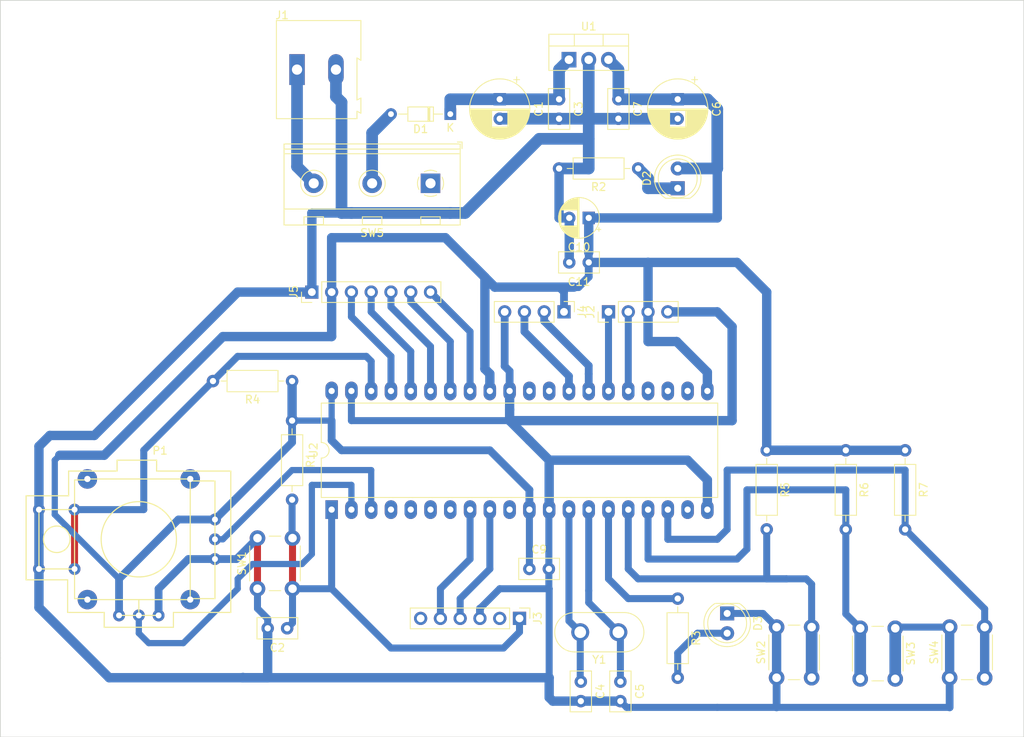
<source format=kicad_pcb>
(kicad_pcb (version 20171130) (host pcbnew 5.0.1)

  (general
    (thickness 1.6)
    (drawings 6)
    (tracks 263)
    (zones 0)
    (modules 34)
    (nets 43)
  )

  (page A4)
  (layers
    (0 F.Cu signal)
    (31 B.Cu signal)
    (32 B.Adhes user)
    (33 F.Adhes user)
    (34 B.Paste user)
    (35 F.Paste user)
    (36 B.SilkS user)
    (37 F.SilkS user)
    (38 B.Mask user)
    (39 F.Mask user)
    (40 Dwgs.User user)
    (41 Cmts.User user)
    (42 Eco1.User user)
    (43 Eco2.User user)
    (44 Edge.Cuts user)
    (45 Margin user)
    (46 B.CrtYd user)
    (47 F.CrtYd user)
    (48 B.Fab user)
    (49 F.Fab user)
  )

  (setup
    (last_trace_width 0.25)
    (user_trace_width 0.5)
    (user_trace_width 0.6)
    (user_trace_width 0.7)
    (user_trace_width 0.8)
    (user_trace_width 0.9)
    (user_trace_width 1)
    (user_trace_width 1.2)
    (user_trace_width 1.5)
    (trace_clearance 0.2)
    (zone_clearance 0.508)
    (zone_45_only no)
    (trace_min 0.2)
    (segment_width 0.2)
    (edge_width 0.1)
    (via_size 0.8)
    (via_drill 0.4)
    (via_min_size 0.4)
    (via_min_drill 0.3)
    (uvia_size 0.3)
    (uvia_drill 0.1)
    (uvias_allowed no)
    (uvia_min_size 0.2)
    (uvia_min_drill 0.1)
    (pcb_text_width 0.3)
    (pcb_text_size 1.5 1.5)
    (mod_edge_width 0.15)
    (mod_text_size 1 1)
    (mod_text_width 0.15)
    (pad_size 1.5 1.5)
    (pad_drill 0.6)
    (pad_to_mask_clearance 0)
    (solder_mask_min_width 0.25)
    (aux_axis_origin 0 0)
    (visible_elements FFFFFF7F)
    (pcbplotparams
      (layerselection 0x010fc_ffffffff)
      (usegerberextensions false)
      (usegerberattributes false)
      (usegerberadvancedattributes false)
      (creategerberjobfile false)
      (excludeedgelayer true)
      (linewidth 0.100000)
      (plotframeref false)
      (viasonmask false)
      (mode 1)
      (useauxorigin false)
      (hpglpennumber 1)
      (hpglpenspeed 20)
      (hpglpendiameter 15.000000)
      (psnegative false)
      (psa4output false)
      (plotreference true)
      (plotvalue true)
      (plotinvisibletext false)
      (padsonsilk false)
      (subtractmaskfromsilk false)
      (outputformat 4)
      (mirror false)
      (drillshape 0)
      (scaleselection 1)
      (outputdirectory "../../../"))
  )

  (net 0 "")
  (net 1 GND)
  (net 2 /TURBO)
  (net 3 /Y_ADC)
  (net 4 +5V)
  (net 5 /X_ADC)
  (net 6 "Net-(J1-Pad1)")
  (net 7 /USR3)
  (net 8 /USR2)
  (net 9 /USR1)
  (net 10 /SANITY)
  (net 11 "Net-(D3-Pad2)")
  (net 12 "Net-(D2-Pad1)")
  (net 13 /~MCLR)
  (net 14 "Net-(C1-Pad1)")
  (net 15 "Net-(U2-Pad22)")
  (net 16 "Net-(U2-Pad23)")
  (net 17 "Net-(U2-Pad4)")
  (net 18 "Net-(U2-Pad24)")
  (net 19 "Net-(U2-Pad5)")
  (net 20 /U1TX)
  (net 21 "Net-(U2-Pad6)")
  (net 22 /U1RX)
  (net 23 "Net-(U2-Pad7)")
  (net 24 /U2TX)
  (net 25 /ICSPCLK)
  (net 26 /U2RX)
  (net 27 /ICSPDAT)
  (net 28 "Net-(U2-Pad29)")
  (net 29 "Net-(U2-Pad30)")
  (net 30 /OSC1)
  (net 31 /OSC2)
  (net 32 "Net-(U2-Pad19)")
  (net 33 +9V)
  (net 34 "Net-(J3-Pad6)")
  (net 35 "Net-(SW5-Pad1)")
  (net 36 "Net-(U2-Pad10)")
  (net 37 "Net-(J3-Pad2)")
  (net 38 /RD1)
  (net 39 /RD0)
  (net 40 /RB12)
  (net 41 /RB11)
  (net 42 /RB10)

  (net_class Default "This is the default net class."
    (clearance 0.2)
    (trace_width 0.25)
    (via_dia 0.8)
    (via_drill 0.4)
    (uvia_dia 0.3)
    (uvia_drill 0.1)
    (add_net +5V)
    (add_net +9V)
    (add_net /ICSPCLK)
    (add_net /ICSPDAT)
    (add_net /OSC1)
    (add_net /OSC2)
    (add_net /RB10)
    (add_net /RB11)
    (add_net /RB12)
    (add_net /RD0)
    (add_net /RD1)
    (add_net /SANITY)
    (add_net /TURBO)
    (add_net /U1RX)
    (add_net /U1TX)
    (add_net /U2RX)
    (add_net /U2TX)
    (add_net /USR1)
    (add_net /USR2)
    (add_net /USR3)
    (add_net /X_ADC)
    (add_net /Y_ADC)
    (add_net /~MCLR)
    (add_net GND)
    (add_net "Net-(C1-Pad1)")
    (add_net "Net-(D2-Pad1)")
    (add_net "Net-(D3-Pad2)")
    (add_net "Net-(J1-Pad1)")
    (add_net "Net-(J3-Pad2)")
    (add_net "Net-(J3-Pad6)")
    (add_net "Net-(SW5-Pad1)")
    (add_net "Net-(U2-Pad10)")
    (add_net "Net-(U2-Pad19)")
    (add_net "Net-(U2-Pad22)")
    (add_net "Net-(U2-Pad23)")
    (add_net "Net-(U2-Pad24)")
    (add_net "Net-(U2-Pad29)")
    (add_net "Net-(U2-Pad30)")
    (add_net "Net-(U2-Pad4)")
    (add_net "Net-(U2-Pad5)")
    (add_net "Net-(U2-Pad6)")
    (add_net "Net-(U2-Pad7)")
  )

  (net_class vcc ""
    (clearance 0.2)
    (trace_width 0.8)
    (via_dia 0.8)
    (via_drill 0.4)
    (uvia_dia 0.3)
    (uvia_drill 0.1)
  )

  (module Connector_PinHeader_2.54mm:PinHeader_1x07_P2.54mm_Vertical (layer F.Cu) (tedit 59FED5CC) (tstamp 5CB49150)
    (at 117.475 85.725 90)
    (descr "Through hole straight pin header, 1x07, 2.54mm pitch, single row")
    (tags "Through hole pin header THT 1x07 2.54mm single row")
    (path /5C80BBD2)
    (fp_text reference J5 (at 0 -2.33 90) (layer F.SilkS)
      (effects (font (size 1 1) (thickness 0.15)))
    )
    (fp_text value Conn_01x07 (at 0 17.57 90) (layer F.Fab)
      (effects (font (size 1 1) (thickness 0.15)))
    )
    (fp_line (start -0.635 -1.27) (end 1.27 -1.27) (layer F.Fab) (width 0.1))
    (fp_line (start 1.27 -1.27) (end 1.27 16.51) (layer F.Fab) (width 0.1))
    (fp_line (start 1.27 16.51) (end -1.27 16.51) (layer F.Fab) (width 0.1))
    (fp_line (start -1.27 16.51) (end -1.27 -0.635) (layer F.Fab) (width 0.1))
    (fp_line (start -1.27 -0.635) (end -0.635 -1.27) (layer F.Fab) (width 0.1))
    (fp_line (start -1.33 16.57) (end 1.33 16.57) (layer F.SilkS) (width 0.12))
    (fp_line (start -1.33 1.27) (end -1.33 16.57) (layer F.SilkS) (width 0.12))
    (fp_line (start 1.33 1.27) (end 1.33 16.57) (layer F.SilkS) (width 0.12))
    (fp_line (start -1.33 1.27) (end 1.33 1.27) (layer F.SilkS) (width 0.12))
    (fp_line (start -1.33 0) (end -1.33 -1.33) (layer F.SilkS) (width 0.12))
    (fp_line (start -1.33 -1.33) (end 0 -1.33) (layer F.SilkS) (width 0.12))
    (fp_line (start -1.8 -1.8) (end -1.8 17.05) (layer F.CrtYd) (width 0.05))
    (fp_line (start -1.8 17.05) (end 1.8 17.05) (layer F.CrtYd) (width 0.05))
    (fp_line (start 1.8 17.05) (end 1.8 -1.8) (layer F.CrtYd) (width 0.05))
    (fp_line (start 1.8 -1.8) (end -1.8 -1.8) (layer F.CrtYd) (width 0.05))
    (fp_text user %R (at 0 7.62 180) (layer F.Fab)
      (effects (font (size 1 1) (thickness 0.15)))
    )
    (pad 1 thru_hole rect (at 0 0 90) (size 1.7 1.7) (drill 1) (layers *.Cu *.Mask)
      (net 1 GND))
    (pad 2 thru_hole oval (at 0 2.54 90) (size 1.7 1.7) (drill 1) (layers *.Cu *.Mask)
      (net 4 +5V))
    (pad 3 thru_hole oval (at 0 5.08 90) (size 1.7 1.7) (drill 1) (layers *.Cu *.Mask)
      (net 42 /RB10))
    (pad 4 thru_hole oval (at 0 7.62 90) (size 1.7 1.7) (drill 1) (layers *.Cu *.Mask)
      (net 41 /RB11))
    (pad 5 thru_hole oval (at 0 10.16 90) (size 1.7 1.7) (drill 1) (layers *.Cu *.Mask)
      (net 40 /RB12))
    (pad 6 thru_hole oval (at 0 12.7 90) (size 1.7 1.7) (drill 1) (layers *.Cu *.Mask)
      (net 39 /RD0))
    (pad 7 thru_hole oval (at 0 15.24 90) (size 1.7 1.7) (drill 1) (layers *.Cu *.Mask)
      (net 38 /RD1))
    (model ${KISYS3DMOD}/Connector_PinHeader_2.54mm.3dshapes/PinHeader_1x07_P2.54mm_Vertical.wrl
      (at (xyz 0 0 0))
      (scale (xyz 1 1 1))
      (rotate (xyz 0 0 0))
    )
  )

  (module Package_DIP:DIP-40_W15.24mm_LongPads (layer F.Cu) (tedit 5A02E8C5) (tstamp 5CA496A9)
    (at 120.015 113.665 90)
    (descr "40-lead though-hole mounted DIP package, row spacing 15.24 mm (600 mils), LongPads")
    (tags "THT DIP DIL PDIP 2.54mm 15.24mm 600mil LongPads")
    (path /5C6611E6)
    (fp_text reference U2 (at 7.62 -2.33 90) (layer F.SilkS)
      (effects (font (size 1 1) (thickness 0.15)))
    )
    (fp_text value DSPIC30f4013 (at 7.62 50.59 90) (layer F.Fab)
      (effects (font (size 1 1) (thickness 0.15)))
    )
    (fp_arc (start 7.62 -1.33) (end 6.62 -1.33) (angle -180) (layer F.SilkS) (width 0.12))
    (fp_line (start 1.255 -1.27) (end 14.985 -1.27) (layer F.Fab) (width 0.1))
    (fp_line (start 14.985 -1.27) (end 14.985 49.53) (layer F.Fab) (width 0.1))
    (fp_line (start 14.985 49.53) (end 0.255 49.53) (layer F.Fab) (width 0.1))
    (fp_line (start 0.255 49.53) (end 0.255 -0.27) (layer F.Fab) (width 0.1))
    (fp_line (start 0.255 -0.27) (end 1.255 -1.27) (layer F.Fab) (width 0.1))
    (fp_line (start 6.62 -1.33) (end 1.56 -1.33) (layer F.SilkS) (width 0.12))
    (fp_line (start 1.56 -1.33) (end 1.56 49.59) (layer F.SilkS) (width 0.12))
    (fp_line (start 1.56 49.59) (end 13.68 49.59) (layer F.SilkS) (width 0.12))
    (fp_line (start 13.68 49.59) (end 13.68 -1.33) (layer F.SilkS) (width 0.12))
    (fp_line (start 13.68 -1.33) (end 8.62 -1.33) (layer F.SilkS) (width 0.12))
    (fp_line (start -1.5 -1.55) (end -1.5 49.8) (layer F.CrtYd) (width 0.05))
    (fp_line (start -1.5 49.8) (end 16.7 49.8) (layer F.CrtYd) (width 0.05))
    (fp_line (start 16.7 49.8) (end 16.7 -1.55) (layer F.CrtYd) (width 0.05))
    (fp_line (start 16.7 -1.55) (end -1.5 -1.55) (layer F.CrtYd) (width 0.05))
    (fp_text user %R (at 7.62 24.13 90) (layer F.Fab)
      (effects (font (size 1 1) (thickness 0.15)))
    )
    (pad 1 thru_hole rect (at 0 0 90) (size 2.4 1.6) (drill 0.8) (layers *.Cu *.Mask)
      (net 13 /~MCLR))
    (pad 21 thru_hole oval (at 15.24 48.26 90) (size 2.4 1.6) (drill 0.8) (layers *.Cu *.Mask)
      (net 4 +5V))
    (pad 2 thru_hole oval (at 0 2.54 90) (size 2.4 1.6) (drill 0.8) (layers *.Cu *.Mask)
      (net 5 /X_ADC))
    (pad 22 thru_hole oval (at 15.24 45.72 90) (size 2.4 1.6) (drill 0.8) (layers *.Cu *.Mask)
      (net 15 "Net-(U2-Pad22)"))
    (pad 3 thru_hole oval (at 0 5.08 90) (size 2.4 1.6) (drill 0.8) (layers *.Cu *.Mask)
      (net 3 /Y_ADC))
    (pad 23 thru_hole oval (at 15.24 43.18 90) (size 2.4 1.6) (drill 0.8) (layers *.Cu *.Mask)
      (net 16 "Net-(U2-Pad23)"))
    (pad 4 thru_hole oval (at 0 7.62 90) (size 2.4 1.6) (drill 0.8) (layers *.Cu *.Mask)
      (net 17 "Net-(U2-Pad4)"))
    (pad 24 thru_hole oval (at 15.24 40.64 90) (size 2.4 1.6) (drill 0.8) (layers *.Cu *.Mask)
      (net 18 "Net-(U2-Pad24)"))
    (pad 5 thru_hole oval (at 0 10.16 90) (size 2.4 1.6) (drill 0.8) (layers *.Cu *.Mask)
      (net 19 "Net-(U2-Pad5)"))
    (pad 25 thru_hole oval (at 15.24 38.1 90) (size 2.4 1.6) (drill 0.8) (layers *.Cu *.Mask)
      (net 20 /U1TX))
    (pad 6 thru_hole oval (at 0 12.7 90) (size 2.4 1.6) (drill 0.8) (layers *.Cu *.Mask)
      (net 21 "Net-(U2-Pad6)"))
    (pad 26 thru_hole oval (at 15.24 35.56 90) (size 2.4 1.6) (drill 0.8) (layers *.Cu *.Mask)
      (net 22 /U1RX))
    (pad 7 thru_hole oval (at 0 15.24 90) (size 2.4 1.6) (drill 0.8) (layers *.Cu *.Mask)
      (net 23 "Net-(U2-Pad7)"))
    (pad 27 thru_hole oval (at 15.24 33.02 90) (size 2.4 1.6) (drill 0.8) (layers *.Cu *.Mask)
      (net 24 /U2TX))
    (pad 8 thru_hole oval (at 0 17.78 90) (size 2.4 1.6) (drill 0.8) (layers *.Cu *.Mask)
      (net 25 /ICSPCLK))
    (pad 28 thru_hole oval (at 15.24 30.48 90) (size 2.4 1.6) (drill 0.8) (layers *.Cu *.Mask)
      (net 26 /U2RX))
    (pad 9 thru_hole oval (at 0 20.32 90) (size 2.4 1.6) (drill 0.8) (layers *.Cu *.Mask)
      (net 27 /ICSPDAT))
    (pad 29 thru_hole oval (at 15.24 27.94 90) (size 2.4 1.6) (drill 0.8) (layers *.Cu *.Mask)
      (net 28 "Net-(U2-Pad29)"))
    (pad 10 thru_hole oval (at 0 22.86 90) (size 2.4 1.6) (drill 0.8) (layers *.Cu *.Mask)
      (net 36 "Net-(U2-Pad10)"))
    (pad 30 thru_hole oval (at 15.24 25.4 90) (size 2.4 1.6) (drill 0.8) (layers *.Cu *.Mask)
      (net 29 "Net-(U2-Pad30)"))
    (pad 11 thru_hole oval (at 0 25.4 90) (size 2.4 1.6) (drill 0.8) (layers *.Cu *.Mask)
      (net 4 +5V))
    (pad 31 thru_hole oval (at 15.24 22.86 90) (size 2.4 1.6) (drill 0.8) (layers *.Cu *.Mask)
      (net 1 GND))
    (pad 12 thru_hole oval (at 0 27.94 90) (size 2.4 1.6) (drill 0.8) (layers *.Cu *.Mask)
      (net 1 GND))
    (pad 32 thru_hole oval (at 15.24 20.32 90) (size 2.4 1.6) (drill 0.8) (layers *.Cu *.Mask)
      (net 4 +5V))
    (pad 13 thru_hole oval (at 0 30.48 90) (size 2.4 1.6) (drill 0.8) (layers *.Cu *.Mask)
      (net 30 /OSC1))
    (pad 33 thru_hole oval (at 15.24 17.78 90) (size 2.4 1.6) (drill 0.8) (layers *.Cu *.Mask)
      (net 38 /RD1))
    (pad 14 thru_hole oval (at 0 33.02 90) (size 2.4 1.6) (drill 0.8) (layers *.Cu *.Mask)
      (net 31 /OSC2))
    (pad 34 thru_hole oval (at 15.24 15.24 90) (size 2.4 1.6) (drill 0.8) (layers *.Cu *.Mask)
      (net 39 /RD0))
    (pad 15 thru_hole oval (at 0 35.56 90) (size 2.4 1.6) (drill 0.8) (layers *.Cu *.Mask)
      (net 10 /SANITY))
    (pad 35 thru_hole oval (at 15.24 12.7 90) (size 2.4 1.6) (drill 0.8) (layers *.Cu *.Mask)
      (net 40 /RB12))
    (pad 16 thru_hole oval (at 0 38.1 90) (size 2.4 1.6) (drill 0.8) (layers *.Cu *.Mask)
      (net 9 /USR1))
    (pad 36 thru_hole oval (at 15.24 10.16 90) (size 2.4 1.6) (drill 0.8) (layers *.Cu *.Mask)
      (net 41 /RB11))
    (pad 17 thru_hole oval (at 0 40.64 90) (size 2.4 1.6) (drill 0.8) (layers *.Cu *.Mask)
      (net 8 /USR2))
    (pad 37 thru_hole oval (at 15.24 7.62 90) (size 2.4 1.6) (drill 0.8) (layers *.Cu *.Mask)
      (net 42 /RB10))
    (pad 18 thru_hole oval (at 0 43.18 90) (size 2.4 1.6) (drill 0.8) (layers *.Cu *.Mask)
      (net 7 /USR3))
    (pad 38 thru_hole oval (at 15.24 5.08 90) (size 2.4 1.6) (drill 0.8) (layers *.Cu *.Mask)
      (net 2 /TURBO))
    (pad 19 thru_hole oval (at 0 45.72 90) (size 2.4 1.6) (drill 0.8) (layers *.Cu *.Mask)
      (net 32 "Net-(U2-Pad19)"))
    (pad 39 thru_hole oval (at 15.24 2.54 90) (size 2.4 1.6) (drill 0.8) (layers *.Cu *.Mask)
      (net 1 GND))
    (pad 20 thru_hole oval (at 0 48.26 90) (size 2.4 1.6) (drill 0.8) (layers *.Cu *.Mask)
      (net 1 GND))
    (pad 40 thru_hole oval (at 15.24 0 90) (size 2.4 1.6) (drill 0.8) (layers *.Cu *.Mask)
      (net 4 +5V))
    (model ${KISYS3DMOD}/Package_DIP.3dshapes/DIP-40_W15.24mm.wrl
      (at (xyz 0 0 0))
      (scale (xyz 1 1 1))
      (rotate (xyz 0 0 0))
    )
  )

  (module Button_Switch_THT:SW_PUSH_6mm (layer F.Cu) (tedit 5A02FE31) (tstamp 5CB390D8)
    (at 192.405 128.905 270)
    (descr https://www.omron.com/ecb/products/pdf/en-b3f.pdf)
    (tags "tact sw push 6mm")
    (path /5C74C30E)
    (fp_text reference SW3 (at 3.25 -2 270) (layer F.SilkS)
      (effects (font (size 1 1) (thickness 0.15)))
    )
    (fp_text value SW (at 3.75 6.7 270) (layer F.Fab)
      (effects (font (size 1 1) (thickness 0.15)))
    )
    (fp_text user %R (at 3.25 2.25 270) (layer F.Fab)
      (effects (font (size 1 1) (thickness 0.15)))
    )
    (fp_line (start 3.25 -0.75) (end 6.25 -0.75) (layer F.Fab) (width 0.1))
    (fp_line (start 6.25 -0.75) (end 6.25 5.25) (layer F.Fab) (width 0.1))
    (fp_line (start 6.25 5.25) (end 0.25 5.25) (layer F.Fab) (width 0.1))
    (fp_line (start 0.25 5.25) (end 0.25 -0.75) (layer F.Fab) (width 0.1))
    (fp_line (start 0.25 -0.75) (end 3.25 -0.75) (layer F.Fab) (width 0.1))
    (fp_line (start 7.75 6) (end 8 6) (layer F.CrtYd) (width 0.05))
    (fp_line (start 8 6) (end 8 5.75) (layer F.CrtYd) (width 0.05))
    (fp_line (start 7.75 -1.5) (end 8 -1.5) (layer F.CrtYd) (width 0.05))
    (fp_line (start 8 -1.5) (end 8 -1.25) (layer F.CrtYd) (width 0.05))
    (fp_line (start -1.5 -1.25) (end -1.5 -1.5) (layer F.CrtYd) (width 0.05))
    (fp_line (start -1.5 -1.5) (end -1.25 -1.5) (layer F.CrtYd) (width 0.05))
    (fp_line (start -1.5 5.75) (end -1.5 6) (layer F.CrtYd) (width 0.05))
    (fp_line (start -1.5 6) (end -1.25 6) (layer F.CrtYd) (width 0.05))
    (fp_line (start -1.25 -1.5) (end 7.75 -1.5) (layer F.CrtYd) (width 0.05))
    (fp_line (start -1.5 5.75) (end -1.5 -1.25) (layer F.CrtYd) (width 0.05))
    (fp_line (start 7.75 6) (end -1.25 6) (layer F.CrtYd) (width 0.05))
    (fp_line (start 8 -1.25) (end 8 5.75) (layer F.CrtYd) (width 0.05))
    (fp_line (start 1 5.5) (end 5.5 5.5) (layer F.SilkS) (width 0.12))
    (fp_line (start -0.25 1.5) (end -0.25 3) (layer F.SilkS) (width 0.12))
    (fp_line (start 5.5 -1) (end 1 -1) (layer F.SilkS) (width 0.12))
    (fp_line (start 6.75 3) (end 6.75 1.5) (layer F.SilkS) (width 0.12))
    (fp_circle (center 3.25 2.25) (end 1.25 2.5) (layer F.Fab) (width 0.1))
    (pad 2 thru_hole circle (at 0 4.5) (size 2 2) (drill 1.1) (layers *.Cu *.Mask)
      (net 8 /USR2))
    (pad 1 thru_hole circle (at 0 0) (size 2 2) (drill 1.1) (layers *.Cu *.Mask)
      (net 1 GND))
    (pad 2 thru_hole circle (at 6.5 4.5) (size 2 2) (drill 1.1) (layers *.Cu *.Mask)
      (net 8 /USR2))
    (pad 1 thru_hole circle (at 6.5 0) (size 2 2) (drill 1.1) (layers *.Cu *.Mask)
      (net 1 GND))
    (model ${KISYS3DMOD}/Button_Switch_THT.3dshapes/SW_PUSH_6mm.wrl
      (at (xyz 0 0 0))
      (scale (xyz 1 1 1))
      (rotate (xyz 0 0 0))
    )
  )

  (module footprints:joystick (layer F.Cu) (tedit 5C6C7236) (tstamp 5CA4954B)
    (at 95.25 117.475)
    (path /5C69C22F)
    (fp_text reference P1 (at 2.719707 -11.385813 180) (layer F.SilkS)
      (effects (font (size 1 1) (thickness 0.15)))
    )
    (fp_text value joystick (at 2.719707 -10.385813 180) (layer F.Fab)
      (effects (font (size 1 1) (thickness 0.15)))
    )
    (fp_line (start 11.811 -8.763) (end 7.366 -8.763) (layer F.SilkS) (width 0.15))
    (fp_line (start 11.811 9.398) (end 11.811 -8.763) (layer F.SilkS) (width 0.15))
    (fp_line (start 4.445 9.398) (end 11.811 9.398) (layer F.SilkS) (width 0.15))
    (fp_line (start 4.445 11.303) (end 4.445 9.398) (layer F.SilkS) (width 0.15))
    (fp_line (start -4.445 11.303) (end 4.445 11.303) (layer F.SilkS) (width 0.15))
    (fp_line (start -4.445 9.398) (end -4.445 11.303) (layer F.SilkS) (width 0.15))
    (fp_line (start -9.144 9.398) (end -4.445 9.398) (layer F.SilkS) (width 0.15))
    (fp_line (start -9.144 5.207) (end -9.144 9.398) (layer F.SilkS) (width 0.15))
    (fp_line (start -14.478 5.207) (end -9.144 5.207) (layer F.SilkS) (width 0.15))
    (fp_line (start -14.478 -5.588) (end -14.478 5.207) (layer F.SilkS) (width 0.15))
    (fp_line (start -14.097 -5.588) (end -14.478 -5.588) (layer F.SilkS) (width 0.15))
    (fp_line (start -9.017 -5.588) (end -14.097 -5.588) (layer F.SilkS) (width 0.15))
    (fp_line (start -9.017 -8.763) (end -9.017 -5.588) (layer F.SilkS) (width 0.15))
    (fp_line (start -2.794 -8.763) (end -9.017 -8.763) (layer F.SilkS) (width 0.15))
    (fp_line (start -2.794 -9.017) (end -2.794 -8.763) (layer F.SilkS) (width 0.15))
    (fp_line (start -2.794 -10.16) (end -2.794 -9.017) (layer F.SilkS) (width 0.15))
    (fp_line (start 2.286 -10.16) (end -2.794 -10.16) (layer F.SilkS) (width 0.15))
    (fp_line (start 2.286 -9.525) (end 2.286 -10.16) (layer F.SilkS) (width 0.15))
    (fp_line (start 2.286 -8.763) (end 2.286 -9.525) (layer F.SilkS) (width 0.15))
    (fp_line (start 7.366 -8.763) (end 2.286 -8.763) (layer F.SilkS) (width 0.15))
    (fp_line (start 0 -7.747) (end 6.604 -7.747) (layer F.SilkS) (width 0.15))
    (fp_line (start 0 -7.747) (end -6.604 -7.747) (layer F.SilkS) (width 0.15))
    (fp_line (start 0 7.747) (end 6.604 7.747) (layer F.SilkS) (width 0.15))
    (fp_line (start 0 7.747) (end -6.604 7.747) (layer F.SilkS) (width 0.15))
    (fp_line (start 0 7.747) (end 0 9.779) (layer F.SilkS) (width 0.15))
    (fp_line (start 0 9.779) (end 2.54 9.779) (layer F.SilkS) (width 0.15))
    (fp_line (start 0 9.779) (end -2.54 9.779) (layer F.SilkS) (width 0.15))
    (fp_line (start 6.604 7.62) (end 9.779 7.62) (layer F.SilkS) (width 0.15))
    (fp_line (start -6.604 7.62) (end -8.255 7.62) (layer F.SilkS) (width 0.15))
    (fp_line (start -8.255 7.62) (end -8.255 -7.62) (layer F.SilkS) (width 0.15))
    (fp_line (start -8.255 -7.62) (end -6.604 -7.62) (layer F.SilkS) (width 0.15))
    (fp_line (start -8.255 -3.81) (end -12.827 -3.81) (layer F.SilkS) (width 0.15))
    (fp_line (start -12.827 -3.81) (end -12.827 3.556) (layer F.SilkS) (width 0.15))
    (fp_line (start -8.255 3.81) (end -12.827 3.81) (layer F.SilkS) (width 0.15))
    (fp_line (start -12.827 3.81) (end -12.827 3.556) (layer F.SilkS) (width 0.15))
    (fp_line (start 6.604 -7.747) (end 6.604 7.874) (layer F.SilkS) (width 0.15))
    (fp_line (start 9.779 7.62) (end 9.779 -7.366) (layer F.SilkS) (width 0.15))
    (fp_line (start 9.779 -7.366) (end 9.779 -7.493) (layer F.SilkS) (width 0.15))
    (fp_line (start 9.779 -7.493) (end 6.604 -7.493) (layer F.SilkS) (width 0.15))
    (fp_circle (center -10.541 0) (end -9.779 1.524) (layer F.SilkS) (width 0.15))
    (fp_circle (center 0 0) (end 4.191 -2.413) (layer F.SilkS) (width 0.15))
    (pad 1 thru_hole circle (at 9.779 -2.54) (size 1.524 1.524) (drill 0.762) (layers *.Cu *.Mask)
      (net 4 +5V))
    (pad 2 thru_hole circle (at 9.779 0) (size 1.524 1.524) (drill 0.762) (layers *.Cu *.Mask)
      (net 3 /Y_ADC))
    (pad 3 thru_hole circle (at 9.779 2.54) (size 1.524 1.524) (drill 0.762) (layers *.Cu *.Mask)
      (net 1 GND))
    (pad 4 thru_hole circle (at -2.54 9.779) (size 1.524 1.524) (drill 0.762) (layers *.Cu *.Mask)
      (net 4 +5V))
    (pad 5 thru_hole circle (at 0 9.779) (size 1.524 1.524) (drill 0.762) (layers *.Cu *.Mask)
      (net 5 /X_ADC))
    (pad 6 thru_hole circle (at 2.54 9.779) (size 1.524 1.524) (drill 0.762) (layers *.Cu *.Mask)
      (net 1 GND))
    (pad 8 thru_hole circle (at -12.827 -3.81) (size 1.524 1.524) (drill 0.762) (layers *.Cu *.Mask)
      (net 1 GND))
    (pad 7 thru_hole circle (at -8.255 -3.81) (size 1.524 1.524) (drill 0.762) (layers *.Cu *.Mask)
      (net 2 /TURBO))
    (pad 8 thru_hole circle (at -12.827 3.81) (size 1.524 1.524) (drill 0.762) (layers *.Cu *.Mask)
      (net 1 GND))
    (pad 7 thru_hole circle (at -8.255 3.81) (size 1.524 1.524) (drill 0.762) (layers *.Cu *.Mask)
      (net 2 /TURBO))
    (pad "" np_thru_hole circle (at -6.604 -7.747) (size 2.5 2.5) (drill 0.8) (layers *.Cu *.Mask))
    (pad "" np_thru_hole circle (at 6.604 -7.747) (size 2.5 2.5) (drill 0.8) (layers *.Cu *.Mask))
    (pad "" np_thru_hole circle (at 6.604 7.747) (size 2.5 2.5) (drill 0.8) (layers *.Cu *.Mask))
    (pad "" np_thru_hole circle (at -6.604 7.747) (size 2.5 2.5) (drill 0.8) (layers *.Cu *.Mask))
    (model /tools/work/primenjena_projekat2/kicad/lib/3d/ps2-joystick-step-colored-1.snapshot.2/Joystickcolor.step
      (offset (xyz 0 20 -2.5))
      (scale (xyz 1 1 1))
      (rotate (xyz 90 180 -90))
    )
  )

  (module Resistor_THT:R_Axial_DIN0207_L6.3mm_D2.5mm_P10.16mm_Horizontal (layer F.Cu) (tedit 5AE5139B) (tstamp 5CA495F7)
    (at 175.895 106.045 270)
    (descr "Resistor, Axial_DIN0207 series, Axial, Horizontal, pin pitch=10.16mm, 0.25W = 1/4W, length*diameter=6.3*2.5mm^2, http://cdn-reichelt.de/documents/datenblatt/B400/1_4W%23YAG.pdf")
    (tags "Resistor Axial_DIN0207 series Axial Horizontal pin pitch 10.16mm 0.25W = 1/4W length 6.3mm diameter 2.5mm")
    (path /5C748F8C)
    (fp_text reference R5 (at 5.08 -2.37 270) (layer F.SilkS)
      (effects (font (size 1 1) (thickness 0.15)))
    )
    (fp_text value 10k (at 5.08 2.37 270) (layer F.Fab)
      (effects (font (size 1 1) (thickness 0.15)))
    )
    (fp_line (start 1.93 -1.25) (end 1.93 1.25) (layer F.Fab) (width 0.1))
    (fp_line (start 1.93 1.25) (end 8.23 1.25) (layer F.Fab) (width 0.1))
    (fp_line (start 8.23 1.25) (end 8.23 -1.25) (layer F.Fab) (width 0.1))
    (fp_line (start 8.23 -1.25) (end 1.93 -1.25) (layer F.Fab) (width 0.1))
    (fp_line (start 0 0) (end 1.93 0) (layer F.Fab) (width 0.1))
    (fp_line (start 10.16 0) (end 8.23 0) (layer F.Fab) (width 0.1))
    (fp_line (start 1.81 -1.37) (end 1.81 1.37) (layer F.SilkS) (width 0.12))
    (fp_line (start 1.81 1.37) (end 8.35 1.37) (layer F.SilkS) (width 0.12))
    (fp_line (start 8.35 1.37) (end 8.35 -1.37) (layer F.SilkS) (width 0.12))
    (fp_line (start 8.35 -1.37) (end 1.81 -1.37) (layer F.SilkS) (width 0.12))
    (fp_line (start 1.04 0) (end 1.81 0) (layer F.SilkS) (width 0.12))
    (fp_line (start 9.12 0) (end 8.35 0) (layer F.SilkS) (width 0.12))
    (fp_line (start -1.05 -1.5) (end -1.05 1.5) (layer F.CrtYd) (width 0.05))
    (fp_line (start -1.05 1.5) (end 11.21 1.5) (layer F.CrtYd) (width 0.05))
    (fp_line (start 11.21 1.5) (end 11.21 -1.5) (layer F.CrtYd) (width 0.05))
    (fp_line (start 11.21 -1.5) (end -1.05 -1.5) (layer F.CrtYd) (width 0.05))
    (fp_text user %R (at 5.08 0 270) (layer F.Fab)
      (effects (font (size 1 1) (thickness 0.15)))
    )
    (pad 1 thru_hole circle (at 0 0 270) (size 1.6 1.6) (drill 0.8) (layers *.Cu *.Mask)
      (net 4 +5V))
    (pad 2 thru_hole oval (at 10.16 0 270) (size 1.6 1.6) (drill 0.8) (layers *.Cu *.Mask)
      (net 9 /USR1))
    (model ${KISYS3DMOD}/Resistor_THT.3dshapes/R_Axial_DIN0207_L6.3mm_D2.5mm_P10.16mm_Horizontal.wrl
      (at (xyz 0 0 0))
      (scale (xyz 1 1 1))
      (rotate (xyz 0 0 0))
    )
  )

  (module Resistor_THT:R_Axial_DIN0207_L6.3mm_D2.5mm_P10.16mm_Horizontal (layer F.Cu) (tedit 5AE5139B) (tstamp 5CB391FB)
    (at 114.935 97.155 180)
    (descr "Resistor, Axial_DIN0207 series, Axial, Horizontal, pin pitch=10.16mm, 0.25W = 1/4W, length*diameter=6.3*2.5mm^2, http://cdn-reichelt.de/documents/datenblatt/B400/1_4W%23YAG.pdf")
    (tags "Resistor Axial_DIN0207 series Axial Horizontal pin pitch 10.16mm 0.25W = 1/4W length 6.3mm diameter 2.5mm")
    (path /5C69C6C6)
    (fp_text reference R4 (at 5.08 -2.37 180) (layer F.SilkS)
      (effects (font (size 1 1) (thickness 0.15)))
    )
    (fp_text value 10k (at 5.08 2.37 180) (layer F.Fab)
      (effects (font (size 1 1) (thickness 0.15)))
    )
    (fp_text user %R (at 5.08 0 180) (layer F.Fab)
      (effects (font (size 1 1) (thickness 0.15)))
    )
    (fp_line (start 11.21 -1.5) (end -1.05 -1.5) (layer F.CrtYd) (width 0.05))
    (fp_line (start 11.21 1.5) (end 11.21 -1.5) (layer F.CrtYd) (width 0.05))
    (fp_line (start -1.05 1.5) (end 11.21 1.5) (layer F.CrtYd) (width 0.05))
    (fp_line (start -1.05 -1.5) (end -1.05 1.5) (layer F.CrtYd) (width 0.05))
    (fp_line (start 9.12 0) (end 8.35 0) (layer F.SilkS) (width 0.12))
    (fp_line (start 1.04 0) (end 1.81 0) (layer F.SilkS) (width 0.12))
    (fp_line (start 8.35 -1.37) (end 1.81 -1.37) (layer F.SilkS) (width 0.12))
    (fp_line (start 8.35 1.37) (end 8.35 -1.37) (layer F.SilkS) (width 0.12))
    (fp_line (start 1.81 1.37) (end 8.35 1.37) (layer F.SilkS) (width 0.12))
    (fp_line (start 1.81 -1.37) (end 1.81 1.37) (layer F.SilkS) (width 0.12))
    (fp_line (start 10.16 0) (end 8.23 0) (layer F.Fab) (width 0.1))
    (fp_line (start 0 0) (end 1.93 0) (layer F.Fab) (width 0.1))
    (fp_line (start 8.23 -1.25) (end 1.93 -1.25) (layer F.Fab) (width 0.1))
    (fp_line (start 8.23 1.25) (end 8.23 -1.25) (layer F.Fab) (width 0.1))
    (fp_line (start 1.93 1.25) (end 8.23 1.25) (layer F.Fab) (width 0.1))
    (fp_line (start 1.93 -1.25) (end 1.93 1.25) (layer F.Fab) (width 0.1))
    (pad 2 thru_hole oval (at 10.16 0 180) (size 1.6 1.6) (drill 0.8) (layers *.Cu *.Mask)
      (net 2 /TURBO))
    (pad 1 thru_hole circle (at 0 0 180) (size 1.6 1.6) (drill 0.8) (layers *.Cu *.Mask)
      (net 4 +5V))
    (model ${KISYS3DMOD}/Resistor_THT.3dshapes/R_Axial_DIN0207_L6.3mm_D2.5mm_P10.16mm_Horizontal.wrl
      (at (xyz 0 0 0))
      (scale (xyz 1 1 1))
      (rotate (xyz 0 0 0))
    )
  )

  (module Diode_THT:D_DO-34_SOD68_P7.62mm_Horizontal (layer F.Cu) (tedit 5AE50CD5) (tstamp 5CB3AE1E)
    (at 135.255 62.865 180)
    (descr "Diode, DO-34_SOD68 series, Axial, Horizontal, pin pitch=7.62mm, , length*diameter=3.04*1.6mm^2, , https://www.nxp.com/docs/en/data-sheet/KTY83_SER.pdf")
    (tags "Diode DO-34_SOD68 series Axial Horizontal pin pitch 7.62mm  length 3.04mm diameter 1.6mm")
    (path /5C6B248A)
    (fp_text reference D1 (at 3.81 -1.92 180) (layer F.SilkS)
      (effects (font (size 1 1) (thickness 0.15)))
    )
    (fp_text value RP (at 3.81 1.92 180) (layer F.Fab)
      (effects (font (size 1 1) (thickness 0.15)))
    )
    (fp_text user K (at 0 -1.75 180) (layer F.SilkS)
      (effects (font (size 1 1) (thickness 0.15)))
    )
    (fp_text user K (at 0 -1.75 180) (layer F.Fab)
      (effects (font (size 1 1) (thickness 0.15)))
    )
    (fp_text user %R (at 3.81 0 180) (layer F.Fab)
      (effects (font (size 0.608 0.608) (thickness 0.0912)))
    )
    (fp_line (start 8.63 -1.05) (end -1 -1.05) (layer F.CrtYd) (width 0.05))
    (fp_line (start 8.63 1.05) (end 8.63 -1.05) (layer F.CrtYd) (width 0.05))
    (fp_line (start -1 1.05) (end 8.63 1.05) (layer F.CrtYd) (width 0.05))
    (fp_line (start -1 -1.05) (end -1 1.05) (layer F.CrtYd) (width 0.05))
    (fp_line (start 2.626 -0.92) (end 2.626 0.92) (layer F.SilkS) (width 0.12))
    (fp_line (start 2.866 -0.92) (end 2.866 0.92) (layer F.SilkS) (width 0.12))
    (fp_line (start 2.746 -0.92) (end 2.746 0.92) (layer F.SilkS) (width 0.12))
    (fp_line (start 6.63 0) (end 5.45 0) (layer F.SilkS) (width 0.12))
    (fp_line (start 0.99 0) (end 2.17 0) (layer F.SilkS) (width 0.12))
    (fp_line (start 5.45 -0.92) (end 2.17 -0.92) (layer F.SilkS) (width 0.12))
    (fp_line (start 5.45 0.92) (end 5.45 -0.92) (layer F.SilkS) (width 0.12))
    (fp_line (start 2.17 0.92) (end 5.45 0.92) (layer F.SilkS) (width 0.12))
    (fp_line (start 2.17 -0.92) (end 2.17 0.92) (layer F.SilkS) (width 0.12))
    (fp_line (start 2.646 -0.8) (end 2.646 0.8) (layer F.Fab) (width 0.1))
    (fp_line (start 2.846 -0.8) (end 2.846 0.8) (layer F.Fab) (width 0.1))
    (fp_line (start 2.746 -0.8) (end 2.746 0.8) (layer F.Fab) (width 0.1))
    (fp_line (start 7.62 0) (end 5.33 0) (layer F.Fab) (width 0.1))
    (fp_line (start 0 0) (end 2.29 0) (layer F.Fab) (width 0.1))
    (fp_line (start 5.33 -0.8) (end 2.29 -0.8) (layer F.Fab) (width 0.1))
    (fp_line (start 5.33 0.8) (end 5.33 -0.8) (layer F.Fab) (width 0.1))
    (fp_line (start 2.29 0.8) (end 5.33 0.8) (layer F.Fab) (width 0.1))
    (fp_line (start 2.29 -0.8) (end 2.29 0.8) (layer F.Fab) (width 0.1))
    (pad 2 thru_hole oval (at 7.62 0 180) (size 1.5 1.5) (drill 0.75) (layers *.Cu *.Mask)
      (net 33 +9V))
    (pad 1 thru_hole rect (at 0 0 180) (size 1.5 1.5) (drill 0.75) (layers *.Cu *.Mask)
      (net 14 "Net-(C1-Pad1)"))
    (model ${KISYS3DMOD}/Diode_THT.3dshapes/D_DO-34_SOD68_P7.62mm_Horizontal.wrl
      (at (xyz 0 0 0))
      (scale (xyz 1 1 1))
      (rotate (xyz 0 0 0))
    )
  )

  (module TerminalBlock_RND:TerminalBlock_RND_205-00068_1x03_P7.50mm_Horizontal (layer F.Cu) (tedit 5B294F18) (tstamp 5CB14E78)
    (at 132.715 71.755 180)
    (descr "terminal block RND 205-00068, 3 pins, pitch 7.5mm, size 22.5x10.3mm^2, drill diamater 1.3mm, pad diameter 2.5mm, see http://cdn-reichelt.de/documents/datenblatt/C151/RND_205-00067_DB_EN.pdf, script-generated using https://github.com/pointhi/kicad-footprint-generator/scripts/TerminalBlock_RND")
    (tags "THT terminal block RND 205-00068 pitch 7.5mm size 22.5x10.3mm^2 drill 1.3mm pad 2.5mm")
    (path /5C755268)
    (fp_text reference SW5 (at 7.5 -6.36 180) (layer F.SilkS)
      (effects (font (size 1 1) (thickness 0.15)))
    )
    (fp_text value SW_SPDT (at 7.5 6.06 180) (layer F.Fab)
      (effects (font (size 1 1) (thickness 0.15)))
    )
    (fp_arc (start 0 0) (end 0 1.68) (angle -28) (layer F.SilkS) (width 0.12))
    (fp_arc (start 0 0) (end 1.484 0.789) (angle -56) (layer F.SilkS) (width 0.12))
    (fp_arc (start 0 0) (end 0.789 -1.484) (angle -56) (layer F.SilkS) (width 0.12))
    (fp_arc (start 0 0) (end -1.484 -0.789) (angle -56) (layer F.SilkS) (width 0.12))
    (fp_arc (start 0 0) (end -0.789 1.484) (angle -29) (layer F.SilkS) (width 0.12))
    (fp_circle (center 0 0) (end 1.5 0) (layer F.Fab) (width 0.1))
    (fp_circle (center 7.5 0) (end 9 0) (layer F.Fab) (width 0.1))
    (fp_circle (center 7.5 0) (end 9.18 0) (layer F.SilkS) (width 0.12))
    (fp_circle (center 15 0) (end 16.5 0) (layer F.Fab) (width 0.1))
    (fp_circle (center 15 0) (end 16.68 0) (layer F.SilkS) (width 0.12))
    (fp_line (start -3.75 -5.3) (end 18.75 -5.3) (layer F.Fab) (width 0.1))
    (fp_line (start 18.75 -5.3) (end 18.75 5) (layer F.Fab) (width 0.1))
    (fp_line (start 18.75 5) (end -3.15 5) (layer F.Fab) (width 0.1))
    (fp_line (start -3.15 5) (end -3.75 4.4) (layer F.Fab) (width 0.1))
    (fp_line (start -3.75 4.4) (end -3.75 -5.3) (layer F.Fab) (width 0.1))
    (fp_line (start -3.75 4.4) (end 18.75 4.4) (layer F.Fab) (width 0.1))
    (fp_line (start -3.81 4.4) (end 18.811 4.4) (layer F.SilkS) (width 0.12))
    (fp_line (start -3.75 3.8) (end 18.75 3.8) (layer F.Fab) (width 0.1))
    (fp_line (start -3.81 3.8) (end 18.811 3.8) (layer F.SilkS) (width 0.12))
    (fp_line (start -3.75 -3.3) (end 18.75 -3.3) (layer F.Fab) (width 0.1))
    (fp_line (start -3.81 -3.301) (end 18.811 -3.301) (layer F.SilkS) (width 0.12))
    (fp_line (start -3.81 -5.36) (end 18.811 -5.36) (layer F.SilkS) (width 0.12))
    (fp_line (start -3.81 5.06) (end 18.811 5.06) (layer F.SilkS) (width 0.12))
    (fp_line (start -3.81 -5.36) (end -3.81 5.06) (layer F.SilkS) (width 0.12))
    (fp_line (start 18.811 -5.36) (end 18.811 5.06) (layer F.SilkS) (width 0.12))
    (fp_line (start -1.201 -0.076) (end -0.076 -0.076) (layer F.Fab) (width 0.1))
    (fp_line (start -0.076 -0.076) (end -0.076 -1.201) (layer F.Fab) (width 0.1))
    (fp_line (start -0.076 -1.201) (end 0.076 -1.201) (layer F.Fab) (width 0.1))
    (fp_line (start 0.076 -1.201) (end 0.076 -0.076) (layer F.Fab) (width 0.1))
    (fp_line (start 0.076 -0.076) (end 1.201 -0.076) (layer F.Fab) (width 0.1))
    (fp_line (start 1.201 -0.076) (end 1.201 0.076) (layer F.Fab) (width 0.1))
    (fp_line (start 1.201 0.076) (end 0.076 0.076) (layer F.Fab) (width 0.1))
    (fp_line (start 0.076 0.076) (end 0.076 1.201) (layer F.Fab) (width 0.1))
    (fp_line (start 0.076 1.201) (end -0.076 1.201) (layer F.Fab) (width 0.1))
    (fp_line (start -0.076 1.201) (end -0.076 0.076) (layer F.Fab) (width 0.1))
    (fp_line (start -0.076 0.076) (end -1.201 0.076) (layer F.Fab) (width 0.1))
    (fp_line (start -1.201 0.076) (end -1.201 -0.076) (layer F.Fab) (width 0.1))
    (fp_line (start -1.25 -5.3) (end -1.25 -4.3) (layer F.Fab) (width 0.1))
    (fp_line (start -1.25 -4.3) (end 1.25 -4.3) (layer F.Fab) (width 0.1))
    (fp_line (start 1.25 -4.3) (end 1.25 -5.3) (layer F.Fab) (width 0.1))
    (fp_line (start 1.25 -5.3) (end -1.25 -5.3) (layer F.Fab) (width 0.1))
    (fp_line (start -1.25 -5.301) (end 1.25 -5.301) (layer F.SilkS) (width 0.12))
    (fp_line (start -1.25 -4.301) (end 1.25 -4.301) (layer F.SilkS) (width 0.12))
    (fp_line (start -1.25 -5.301) (end -1.25 -4.301) (layer F.SilkS) (width 0.12))
    (fp_line (start 1.25 -5.301) (end 1.25 -4.301) (layer F.SilkS) (width 0.12))
    (fp_line (start 6.299 -0.076) (end 7.424 -0.076) (layer F.Fab) (width 0.1))
    (fp_line (start 7.424 -0.076) (end 7.424 -1.201) (layer F.Fab) (width 0.1))
    (fp_line (start 7.424 -1.201) (end 7.576 -1.201) (layer F.Fab) (width 0.1))
    (fp_line (start 7.576 -1.201) (end 7.576 -0.076) (layer F.Fab) (width 0.1))
    (fp_line (start 7.576 -0.076) (end 8.701 -0.076) (layer F.Fab) (width 0.1))
    (fp_line (start 8.701 -0.076) (end 8.701 0.076) (layer F.Fab) (width 0.1))
    (fp_line (start 8.701 0.076) (end 7.576 0.076) (layer F.Fab) (width 0.1))
    (fp_line (start 7.576 0.076) (end 7.576 1.201) (layer F.Fab) (width 0.1))
    (fp_line (start 7.576 1.201) (end 7.424 1.201) (layer F.Fab) (width 0.1))
    (fp_line (start 7.424 1.201) (end 7.424 0.076) (layer F.Fab) (width 0.1))
    (fp_line (start 7.424 0.076) (end 6.299 0.076) (layer F.Fab) (width 0.1))
    (fp_line (start 6.299 0.076) (end 6.299 -0.076) (layer F.Fab) (width 0.1))
    (fp_line (start 6.25 -5.3) (end 6.25 -4.3) (layer F.Fab) (width 0.1))
    (fp_line (start 6.25 -4.3) (end 8.75 -4.3) (layer F.Fab) (width 0.1))
    (fp_line (start 8.75 -4.3) (end 8.75 -5.3) (layer F.Fab) (width 0.1))
    (fp_line (start 8.75 -5.3) (end 6.25 -5.3) (layer F.Fab) (width 0.1))
    (fp_line (start 6.25 -5.301) (end 8.75 -5.301) (layer F.SilkS) (width 0.12))
    (fp_line (start 6.25 -4.301) (end 8.75 -4.301) (layer F.SilkS) (width 0.12))
    (fp_line (start 6.25 -5.301) (end 6.25 -4.301) (layer F.SilkS) (width 0.12))
    (fp_line (start 8.75 -5.301) (end 8.75 -4.301) (layer F.SilkS) (width 0.12))
    (fp_line (start 13.799 -0.076) (end 14.924 -0.076) (layer F.Fab) (width 0.1))
    (fp_line (start 14.924 -0.076) (end 14.924 -1.201) (layer F.Fab) (width 0.1))
    (fp_line (start 14.924 -1.201) (end 15.076 -1.201) (layer F.Fab) (width 0.1))
    (fp_line (start 15.076 -1.201) (end 15.076 -0.076) (layer F.Fab) (width 0.1))
    (fp_line (start 15.076 -0.076) (end 16.201 -0.076) (layer F.Fab) (width 0.1))
    (fp_line (start 16.201 -0.076) (end 16.201 0.076) (layer F.Fab) (width 0.1))
    (fp_line (start 16.201 0.076) (end 15.076 0.076) (layer F.Fab) (width 0.1))
    (fp_line (start 15.076 0.076) (end 15.076 1.201) (layer F.Fab) (width 0.1))
    (fp_line (start 15.076 1.201) (end 14.924 1.201) (layer F.Fab) (width 0.1))
    (fp_line (start 14.924 1.201) (end 14.924 0.076) (layer F.Fab) (width 0.1))
    (fp_line (start 14.924 0.076) (end 13.799 0.076) (layer F.Fab) (width 0.1))
    (fp_line (start 13.799 0.076) (end 13.799 -0.076) (layer F.Fab) (width 0.1))
    (fp_line (start 13.75 -5.3) (end 13.75 -4.3) (layer F.Fab) (width 0.1))
    (fp_line (start 13.75 -4.3) (end 16.25 -4.3) (layer F.Fab) (width 0.1))
    (fp_line (start 16.25 -4.3) (end 16.25 -5.3) (layer F.Fab) (width 0.1))
    (fp_line (start 16.25 -5.3) (end 13.75 -5.3) (layer F.Fab) (width 0.1))
    (fp_line (start 13.75 -5.301) (end 16.25 -5.301) (layer F.SilkS) (width 0.12))
    (fp_line (start 13.75 -4.301) (end 16.25 -4.301) (layer F.SilkS) (width 0.12))
    (fp_line (start 13.75 -5.301) (end 13.75 -4.301) (layer F.SilkS) (width 0.12))
    (fp_line (start 16.25 -5.301) (end 16.25 -4.301) (layer F.SilkS) (width 0.12))
    (fp_line (start -4.05 4.46) (end -4.05 5.3) (layer F.SilkS) (width 0.12))
    (fp_line (start -4.05 5.3) (end -3.45 5.3) (layer F.SilkS) (width 0.12))
    (fp_line (start -4.25 -5.81) (end -4.25 5.5) (layer F.CrtYd) (width 0.05))
    (fp_line (start -4.25 5.5) (end 19.25 5.5) (layer F.CrtYd) (width 0.05))
    (fp_line (start 19.25 5.5) (end 19.25 -5.81) (layer F.CrtYd) (width 0.05))
    (fp_line (start 19.25 -5.81) (end -4.25 -5.81) (layer F.CrtYd) (width 0.05))
    (fp_text user %R (at 7.5 2.85 180) (layer F.Fab)
      (effects (font (size 1 1) (thickness 0.15)))
    )
    (pad 1 thru_hole rect (at 0 0 180) (size 2.5 2.5) (drill 1.3) (layers *.Cu *.Mask)
      (net 35 "Net-(SW5-Pad1)"))
    (pad 2 thru_hole circle (at 7.5 0 180) (size 2.5 2.5) (drill 1.3) (layers *.Cu *.Mask)
      (net 33 +9V))
    (pad 3 thru_hole circle (at 15 0 180) (size 2.5 2.5) (drill 1.3) (layers *.Cu *.Mask)
      (net 6 "Net-(J1-Pad1)"))
    (model ${KISYS3DMOD}/TerminalBlock_RND.3dshapes/TerminalBlock_RND_205-00068_1x03_P7.50mm_Horizontal.wrl
      (at (xyz 0 0 0))
      (scale (xyz 1 1 1))
      (rotate (xyz 0 0 0))
    )
    (model "/media/risto/ubuntu/tools/work/Kicad/prakticna_projekat/3d_models/SPDT_toggle/SPDT Toggle Switch.stp"
      (offset (xyz 20 3.5 1))
      (scale (xyz 1 1 1))
      (rotate (xyz -90 0 0))
    )
  )

  (module Button_Switch_THT:SW_PUSH_6mm (layer F.Cu) (tedit 5A02FE31) (tstamp 5CA49A41)
    (at 199.39 135.255 90)
    (descr https://www.omron.com/ecb/products/pdf/en-b3f.pdf)
    (tags "tact sw push 6mm")
    (path /5C74FE21)
    (fp_text reference SW4 (at 3.25 -2 90) (layer F.SilkS)
      (effects (font (size 1 1) (thickness 0.15)))
    )
    (fp_text value SW (at 3.75 6.7 90) (layer F.Fab)
      (effects (font (size 1 1) (thickness 0.15)))
    )
    (fp_circle (center 3.25 2.25) (end 1.25 2.5) (layer F.Fab) (width 0.1))
    (fp_line (start 6.75 3) (end 6.75 1.5) (layer F.SilkS) (width 0.12))
    (fp_line (start 5.5 -1) (end 1 -1) (layer F.SilkS) (width 0.12))
    (fp_line (start -0.25 1.5) (end -0.25 3) (layer F.SilkS) (width 0.12))
    (fp_line (start 1 5.5) (end 5.5 5.5) (layer F.SilkS) (width 0.12))
    (fp_line (start 8 -1.25) (end 8 5.75) (layer F.CrtYd) (width 0.05))
    (fp_line (start 7.75 6) (end -1.25 6) (layer F.CrtYd) (width 0.05))
    (fp_line (start -1.5 5.75) (end -1.5 -1.25) (layer F.CrtYd) (width 0.05))
    (fp_line (start -1.25 -1.5) (end 7.75 -1.5) (layer F.CrtYd) (width 0.05))
    (fp_line (start -1.5 6) (end -1.25 6) (layer F.CrtYd) (width 0.05))
    (fp_line (start -1.5 5.75) (end -1.5 6) (layer F.CrtYd) (width 0.05))
    (fp_line (start -1.5 -1.5) (end -1.25 -1.5) (layer F.CrtYd) (width 0.05))
    (fp_line (start -1.5 -1.25) (end -1.5 -1.5) (layer F.CrtYd) (width 0.05))
    (fp_line (start 8 -1.5) (end 8 -1.25) (layer F.CrtYd) (width 0.05))
    (fp_line (start 7.75 -1.5) (end 8 -1.5) (layer F.CrtYd) (width 0.05))
    (fp_line (start 8 6) (end 8 5.75) (layer F.CrtYd) (width 0.05))
    (fp_line (start 7.75 6) (end 8 6) (layer F.CrtYd) (width 0.05))
    (fp_line (start 0.25 -0.75) (end 3.25 -0.75) (layer F.Fab) (width 0.1))
    (fp_line (start 0.25 5.25) (end 0.25 -0.75) (layer F.Fab) (width 0.1))
    (fp_line (start 6.25 5.25) (end 0.25 5.25) (layer F.Fab) (width 0.1))
    (fp_line (start 6.25 -0.75) (end 6.25 5.25) (layer F.Fab) (width 0.1))
    (fp_line (start 3.25 -0.75) (end 6.25 -0.75) (layer F.Fab) (width 0.1))
    (fp_text user %R (at 3.25 2.25 90) (layer F.Fab)
      (effects (font (size 1 1) (thickness 0.15)))
    )
    (pad 1 thru_hole circle (at 6.5 0 180) (size 2 2) (drill 1.1) (layers *.Cu *.Mask)
      (net 1 GND))
    (pad 2 thru_hole circle (at 6.5 4.5 180) (size 2 2) (drill 1.1) (layers *.Cu *.Mask)
      (net 7 /USR3))
    (pad 1 thru_hole circle (at 0 0 180) (size 2 2) (drill 1.1) (layers *.Cu *.Mask)
      (net 1 GND))
    (pad 2 thru_hole circle (at 0 4.5 180) (size 2 2) (drill 1.1) (layers *.Cu *.Mask)
      (net 7 /USR3))
    (model ${KISYS3DMOD}/Button_Switch_THT.3dshapes/SW_PUSH_6mm.wrl
      (at (xyz 0 0 0))
      (scale (xyz 1 1 1))
      (rotate (xyz 0 0 0))
    )
  )

  (module Button_Switch_THT:SW_PUSH_6mm (layer F.Cu) (tedit 5A02FE31) (tstamp 5CA49A03)
    (at 177.165 135.255 90)
    (descr https://www.omron.com/ecb/products/pdf/en-b3f.pdf)
    (tags "tact sw push 6mm")
    (path /5C748F9A)
    (fp_text reference SW2 (at 3.25 -2 90) (layer F.SilkS)
      (effects (font (size 1 1) (thickness 0.15)))
    )
    (fp_text value SW (at 3.75 6.7 90) (layer F.Fab)
      (effects (font (size 1 1) (thickness 0.15)))
    )
    (fp_circle (center 3.25 2.25) (end 1.25 2.5) (layer F.Fab) (width 0.1))
    (fp_line (start 6.75 3) (end 6.75 1.5) (layer F.SilkS) (width 0.12))
    (fp_line (start 5.5 -1) (end 1 -1) (layer F.SilkS) (width 0.12))
    (fp_line (start -0.25 1.5) (end -0.25 3) (layer F.SilkS) (width 0.12))
    (fp_line (start 1 5.5) (end 5.5 5.5) (layer F.SilkS) (width 0.12))
    (fp_line (start 8 -1.25) (end 8 5.75) (layer F.CrtYd) (width 0.05))
    (fp_line (start 7.75 6) (end -1.25 6) (layer F.CrtYd) (width 0.05))
    (fp_line (start -1.5 5.75) (end -1.5 -1.25) (layer F.CrtYd) (width 0.05))
    (fp_line (start -1.25 -1.5) (end 7.75 -1.5) (layer F.CrtYd) (width 0.05))
    (fp_line (start -1.5 6) (end -1.25 6) (layer F.CrtYd) (width 0.05))
    (fp_line (start -1.5 5.75) (end -1.5 6) (layer F.CrtYd) (width 0.05))
    (fp_line (start -1.5 -1.5) (end -1.25 -1.5) (layer F.CrtYd) (width 0.05))
    (fp_line (start -1.5 -1.25) (end -1.5 -1.5) (layer F.CrtYd) (width 0.05))
    (fp_line (start 8 -1.5) (end 8 -1.25) (layer F.CrtYd) (width 0.05))
    (fp_line (start 7.75 -1.5) (end 8 -1.5) (layer F.CrtYd) (width 0.05))
    (fp_line (start 8 6) (end 8 5.75) (layer F.CrtYd) (width 0.05))
    (fp_line (start 7.75 6) (end 8 6) (layer F.CrtYd) (width 0.05))
    (fp_line (start 0.25 -0.75) (end 3.25 -0.75) (layer F.Fab) (width 0.1))
    (fp_line (start 0.25 5.25) (end 0.25 -0.75) (layer F.Fab) (width 0.1))
    (fp_line (start 6.25 5.25) (end 0.25 5.25) (layer F.Fab) (width 0.1))
    (fp_line (start 6.25 -0.75) (end 6.25 5.25) (layer F.Fab) (width 0.1))
    (fp_line (start 3.25 -0.75) (end 6.25 -0.75) (layer F.Fab) (width 0.1))
    (fp_text user %R (at 2.444999 2.25 90) (layer F.Fab)
      (effects (font (size 1 1) (thickness 0.15)))
    )
    (pad 1 thru_hole circle (at 6.5 0 180) (size 2 2) (drill 1.1) (layers *.Cu *.Mask)
      (net 1 GND))
    (pad 2 thru_hole circle (at 6.5 4.5 180) (size 2 2) (drill 1.1) (layers *.Cu *.Mask)
      (net 9 /USR1))
    (pad 1 thru_hole circle (at 0 0 180) (size 2 2) (drill 1.1) (layers *.Cu *.Mask)
      (net 1 GND))
    (pad 2 thru_hole circle (at 0 4.5 180) (size 2 2) (drill 1.1) (layers *.Cu *.Mask)
      (net 9 /USR1))
    (model ${KISYS3DMOD}/Button_Switch_THT.3dshapes/SW_PUSH_6mm.wrl
      (at (xyz 0 0 0))
      (scale (xyz 1 1 1))
      (rotate (xyz 0 0 0))
    )
  )

  (module Button_Switch_THT:SW_PUSH_6mm (layer F.Cu) (tedit 5A02FE31) (tstamp 5CA499E4)
    (at 110.49 123.825 90)
    (descr https://www.omron.com/ecb/products/pdf/en-b3f.pdf)
    (tags "tact sw push 6mm")
    (path /5C67FEAD)
    (fp_text reference SW1 (at 3.25 -2 90) (layer F.SilkS)
      (effects (font (size 1 1) (thickness 0.15)))
    )
    (fp_text value SW_RST (at 3.75 6.7 90) (layer F.Fab)
      (effects (font (size 1 1) (thickness 0.15)))
    )
    (fp_text user %R (at 3.25 2.25 90) (layer F.Fab)
      (effects (font (size 1 1) (thickness 0.15)))
    )
    (fp_line (start 3.25 -0.75) (end 6.25 -0.75) (layer F.Fab) (width 0.1))
    (fp_line (start 6.25 -0.75) (end 6.25 5.25) (layer F.Fab) (width 0.1))
    (fp_line (start 6.25 5.25) (end 0.25 5.25) (layer F.Fab) (width 0.1))
    (fp_line (start 0.25 5.25) (end 0.25 -0.75) (layer F.Fab) (width 0.1))
    (fp_line (start 0.25 -0.75) (end 3.25 -0.75) (layer F.Fab) (width 0.1))
    (fp_line (start 7.75 6) (end 8 6) (layer F.CrtYd) (width 0.05))
    (fp_line (start 8 6) (end 8 5.75) (layer F.CrtYd) (width 0.05))
    (fp_line (start 7.75 -1.5) (end 8 -1.5) (layer F.CrtYd) (width 0.05))
    (fp_line (start 8 -1.5) (end 8 -1.25) (layer F.CrtYd) (width 0.05))
    (fp_line (start -1.5 -1.25) (end -1.5 -1.5) (layer F.CrtYd) (width 0.05))
    (fp_line (start -1.5 -1.5) (end -1.25 -1.5) (layer F.CrtYd) (width 0.05))
    (fp_line (start -1.5 5.75) (end -1.5 6) (layer F.CrtYd) (width 0.05))
    (fp_line (start -1.5 6) (end -1.25 6) (layer F.CrtYd) (width 0.05))
    (fp_line (start -1.25 -1.5) (end 7.75 -1.5) (layer F.CrtYd) (width 0.05))
    (fp_line (start -1.5 5.75) (end -1.5 -1.25) (layer F.CrtYd) (width 0.05))
    (fp_line (start 7.75 6) (end -1.25 6) (layer F.CrtYd) (width 0.05))
    (fp_line (start 8 -1.25) (end 8 5.75) (layer F.CrtYd) (width 0.05))
    (fp_line (start 1 5.5) (end 5.5 5.5) (layer F.SilkS) (width 0.12))
    (fp_line (start -0.25 1.5) (end -0.25 3) (layer F.SilkS) (width 0.12))
    (fp_line (start 5.5 -1) (end 1 -1) (layer F.SilkS) (width 0.12))
    (fp_line (start 6.75 3) (end 6.75 1.5) (layer F.SilkS) (width 0.12))
    (fp_circle (center 3.25 2.25) (end 1.25 2.5) (layer F.Fab) (width 0.1))
    (pad 2 thru_hole circle (at 0 4.5 180) (size 2 2) (drill 1.1) (layers *.Cu *.Mask)
      (net 13 /~MCLR))
    (pad 1 thru_hole circle (at 0 0 180) (size 2 2) (drill 1.1) (layers *.Cu *.Mask)
      (net 1 GND))
    (pad 2 thru_hole circle (at 6.5 4.5 180) (size 2 2) (drill 1.1) (layers *.Cu *.Mask)
      (net 13 /~MCLR))
    (pad 1 thru_hole circle (at 6.5 0 180) (size 2 2) (drill 1.1) (layers *.Cu *.Mask)
      (net 1 GND))
    (model ${KISYS3DMOD}/Button_Switch_THT.3dshapes/SW_PUSH_6mm.wrl
      (at (xyz 0 0 0))
      (scale (xyz 1 1 1))
      (rotate (xyz 0 0 0))
    )
  )

  (module Capacitor_THT:CP_Radial_D5.0mm_P2.50mm (layer F.Cu) (tedit 5AE50EF0) (tstamp 5CA499C5)
    (at 153.035 76.2 180)
    (descr "CP, Radial series, Radial, pin pitch=2.50mm, , diameter=5mm, Electrolytic Capacitor")
    (tags "CP Radial series Radial pin pitch 2.50mm  diameter 5mm Electrolytic Capacitor")
    (path /5C6DA44D)
    (fp_text reference C10 (at 1.25 -3.75 180) (layer F.SilkS)
      (effects (font (size 1 1) (thickness 0.15)))
    )
    (fp_text value 10u (at 1.25 3.75 180) (layer F.Fab)
      (effects (font (size 1 1) (thickness 0.15)))
    )
    (fp_circle (center 1.25 0) (end 3.75 0) (layer F.Fab) (width 0.1))
    (fp_circle (center 1.25 0) (end 3.87 0) (layer F.SilkS) (width 0.12))
    (fp_circle (center 1.25 0) (end 4 0) (layer F.CrtYd) (width 0.05))
    (fp_line (start -0.883605 -1.0875) (end -0.383605 -1.0875) (layer F.Fab) (width 0.1))
    (fp_line (start -0.633605 -1.3375) (end -0.633605 -0.8375) (layer F.Fab) (width 0.1))
    (fp_line (start 1.25 -2.58) (end 1.25 2.58) (layer F.SilkS) (width 0.12))
    (fp_line (start 1.29 -2.58) (end 1.29 2.58) (layer F.SilkS) (width 0.12))
    (fp_line (start 1.33 -2.579) (end 1.33 2.579) (layer F.SilkS) (width 0.12))
    (fp_line (start 1.37 -2.578) (end 1.37 2.578) (layer F.SilkS) (width 0.12))
    (fp_line (start 1.41 -2.576) (end 1.41 2.576) (layer F.SilkS) (width 0.12))
    (fp_line (start 1.45 -2.573) (end 1.45 2.573) (layer F.SilkS) (width 0.12))
    (fp_line (start 1.49 -2.569) (end 1.49 -1.04) (layer F.SilkS) (width 0.12))
    (fp_line (start 1.49 1.04) (end 1.49 2.569) (layer F.SilkS) (width 0.12))
    (fp_line (start 1.53 -2.565) (end 1.53 -1.04) (layer F.SilkS) (width 0.12))
    (fp_line (start 1.53 1.04) (end 1.53 2.565) (layer F.SilkS) (width 0.12))
    (fp_line (start 1.57 -2.561) (end 1.57 -1.04) (layer F.SilkS) (width 0.12))
    (fp_line (start 1.57 1.04) (end 1.57 2.561) (layer F.SilkS) (width 0.12))
    (fp_line (start 1.61 -2.556) (end 1.61 -1.04) (layer F.SilkS) (width 0.12))
    (fp_line (start 1.61 1.04) (end 1.61 2.556) (layer F.SilkS) (width 0.12))
    (fp_line (start 1.65 -2.55) (end 1.65 -1.04) (layer F.SilkS) (width 0.12))
    (fp_line (start 1.65 1.04) (end 1.65 2.55) (layer F.SilkS) (width 0.12))
    (fp_line (start 1.69 -2.543) (end 1.69 -1.04) (layer F.SilkS) (width 0.12))
    (fp_line (start 1.69 1.04) (end 1.69 2.543) (layer F.SilkS) (width 0.12))
    (fp_line (start 1.73 -2.536) (end 1.73 -1.04) (layer F.SilkS) (width 0.12))
    (fp_line (start 1.73 1.04) (end 1.73 2.536) (layer F.SilkS) (width 0.12))
    (fp_line (start 1.77 -2.528) (end 1.77 -1.04) (layer F.SilkS) (width 0.12))
    (fp_line (start 1.77 1.04) (end 1.77 2.528) (layer F.SilkS) (width 0.12))
    (fp_line (start 1.81 -2.52) (end 1.81 -1.04) (layer F.SilkS) (width 0.12))
    (fp_line (start 1.81 1.04) (end 1.81 2.52) (layer F.SilkS) (width 0.12))
    (fp_line (start 1.85 -2.511) (end 1.85 -1.04) (layer F.SilkS) (width 0.12))
    (fp_line (start 1.85 1.04) (end 1.85 2.511) (layer F.SilkS) (width 0.12))
    (fp_line (start 1.89 -2.501) (end 1.89 -1.04) (layer F.SilkS) (width 0.12))
    (fp_line (start 1.89 1.04) (end 1.89 2.501) (layer F.SilkS) (width 0.12))
    (fp_line (start 1.93 -2.491) (end 1.93 -1.04) (layer F.SilkS) (width 0.12))
    (fp_line (start 1.93 1.04) (end 1.93 2.491) (layer F.SilkS) (width 0.12))
    (fp_line (start 1.971 -2.48) (end 1.971 -1.04) (layer F.SilkS) (width 0.12))
    (fp_line (start 1.971 1.04) (end 1.971 2.48) (layer F.SilkS) (width 0.12))
    (fp_line (start 2.011 -2.468) (end 2.011 -1.04) (layer F.SilkS) (width 0.12))
    (fp_line (start 2.011 1.04) (end 2.011 2.468) (layer F.SilkS) (width 0.12))
    (fp_line (start 2.051 -2.455) (end 2.051 -1.04) (layer F.SilkS) (width 0.12))
    (fp_line (start 2.051 1.04) (end 2.051 2.455) (layer F.SilkS) (width 0.12))
    (fp_line (start 2.091 -2.442) (end 2.091 -1.04) (layer F.SilkS) (width 0.12))
    (fp_line (start 2.091 1.04) (end 2.091 2.442) (layer F.SilkS) (width 0.12))
    (fp_line (start 2.131 -2.428) (end 2.131 -1.04) (layer F.SilkS) (width 0.12))
    (fp_line (start 2.131 1.04) (end 2.131 2.428) (layer F.SilkS) (width 0.12))
    (fp_line (start 2.171 -2.414) (end 2.171 -1.04) (layer F.SilkS) (width 0.12))
    (fp_line (start 2.171 1.04) (end 2.171 2.414) (layer F.SilkS) (width 0.12))
    (fp_line (start 2.211 -2.398) (end 2.211 -1.04) (layer F.SilkS) (width 0.12))
    (fp_line (start 2.211 1.04) (end 2.211 2.398) (layer F.SilkS) (width 0.12))
    (fp_line (start 2.251 -2.382) (end 2.251 -1.04) (layer F.SilkS) (width 0.12))
    (fp_line (start 2.251 1.04) (end 2.251 2.382) (layer F.SilkS) (width 0.12))
    (fp_line (start 2.291 -2.365) (end 2.291 -1.04) (layer F.SilkS) (width 0.12))
    (fp_line (start 2.291 1.04) (end 2.291 2.365) (layer F.SilkS) (width 0.12))
    (fp_line (start 2.331 -2.348) (end 2.331 -1.04) (layer F.SilkS) (width 0.12))
    (fp_line (start 2.331 1.04) (end 2.331 2.348) (layer F.SilkS) (width 0.12))
    (fp_line (start 2.371 -2.329) (end 2.371 -1.04) (layer F.SilkS) (width 0.12))
    (fp_line (start 2.371 1.04) (end 2.371 2.329) (layer F.SilkS) (width 0.12))
    (fp_line (start 2.411 -2.31) (end 2.411 -1.04) (layer F.SilkS) (width 0.12))
    (fp_line (start 2.411 1.04) (end 2.411 2.31) (layer F.SilkS) (width 0.12))
    (fp_line (start 2.451 -2.29) (end 2.451 -1.04) (layer F.SilkS) (width 0.12))
    (fp_line (start 2.451 1.04) (end 2.451 2.29) (layer F.SilkS) (width 0.12))
    (fp_line (start 2.491 -2.268) (end 2.491 -1.04) (layer F.SilkS) (width 0.12))
    (fp_line (start 2.491 1.04) (end 2.491 2.268) (layer F.SilkS) (width 0.12))
    (fp_line (start 2.531 -2.247) (end 2.531 -1.04) (layer F.SilkS) (width 0.12))
    (fp_line (start 2.531 1.04) (end 2.531 2.247) (layer F.SilkS) (width 0.12))
    (fp_line (start 2.571 -2.224) (end 2.571 -1.04) (layer F.SilkS) (width 0.12))
    (fp_line (start 2.571 1.04) (end 2.571 2.224) (layer F.SilkS) (width 0.12))
    (fp_line (start 2.611 -2.2) (end 2.611 -1.04) (layer F.SilkS) (width 0.12))
    (fp_line (start 2.611 1.04) (end 2.611 2.2) (layer F.SilkS) (width 0.12))
    (fp_line (start 2.651 -2.175) (end 2.651 -1.04) (layer F.SilkS) (width 0.12))
    (fp_line (start 2.651 1.04) (end 2.651 2.175) (layer F.SilkS) (width 0.12))
    (fp_line (start 2.691 -2.149) (end 2.691 -1.04) (layer F.SilkS) (width 0.12))
    (fp_line (start 2.691 1.04) (end 2.691 2.149) (layer F.SilkS) (width 0.12))
    (fp_line (start 2.731 -2.122) (end 2.731 -1.04) (layer F.SilkS) (width 0.12))
    (fp_line (start 2.731 1.04) (end 2.731 2.122) (layer F.SilkS) (width 0.12))
    (fp_line (start 2.771 -2.095) (end 2.771 -1.04) (layer F.SilkS) (width 0.12))
    (fp_line (start 2.771 1.04) (end 2.771 2.095) (layer F.SilkS) (width 0.12))
    (fp_line (start 2.811 -2.065) (end 2.811 -1.04) (layer F.SilkS) (width 0.12))
    (fp_line (start 2.811 1.04) (end 2.811 2.065) (layer F.SilkS) (width 0.12))
    (fp_line (start 2.851 -2.035) (end 2.851 -1.04) (layer F.SilkS) (width 0.12))
    (fp_line (start 2.851 1.04) (end 2.851 2.035) (layer F.SilkS) (width 0.12))
    (fp_line (start 2.891 -2.004) (end 2.891 -1.04) (layer F.SilkS) (width 0.12))
    (fp_line (start 2.891 1.04) (end 2.891 2.004) (layer F.SilkS) (width 0.12))
    (fp_line (start 2.931 -1.971) (end 2.931 -1.04) (layer F.SilkS) (width 0.12))
    (fp_line (start 2.931 1.04) (end 2.931 1.971) (layer F.SilkS) (width 0.12))
    (fp_line (start 2.971 -1.937) (end 2.971 -1.04) (layer F.SilkS) (width 0.12))
    (fp_line (start 2.971 1.04) (end 2.971 1.937) (layer F.SilkS) (width 0.12))
    (fp_line (start 3.011 -1.901) (end 3.011 -1.04) (layer F.SilkS) (width 0.12))
    (fp_line (start 3.011 1.04) (end 3.011 1.901) (layer F.SilkS) (width 0.12))
    (fp_line (start 3.051 -1.864) (end 3.051 -1.04) (layer F.SilkS) (width 0.12))
    (fp_line (start 3.051 1.04) (end 3.051 1.864) (layer F.SilkS) (width 0.12))
    (fp_line (start 3.091 -1.826) (end 3.091 -1.04) (layer F.SilkS) (width 0.12))
    (fp_line (start 3.091 1.04) (end 3.091 1.826) (layer F.SilkS) (width 0.12))
    (fp_line (start 3.131 -1.785) (end 3.131 -1.04) (layer F.SilkS) (width 0.12))
    (fp_line (start 3.131 1.04) (end 3.131 1.785) (layer F.SilkS) (width 0.12))
    (fp_line (start 3.171 -1.743) (end 3.171 -1.04) (layer F.SilkS) (width 0.12))
    (fp_line (start 3.171 1.04) (end 3.171 1.743) (layer F.SilkS) (width 0.12))
    (fp_line (start 3.211 -1.699) (end 3.211 -1.04) (layer F.SilkS) (width 0.12))
    (fp_line (start 3.211 1.04) (end 3.211 1.699) (layer F.SilkS) (width 0.12))
    (fp_line (start 3.251 -1.653) (end 3.251 -1.04) (layer F.SilkS) (width 0.12))
    (fp_line (start 3.251 1.04) (end 3.251 1.653) (layer F.SilkS) (width 0.12))
    (fp_line (start 3.291 -1.605) (end 3.291 -1.04) (layer F.SilkS) (width 0.12))
    (fp_line (start 3.291 1.04) (end 3.291 1.605) (layer F.SilkS) (width 0.12))
    (fp_line (start 3.331 -1.554) (end 3.331 -1.04) (layer F.SilkS) (width 0.12))
    (fp_line (start 3.331 1.04) (end 3.331 1.554) (layer F.SilkS) (width 0.12))
    (fp_line (start 3.371 -1.5) (end 3.371 -1.04) (layer F.SilkS) (width 0.12))
    (fp_line (start 3.371 1.04) (end 3.371 1.5) (layer F.SilkS) (width 0.12))
    (fp_line (start 3.411 -1.443) (end 3.411 -1.04) (layer F.SilkS) (width 0.12))
    (fp_line (start 3.411 1.04) (end 3.411 1.443) (layer F.SilkS) (width 0.12))
    (fp_line (start 3.451 -1.383) (end 3.451 -1.04) (layer F.SilkS) (width 0.12))
    (fp_line (start 3.451 1.04) (end 3.451 1.383) (layer F.SilkS) (width 0.12))
    (fp_line (start 3.491 -1.319) (end 3.491 -1.04) (layer F.SilkS) (width 0.12))
    (fp_line (start 3.491 1.04) (end 3.491 1.319) (layer F.SilkS) (width 0.12))
    (fp_line (start 3.531 -1.251) (end 3.531 -1.04) (layer F.SilkS) (width 0.12))
    (fp_line (start 3.531 1.04) (end 3.531 1.251) (layer F.SilkS) (width 0.12))
    (fp_line (start 3.571 -1.178) (end 3.571 1.178) (layer F.SilkS) (width 0.12))
    (fp_line (start 3.611 -1.098) (end 3.611 1.098) (layer F.SilkS) (width 0.12))
    (fp_line (start 3.651 -1.011) (end 3.651 1.011) (layer F.SilkS) (width 0.12))
    (fp_line (start 3.691 -0.915) (end 3.691 0.915) (layer F.SilkS) (width 0.12))
    (fp_line (start 3.731 -0.805) (end 3.731 0.805) (layer F.SilkS) (width 0.12))
    (fp_line (start 3.771 -0.677) (end 3.771 0.677) (layer F.SilkS) (width 0.12))
    (fp_line (start 3.811 -0.518) (end 3.811 0.518) (layer F.SilkS) (width 0.12))
    (fp_line (start 3.851 -0.284) (end 3.851 0.284) (layer F.SilkS) (width 0.12))
    (fp_line (start -1.554775 -1.475) (end -1.054775 -1.475) (layer F.SilkS) (width 0.12))
    (fp_line (start -1.304775 -1.725) (end -1.304775 -1.225) (layer F.SilkS) (width 0.12))
    (fp_text user %R (at 1.25 0 180) (layer F.Fab)
      (effects (font (size 1 1) (thickness 0.15)))
    )
    (pad 1 thru_hole rect (at 0 0 180) (size 1.6 1.6) (drill 0.8) (layers *.Cu *.Mask)
      (net 4 +5V))
    (pad 2 thru_hole circle (at 2.5 0 180) (size 1.6 1.6) (drill 0.8) (layers *.Cu *.Mask)
      (net 1 GND))
    (model ${KISYS3DMOD}/Capacitor_THT.3dshapes/CP_Radial_D5.0mm_P2.50mm.wrl
      (at (xyz 0 0 0))
      (scale (xyz 1 1 1))
      (rotate (xyz 0 0 0))
    )
  )

  (module Capacitor_THT:CP_Radial_D7.5mm_P2.50mm (layer F.Cu) (tedit 5AE50EF0) (tstamp 5CA49941)
    (at 141.605 60.96 270)
    (descr "CP, Radial series, Radial, pin pitch=2.50mm, , diameter=7.5mm, Electrolytic Capacitor")
    (tags "CP Radial series Radial pin pitch 2.50mm  diameter 7.5mm Electrolytic Capacitor")
    (path /5C69DD41)
    (fp_text reference C1 (at 1.25 -5 270) (layer F.SilkS)
      (effects (font (size 1 1) (thickness 0.15)))
    )
    (fp_text value 100uF (at 1.25 5 270) (layer F.Fab)
      (effects (font (size 1 1) (thickness 0.15)))
    )
    (fp_text user %R (at 1.25 0 270) (layer F.Fab)
      (effects (font (size 1 1) (thickness 0.15)))
    )
    (fp_line (start -2.517211 -2.55) (end -2.517211 -1.8) (layer F.SilkS) (width 0.12))
    (fp_line (start -2.892211 -2.175) (end -2.142211 -2.175) (layer F.SilkS) (width 0.12))
    (fp_line (start 5.091 -0.441) (end 5.091 0.441) (layer F.SilkS) (width 0.12))
    (fp_line (start 5.051 -0.693) (end 5.051 0.693) (layer F.SilkS) (width 0.12))
    (fp_line (start 5.011 -0.877) (end 5.011 0.877) (layer F.SilkS) (width 0.12))
    (fp_line (start 4.971 -1.028) (end 4.971 1.028) (layer F.SilkS) (width 0.12))
    (fp_line (start 4.931 -1.158) (end 4.931 1.158) (layer F.SilkS) (width 0.12))
    (fp_line (start 4.891 -1.275) (end 4.891 1.275) (layer F.SilkS) (width 0.12))
    (fp_line (start 4.851 -1.381) (end 4.851 1.381) (layer F.SilkS) (width 0.12))
    (fp_line (start 4.811 -1.478) (end 4.811 1.478) (layer F.SilkS) (width 0.12))
    (fp_line (start 4.771 -1.569) (end 4.771 1.569) (layer F.SilkS) (width 0.12))
    (fp_line (start 4.731 -1.654) (end 4.731 1.654) (layer F.SilkS) (width 0.12))
    (fp_line (start 4.691 -1.733) (end 4.691 1.733) (layer F.SilkS) (width 0.12))
    (fp_line (start 4.651 -1.809) (end 4.651 1.809) (layer F.SilkS) (width 0.12))
    (fp_line (start 4.611 -1.881) (end 4.611 1.881) (layer F.SilkS) (width 0.12))
    (fp_line (start 4.571 -1.949) (end 4.571 1.949) (layer F.SilkS) (width 0.12))
    (fp_line (start 4.531 -2.014) (end 4.531 2.014) (layer F.SilkS) (width 0.12))
    (fp_line (start 4.491 -2.077) (end 4.491 2.077) (layer F.SilkS) (width 0.12))
    (fp_line (start 4.451 -2.137) (end 4.451 2.137) (layer F.SilkS) (width 0.12))
    (fp_line (start 4.411 -2.195) (end 4.411 2.195) (layer F.SilkS) (width 0.12))
    (fp_line (start 4.371 -2.25) (end 4.371 2.25) (layer F.SilkS) (width 0.12))
    (fp_line (start 4.331 -2.304) (end 4.331 2.304) (layer F.SilkS) (width 0.12))
    (fp_line (start 4.291 -2.355) (end 4.291 2.355) (layer F.SilkS) (width 0.12))
    (fp_line (start 4.251 -2.405) (end 4.251 2.405) (layer F.SilkS) (width 0.12))
    (fp_line (start 4.211 -2.454) (end 4.211 2.454) (layer F.SilkS) (width 0.12))
    (fp_line (start 4.171 -2.5) (end 4.171 2.5) (layer F.SilkS) (width 0.12))
    (fp_line (start 4.131 -2.546) (end 4.131 2.546) (layer F.SilkS) (width 0.12))
    (fp_line (start 4.091 -2.589) (end 4.091 2.589) (layer F.SilkS) (width 0.12))
    (fp_line (start 4.051 -2.632) (end 4.051 2.632) (layer F.SilkS) (width 0.12))
    (fp_line (start 4.011 -2.673) (end 4.011 2.673) (layer F.SilkS) (width 0.12))
    (fp_line (start 3.971 -2.713) (end 3.971 2.713) (layer F.SilkS) (width 0.12))
    (fp_line (start 3.931 -2.752) (end 3.931 2.752) (layer F.SilkS) (width 0.12))
    (fp_line (start 3.891 -2.79) (end 3.891 2.79) (layer F.SilkS) (width 0.12))
    (fp_line (start 3.851 -2.827) (end 3.851 2.827) (layer F.SilkS) (width 0.12))
    (fp_line (start 3.811 -2.863) (end 3.811 2.863) (layer F.SilkS) (width 0.12))
    (fp_line (start 3.771 -2.898) (end 3.771 2.898) (layer F.SilkS) (width 0.12))
    (fp_line (start 3.731 -2.931) (end 3.731 2.931) (layer F.SilkS) (width 0.12))
    (fp_line (start 3.691 -2.964) (end 3.691 2.964) (layer F.SilkS) (width 0.12))
    (fp_line (start 3.651 -2.996) (end 3.651 2.996) (layer F.SilkS) (width 0.12))
    (fp_line (start 3.611 -3.028) (end 3.611 3.028) (layer F.SilkS) (width 0.12))
    (fp_line (start 3.571 -3.058) (end 3.571 3.058) (layer F.SilkS) (width 0.12))
    (fp_line (start 3.531 1.04) (end 3.531 3.088) (layer F.SilkS) (width 0.12))
    (fp_line (start 3.531 -3.088) (end 3.531 -1.04) (layer F.SilkS) (width 0.12))
    (fp_line (start 3.491 1.04) (end 3.491 3.116) (layer F.SilkS) (width 0.12))
    (fp_line (start 3.491 -3.116) (end 3.491 -1.04) (layer F.SilkS) (width 0.12))
    (fp_line (start 3.451 1.04) (end 3.451 3.144) (layer F.SilkS) (width 0.12))
    (fp_line (start 3.451 -3.144) (end 3.451 -1.04) (layer F.SilkS) (width 0.12))
    (fp_line (start 3.411 1.04) (end 3.411 3.172) (layer F.SilkS) (width 0.12))
    (fp_line (start 3.411 -3.172) (end 3.411 -1.04) (layer F.SilkS) (width 0.12))
    (fp_line (start 3.371 1.04) (end 3.371 3.198) (layer F.SilkS) (width 0.12))
    (fp_line (start 3.371 -3.198) (end 3.371 -1.04) (layer F.SilkS) (width 0.12))
    (fp_line (start 3.331 1.04) (end 3.331 3.224) (layer F.SilkS) (width 0.12))
    (fp_line (start 3.331 -3.224) (end 3.331 -1.04) (layer F.SilkS) (width 0.12))
    (fp_line (start 3.291 1.04) (end 3.291 3.249) (layer F.SilkS) (width 0.12))
    (fp_line (start 3.291 -3.249) (end 3.291 -1.04) (layer F.SilkS) (width 0.12))
    (fp_line (start 3.251 1.04) (end 3.251 3.274) (layer F.SilkS) (width 0.12))
    (fp_line (start 3.251 -3.274) (end 3.251 -1.04) (layer F.SilkS) (width 0.12))
    (fp_line (start 3.211 1.04) (end 3.211 3.297) (layer F.SilkS) (width 0.12))
    (fp_line (start 3.211 -3.297) (end 3.211 -1.04) (layer F.SilkS) (width 0.12))
    (fp_line (start 3.171 1.04) (end 3.171 3.321) (layer F.SilkS) (width 0.12))
    (fp_line (start 3.171 -3.321) (end 3.171 -1.04) (layer F.SilkS) (width 0.12))
    (fp_line (start 3.131 1.04) (end 3.131 3.343) (layer F.SilkS) (width 0.12))
    (fp_line (start 3.131 -3.343) (end 3.131 -1.04) (layer F.SilkS) (width 0.12))
    (fp_line (start 3.091 1.04) (end 3.091 3.365) (layer F.SilkS) (width 0.12))
    (fp_line (start 3.091 -3.365) (end 3.091 -1.04) (layer F.SilkS) (width 0.12))
    (fp_line (start 3.051 1.04) (end 3.051 3.386) (layer F.SilkS) (width 0.12))
    (fp_line (start 3.051 -3.386) (end 3.051 -1.04) (layer F.SilkS) (width 0.12))
    (fp_line (start 3.011 1.04) (end 3.011 3.407) (layer F.SilkS) (width 0.12))
    (fp_line (start 3.011 -3.407) (end 3.011 -1.04) (layer F.SilkS) (width 0.12))
    (fp_line (start 2.971 1.04) (end 2.971 3.427) (layer F.SilkS) (width 0.12))
    (fp_line (start 2.971 -3.427) (end 2.971 -1.04) (layer F.SilkS) (width 0.12))
    (fp_line (start 2.931 1.04) (end 2.931 3.447) (layer F.SilkS) (width 0.12))
    (fp_line (start 2.931 -3.447) (end 2.931 -1.04) (layer F.SilkS) (width 0.12))
    (fp_line (start 2.891 1.04) (end 2.891 3.466) (layer F.SilkS) (width 0.12))
    (fp_line (start 2.891 -3.466) (end 2.891 -1.04) (layer F.SilkS) (width 0.12))
    (fp_line (start 2.851 1.04) (end 2.851 3.484) (layer F.SilkS) (width 0.12))
    (fp_line (start 2.851 -3.484) (end 2.851 -1.04) (layer F.SilkS) (width 0.12))
    (fp_line (start 2.811 1.04) (end 2.811 3.502) (layer F.SilkS) (width 0.12))
    (fp_line (start 2.811 -3.502) (end 2.811 -1.04) (layer F.SilkS) (width 0.12))
    (fp_line (start 2.771 1.04) (end 2.771 3.52) (layer F.SilkS) (width 0.12))
    (fp_line (start 2.771 -3.52) (end 2.771 -1.04) (layer F.SilkS) (width 0.12))
    (fp_line (start 2.731 1.04) (end 2.731 3.536) (layer F.SilkS) (width 0.12))
    (fp_line (start 2.731 -3.536) (end 2.731 -1.04) (layer F.SilkS) (width 0.12))
    (fp_line (start 2.691 1.04) (end 2.691 3.553) (layer F.SilkS) (width 0.12))
    (fp_line (start 2.691 -3.553) (end 2.691 -1.04) (layer F.SilkS) (width 0.12))
    (fp_line (start 2.651 1.04) (end 2.651 3.568) (layer F.SilkS) (width 0.12))
    (fp_line (start 2.651 -3.568) (end 2.651 -1.04) (layer F.SilkS) (width 0.12))
    (fp_line (start 2.611 1.04) (end 2.611 3.584) (layer F.SilkS) (width 0.12))
    (fp_line (start 2.611 -3.584) (end 2.611 -1.04) (layer F.SilkS) (width 0.12))
    (fp_line (start 2.571 1.04) (end 2.571 3.598) (layer F.SilkS) (width 0.12))
    (fp_line (start 2.571 -3.598) (end 2.571 -1.04) (layer F.SilkS) (width 0.12))
    (fp_line (start 2.531 1.04) (end 2.531 3.613) (layer F.SilkS) (width 0.12))
    (fp_line (start 2.531 -3.613) (end 2.531 -1.04) (layer F.SilkS) (width 0.12))
    (fp_line (start 2.491 1.04) (end 2.491 3.626) (layer F.SilkS) (width 0.12))
    (fp_line (start 2.491 -3.626) (end 2.491 -1.04) (layer F.SilkS) (width 0.12))
    (fp_line (start 2.451 1.04) (end 2.451 3.64) (layer F.SilkS) (width 0.12))
    (fp_line (start 2.451 -3.64) (end 2.451 -1.04) (layer F.SilkS) (width 0.12))
    (fp_line (start 2.411 1.04) (end 2.411 3.653) (layer F.SilkS) (width 0.12))
    (fp_line (start 2.411 -3.653) (end 2.411 -1.04) (layer F.SilkS) (width 0.12))
    (fp_line (start 2.371 1.04) (end 2.371 3.665) (layer F.SilkS) (width 0.12))
    (fp_line (start 2.371 -3.665) (end 2.371 -1.04) (layer F.SilkS) (width 0.12))
    (fp_line (start 2.331 1.04) (end 2.331 3.677) (layer F.SilkS) (width 0.12))
    (fp_line (start 2.331 -3.677) (end 2.331 -1.04) (layer F.SilkS) (width 0.12))
    (fp_line (start 2.291 1.04) (end 2.291 3.688) (layer F.SilkS) (width 0.12))
    (fp_line (start 2.291 -3.688) (end 2.291 -1.04) (layer F.SilkS) (width 0.12))
    (fp_line (start 2.251 1.04) (end 2.251 3.699) (layer F.SilkS) (width 0.12))
    (fp_line (start 2.251 -3.699) (end 2.251 -1.04) (layer F.SilkS) (width 0.12))
    (fp_line (start 2.211 1.04) (end 2.211 3.71) (layer F.SilkS) (width 0.12))
    (fp_line (start 2.211 -3.71) (end 2.211 -1.04) (layer F.SilkS) (width 0.12))
    (fp_line (start 2.171 1.04) (end 2.171 3.72) (layer F.SilkS) (width 0.12))
    (fp_line (start 2.171 -3.72) (end 2.171 -1.04) (layer F.SilkS) (width 0.12))
    (fp_line (start 2.131 1.04) (end 2.131 3.729) (layer F.SilkS) (width 0.12))
    (fp_line (start 2.131 -3.729) (end 2.131 -1.04) (layer F.SilkS) (width 0.12))
    (fp_line (start 2.091 1.04) (end 2.091 3.738) (layer F.SilkS) (width 0.12))
    (fp_line (start 2.091 -3.738) (end 2.091 -1.04) (layer F.SilkS) (width 0.12))
    (fp_line (start 2.051 1.04) (end 2.051 3.747) (layer F.SilkS) (width 0.12))
    (fp_line (start 2.051 -3.747) (end 2.051 -1.04) (layer F.SilkS) (width 0.12))
    (fp_line (start 2.011 1.04) (end 2.011 3.755) (layer F.SilkS) (width 0.12))
    (fp_line (start 2.011 -3.755) (end 2.011 -1.04) (layer F.SilkS) (width 0.12))
    (fp_line (start 1.971 1.04) (end 1.971 3.763) (layer F.SilkS) (width 0.12))
    (fp_line (start 1.971 -3.763) (end 1.971 -1.04) (layer F.SilkS) (width 0.12))
    (fp_line (start 1.93 1.04) (end 1.93 3.77) (layer F.SilkS) (width 0.12))
    (fp_line (start 1.93 -3.77) (end 1.93 -1.04) (layer F.SilkS) (width 0.12))
    (fp_line (start 1.89 1.04) (end 1.89 3.777) (layer F.SilkS) (width 0.12))
    (fp_line (start 1.89 -3.777) (end 1.89 -1.04) (layer F.SilkS) (width 0.12))
    (fp_line (start 1.85 1.04) (end 1.85 3.784) (layer F.SilkS) (width 0.12))
    (fp_line (start 1.85 -3.784) (end 1.85 -1.04) (layer F.SilkS) (width 0.12))
    (fp_line (start 1.81 1.04) (end 1.81 3.79) (layer F.SilkS) (width 0.12))
    (fp_line (start 1.81 -3.79) (end 1.81 -1.04) (layer F.SilkS) (width 0.12))
    (fp_line (start 1.77 1.04) (end 1.77 3.795) (layer F.SilkS) (width 0.12))
    (fp_line (start 1.77 -3.795) (end 1.77 -1.04) (layer F.SilkS) (width 0.12))
    (fp_line (start 1.73 1.04) (end 1.73 3.801) (layer F.SilkS) (width 0.12))
    (fp_line (start 1.73 -3.801) (end 1.73 -1.04) (layer F.SilkS) (width 0.12))
    (fp_line (start 1.69 1.04) (end 1.69 3.805) (layer F.SilkS) (width 0.12))
    (fp_line (start 1.69 -3.805) (end 1.69 -1.04) (layer F.SilkS) (width 0.12))
    (fp_line (start 1.65 1.04) (end 1.65 3.81) (layer F.SilkS) (width 0.12))
    (fp_line (start 1.65 -3.81) (end 1.65 -1.04) (layer F.SilkS) (width 0.12))
    (fp_line (start 1.61 1.04) (end 1.61 3.814) (layer F.SilkS) (width 0.12))
    (fp_line (start 1.61 -3.814) (end 1.61 -1.04) (layer F.SilkS) (width 0.12))
    (fp_line (start 1.57 1.04) (end 1.57 3.817) (layer F.SilkS) (width 0.12))
    (fp_line (start 1.57 -3.817) (end 1.57 -1.04) (layer F.SilkS) (width 0.12))
    (fp_line (start 1.53 1.04) (end 1.53 3.82) (layer F.SilkS) (width 0.12))
    (fp_line (start 1.53 -3.82) (end 1.53 -1.04) (layer F.SilkS) (width 0.12))
    (fp_line (start 1.49 1.04) (end 1.49 3.823) (layer F.SilkS) (width 0.12))
    (fp_line (start 1.49 -3.823) (end 1.49 -1.04) (layer F.SilkS) (width 0.12))
    (fp_line (start 1.45 -3.825) (end 1.45 3.825) (layer F.SilkS) (width 0.12))
    (fp_line (start 1.41 -3.827) (end 1.41 3.827) (layer F.SilkS) (width 0.12))
    (fp_line (start 1.37 -3.829) (end 1.37 3.829) (layer F.SilkS) (width 0.12))
    (fp_line (start 1.33 -3.83) (end 1.33 3.83) (layer F.SilkS) (width 0.12))
    (fp_line (start 1.29 -3.83) (end 1.29 3.83) (layer F.SilkS) (width 0.12))
    (fp_line (start 1.25 -3.83) (end 1.25 3.83) (layer F.SilkS) (width 0.12))
    (fp_line (start -1.586233 -2.0125) (end -1.586233 -1.2625) (layer F.Fab) (width 0.1))
    (fp_line (start -1.961233 -1.6375) (end -1.211233 -1.6375) (layer F.Fab) (width 0.1))
    (fp_circle (center 1.25 0) (end 5.25 0) (layer F.CrtYd) (width 0.05))
    (fp_circle (center 1.25 0) (end 5.12 0) (layer F.SilkS) (width 0.12))
    (fp_circle (center 1.25 0) (end 5 0) (layer F.Fab) (width 0.1))
    (pad 2 thru_hole circle (at 2.5 0 270) (size 1.6 1.6) (drill 0.8) (layers *.Cu *.Mask)
      (net 1 GND))
    (pad 1 thru_hole rect (at 0 0 270) (size 1.6 1.6) (drill 0.8) (layers *.Cu *.Mask)
      (net 14 "Net-(C1-Pad1)"))
    (model ${KISYS3DMOD}/Capacitor_THT.3dshapes/CP_Radial_D7.5mm_P2.50mm.wrl
      (at (xyz 0 0 0))
      (scale (xyz 1 1 1))
      (rotate (xyz 0 0 0))
    )
  )

  (module Capacitor_THT:CP_Radial_D7.5mm_P2.50mm (layer F.Cu) (tedit 5C6C6277) (tstamp 5CA4989E)
    (at 164.465 60.96 270)
    (descr "CP, Radial series, Radial, pin pitch=2.50mm, , diameter=7.5mm, Electrolytic Capacitor")
    (tags "CP Radial series Radial pin pitch 2.50mm  diameter 7.5mm Electrolytic Capacitor")
    (path /5C69D0B2)
    (fp_text reference C6 (at 1.25 -5 270) (layer F.SilkS)
      (effects (font (size 1 1) (thickness 0.15)))
    )
    (fp_text value 470uF (at 1.25 5 270) (layer F.Fab)
      (effects (font (size 1 1) (thickness 0.15)))
    )
    (fp_circle (center 1.25 0) (end 5 0) (layer F.Fab) (width 0.1))
    (fp_circle (center 1.25 0) (end 5.12 0) (layer F.SilkS) (width 0.12))
    (fp_circle (center 1.25 0) (end 5.25 0) (layer F.CrtYd) (width 0.05))
    (fp_line (start -1.961233 -1.6375) (end -1.211233 -1.6375) (layer F.Fab) (width 0.1))
    (fp_line (start -1.586233 -2.0125) (end -1.586233 -1.2625) (layer F.Fab) (width 0.1))
    (fp_line (start 1.25 -3.83) (end 1.25 3.83) (layer F.SilkS) (width 0.12))
    (fp_line (start 1.29 -3.83) (end 1.29 3.83) (layer F.SilkS) (width 0.12))
    (fp_line (start 1.33 -3.83) (end 1.33 3.83) (layer F.SilkS) (width 0.12))
    (fp_line (start 1.37 -3.829) (end 1.37 3.829) (layer F.SilkS) (width 0.12))
    (fp_line (start 1.41 -3.827) (end 1.41 3.827) (layer F.SilkS) (width 0.12))
    (fp_line (start 1.45 -3.825) (end 1.45 3.825) (layer F.SilkS) (width 0.12))
    (fp_line (start 1.49 -3.823) (end 1.49 -1.04) (layer F.SilkS) (width 0.12))
    (fp_line (start 1.49 1.04) (end 1.49 3.823) (layer F.SilkS) (width 0.12))
    (fp_line (start 1.53 -3.82) (end 1.53 -1.04) (layer F.SilkS) (width 0.12))
    (fp_line (start 1.53 1.04) (end 1.53 3.82) (layer F.SilkS) (width 0.12))
    (fp_line (start 1.57 -3.817) (end 1.57 -1.04) (layer F.SilkS) (width 0.12))
    (fp_line (start 1.57 1.04) (end 1.57 3.817) (layer F.SilkS) (width 0.12))
    (fp_line (start 1.61 -3.814) (end 1.61 -1.04) (layer F.SilkS) (width 0.12))
    (fp_line (start 1.61 1.04) (end 1.61 3.814) (layer F.SilkS) (width 0.12))
    (fp_line (start 1.65 -3.81) (end 1.65 -1.04) (layer F.SilkS) (width 0.12))
    (fp_line (start 1.65 1.04) (end 1.65 3.81) (layer F.SilkS) (width 0.12))
    (fp_line (start 1.69 -3.805) (end 1.69 -1.04) (layer F.SilkS) (width 0.12))
    (fp_line (start 1.69 1.04) (end 1.69 3.805) (layer F.SilkS) (width 0.12))
    (fp_line (start 1.73 -3.801) (end 1.73 -1.04) (layer F.SilkS) (width 0.12))
    (fp_line (start 1.73 1.04) (end 1.73 3.801) (layer F.SilkS) (width 0.12))
    (fp_line (start 1.77 -3.795) (end 1.77 -1.04) (layer F.SilkS) (width 0.12))
    (fp_line (start 1.77 1.04) (end 1.77 3.795) (layer F.SilkS) (width 0.12))
    (fp_line (start 1.81 -3.79) (end 1.81 -1.04) (layer F.SilkS) (width 0.12))
    (fp_line (start 1.81 1.04) (end 1.81 3.79) (layer F.SilkS) (width 0.12))
    (fp_line (start 1.85 -3.784) (end 1.85 -1.04) (layer F.SilkS) (width 0.12))
    (fp_line (start 1.85 1.04) (end 1.85 3.784) (layer F.SilkS) (width 0.12))
    (fp_line (start 1.89 -3.777) (end 1.89 -1.04) (layer F.SilkS) (width 0.12))
    (fp_line (start 1.89 1.04) (end 1.89 3.777) (layer F.SilkS) (width 0.12))
    (fp_line (start 1.93 -3.77) (end 1.93 -1.04) (layer F.SilkS) (width 0.12))
    (fp_line (start 1.93 1.04) (end 1.93 3.77) (layer F.SilkS) (width 0.12))
    (fp_line (start 1.971 -3.763) (end 1.971 -1.04) (layer F.SilkS) (width 0.12))
    (fp_line (start 1.971 1.04) (end 1.971 3.763) (layer F.SilkS) (width 0.12))
    (fp_line (start 2.011 -3.755) (end 2.011 -1.04) (layer F.SilkS) (width 0.12))
    (fp_line (start 2.011 1.04) (end 2.011 3.755) (layer F.SilkS) (width 0.12))
    (fp_line (start 2.051 -3.747) (end 2.051 -1.04) (layer F.SilkS) (width 0.12))
    (fp_line (start 2.051 1.04) (end 2.051 3.747) (layer F.SilkS) (width 0.12))
    (fp_line (start 2.091 -3.738) (end 2.091 -1.04) (layer F.SilkS) (width 0.12))
    (fp_line (start 2.091 1.04) (end 2.091 3.738) (layer F.SilkS) (width 0.12))
    (fp_line (start 2.131 -3.729) (end 2.131 -1.04) (layer F.SilkS) (width 0.12))
    (fp_line (start 2.131 1.04) (end 2.131 3.729) (layer F.SilkS) (width 0.12))
    (fp_line (start 2.171 -3.72) (end 2.171 -1.04) (layer F.SilkS) (width 0.12))
    (fp_line (start 2.171 1.04) (end 2.171 3.72) (layer F.SilkS) (width 0.12))
    (fp_line (start 2.211 -3.71) (end 2.211 -1.04) (layer F.SilkS) (width 0.12))
    (fp_line (start 2.211 1.04) (end 2.211 3.71) (layer F.SilkS) (width 0.12))
    (fp_line (start 2.251 -3.699) (end 2.251 -1.04) (layer F.SilkS) (width 0.12))
    (fp_line (start 2.251 1.04) (end 2.251 3.699) (layer F.SilkS) (width 0.12))
    (fp_line (start 2.291 -3.688) (end 2.291 -1.04) (layer F.SilkS) (width 0.12))
    (fp_line (start 2.291 1.04) (end 2.291 3.688) (layer F.SilkS) (width 0.12))
    (fp_line (start 2.331 -3.677) (end 2.331 -1.04) (layer F.SilkS) (width 0.12))
    (fp_line (start 2.331 1.04) (end 2.331 3.677) (layer F.SilkS) (width 0.12))
    (fp_line (start 2.371 -3.665) (end 2.371 -1.04) (layer F.SilkS) (width 0.12))
    (fp_line (start 2.371 1.04) (end 2.371 3.665) (layer F.SilkS) (width 0.12))
    (fp_line (start 2.411 -3.653) (end 2.411 -1.04) (layer F.SilkS) (width 0.12))
    (fp_line (start 2.411 1.04) (end 2.411 3.653) (layer F.SilkS) (width 0.12))
    (fp_line (start 2.451 -3.64) (end 2.451 -1.04) (layer F.SilkS) (width 0.12))
    (fp_line (start 2.451 1.04) (end 2.451 3.64) (layer F.SilkS) (width 0.12))
    (fp_line (start 2.491 -3.626) (end 2.491 -1.04) (layer F.SilkS) (width 0.12))
    (fp_line (start 2.491 1.04) (end 2.491 3.626) (layer F.SilkS) (width 0.12))
    (fp_line (start 2.531 -3.613) (end 2.531 -1.04) (layer F.SilkS) (width 0.12))
    (fp_line (start 2.531 1.04) (end 2.531 3.613) (layer F.SilkS) (width 0.12))
    (fp_line (start 2.571 -3.598) (end 2.571 -1.04) (layer F.SilkS) (width 0.12))
    (fp_line (start 2.571 1.04) (end 2.571 3.598) (layer F.SilkS) (width 0.12))
    (fp_line (start 2.611 -3.584) (end 2.611 -1.04) (layer F.SilkS) (width 0.12))
    (fp_line (start 2.611 1.04) (end 2.611 3.584) (layer F.SilkS) (width 0.12))
    (fp_line (start 2.651 -3.568) (end 2.651 -1.04) (layer F.SilkS) (width 0.12))
    (fp_line (start 2.651 1.04) (end 2.651 3.568) (layer F.SilkS) (width 0.12))
    (fp_line (start 2.691 -3.553) (end 2.691 -1.04) (layer F.SilkS) (width 0.12))
    (fp_line (start 2.691 1.04) (end 2.691 3.553) (layer F.SilkS) (width 0.12))
    (fp_line (start 2.731 -3.536) (end 2.731 -1.04) (layer F.SilkS) (width 0.12))
    (fp_line (start 2.731 1.04) (end 2.731 3.536) (layer F.SilkS) (width 0.12))
    (fp_line (start 2.771 -3.52) (end 2.771 -1.04) (layer F.SilkS) (width 0.12))
    (fp_line (start 2.771 1.04) (end 2.771 3.52) (layer F.SilkS) (width 0.12))
    (fp_line (start 2.811 -3.502) (end 2.811 -1.04) (layer F.SilkS) (width 0.12))
    (fp_line (start 2.811 1.04) (end 2.811 3.502) (layer F.SilkS) (width 0.12))
    (fp_line (start 2.851 -3.484) (end 2.851 -1.04) (layer F.SilkS) (width 0.12))
    (fp_line (start 2.851 1.04) (end 2.851 3.484) (layer F.SilkS) (width 0.12))
    (fp_line (start 2.891 -3.466) (end 2.891 -1.04) (layer F.SilkS) (width 0.12))
    (fp_line (start 2.891 1.04) (end 2.891 3.466) (layer F.SilkS) (width 0.12))
    (fp_line (start 2.931 -3.447) (end 2.931 -1.04) (layer F.SilkS) (width 0.12))
    (fp_line (start 2.931 1.04) (end 2.931 3.447) (layer F.SilkS) (width 0.12))
    (fp_line (start 2.971 -3.427) (end 2.971 -1.04) (layer F.SilkS) (width 0.12))
    (fp_line (start 2.971 1.04) (end 2.971 3.427) (layer F.SilkS) (width 0.12))
    (fp_line (start 3.011 -3.407) (end 3.011 -1.04) (layer F.SilkS) (width 0.12))
    (fp_line (start 3.011 1.04) (end 3.011 3.407) (layer F.SilkS) (width 0.12))
    (fp_line (start 3.051 -3.386) (end 3.051 -1.04) (layer F.SilkS) (width 0.12))
    (fp_line (start 3.051 1.04) (end 3.051 3.386) (layer F.SilkS) (width 0.12))
    (fp_line (start 3.091 -3.365) (end 3.091 -1.04) (layer F.SilkS) (width 0.12))
    (fp_line (start 3.091 1.04) (end 3.091 3.365) (layer F.SilkS) (width 0.12))
    (fp_line (start 3.131 -3.343) (end 3.131 -1.04) (layer F.SilkS) (width 0.12))
    (fp_line (start 3.131 1.04) (end 3.131 3.343) (layer F.SilkS) (width 0.12))
    (fp_line (start 3.171 -3.321) (end 3.171 -1.04) (layer F.SilkS) (width 0.12))
    (fp_line (start 3.171 1.04) (end 3.171 3.321) (layer F.SilkS) (width 0.12))
    (fp_line (start 3.211 -3.297) (end 3.211 -1.04) (layer F.SilkS) (width 0.12))
    (fp_line (start 3.211 1.04) (end 3.211 3.297) (layer F.SilkS) (width 0.12))
    (fp_line (start 3.251 -3.274) (end 3.251 -1.04) (layer F.SilkS) (width 0.12))
    (fp_line (start 3.251 1.04) (end 3.251 3.274) (layer F.SilkS) (width 0.12))
    (fp_line (start 3.291 -3.249) (end 3.291 -1.04) (layer F.SilkS) (width 0.12))
    (fp_line (start 3.291 1.04) (end 3.291 3.249) (layer F.SilkS) (width 0.12))
    (fp_line (start 3.331 -3.224) (end 3.331 -1.04) (layer F.SilkS) (width 0.12))
    (fp_line (start 3.331 1.04) (end 3.331 3.224) (layer F.SilkS) (width 0.12))
    (fp_line (start 3.371 -3.198) (end 3.371 -1.04) (layer F.SilkS) (width 0.12))
    (fp_line (start 3.371 1.04) (end 3.371 3.198) (layer F.SilkS) (width 0.12))
    (fp_line (start 3.411 -3.172) (end 3.411 -1.04) (layer F.SilkS) (width 0.12))
    (fp_line (start 3.411 1.04) (end 3.411 3.172) (layer F.SilkS) (width 0.12))
    (fp_line (start 3.451 -3.144) (end 3.451 -1.04) (layer F.SilkS) (width 0.12))
    (fp_line (start 3.451 1.04) (end 3.451 3.144) (layer F.SilkS) (width 0.12))
    (fp_line (start 3.491 -3.116) (end 3.491 -1.04) (layer F.SilkS) (width 0.12))
    (fp_line (start 3.491 1.04) (end 3.491 3.116) (layer F.SilkS) (width 0.12))
    (fp_line (start 3.531 -3.088) (end 3.531 -1.04) (layer F.SilkS) (width 0.12))
    (fp_line (start 3.531 1.04) (end 3.531 3.088) (layer F.SilkS) (width 0.12))
    (fp_line (start 3.571 -3.058) (end 3.571 3.058) (layer F.SilkS) (width 0.12))
    (fp_line (start 3.611 -3.028) (end 3.611 3.028) (layer F.SilkS) (width 0.12))
    (fp_line (start 3.651 -2.996) (end 3.651 2.996) (layer F.SilkS) (width 0.12))
    (fp_line (start 3.691 -2.964) (end 3.691 2.964) (layer F.SilkS) (width 0.12))
    (fp_line (start 3.731 -2.931) (end 3.731 2.931) (layer F.SilkS) (width 0.12))
    (fp_line (start 3.771 -2.898) (end 3.771 2.898) (layer F.SilkS) (width 0.12))
    (fp_line (start 3.811 -2.863) (end 3.811 2.863) (layer F.SilkS) (width 0.12))
    (fp_line (start 3.851 -2.827) (end 3.851 2.827) (layer F.SilkS) (width 0.12))
    (fp_line (start 3.891 -2.79) (end 3.891 2.79) (layer F.SilkS) (width 0.12))
    (fp_line (start 3.931 -2.752) (end 3.931 2.752) (layer F.SilkS) (width 0.12))
    (fp_line (start 3.971 -2.713) (end 3.971 2.713) (layer F.SilkS) (width 0.12))
    (fp_line (start 4.011 -2.673) (end 4.011 2.673) (layer F.SilkS) (width 0.12))
    (fp_line (start 4.051 -2.632) (end 4.051 2.632) (layer F.SilkS) (width 0.12))
    (fp_line (start 4.091 -2.589) (end 4.091 2.589) (layer F.SilkS) (width 0.12))
    (fp_line (start 4.131 -2.546) (end 4.131 2.546) (layer F.SilkS) (width 0.12))
    (fp_line (start 4.171 -2.5) (end 4.171 2.5) (layer F.SilkS) (width 0.12))
    (fp_line (start 4.211 -2.454) (end 4.211 2.454) (layer F.SilkS) (width 0.12))
    (fp_line (start 4.251 -2.405) (end 4.251 2.405) (layer F.SilkS) (width 0.12))
    (fp_line (start 4.291 -2.355) (end 4.291 2.355) (layer F.SilkS) (width 0.12))
    (fp_line (start 4.331 -2.304) (end 4.331 2.304) (layer F.SilkS) (width 0.12))
    (fp_line (start 4.371 -2.25) (end 4.371 2.25) (layer F.SilkS) (width 0.12))
    (fp_line (start 4.411 -2.195) (end 4.411 2.195) (layer F.SilkS) (width 0.12))
    (fp_line (start 4.451 -2.137) (end 4.451 2.137) (layer F.SilkS) (width 0.12))
    (fp_line (start 4.491 -2.077) (end 4.491 2.077) (layer F.SilkS) (width 0.12))
    (fp_line (start 4.531 -2.014) (end 4.531 2.014) (layer F.SilkS) (width 0.12))
    (fp_line (start 4.571 -1.949) (end 4.571 1.949) (layer F.SilkS) (width 0.12))
    (fp_line (start 4.611 -1.881) (end 4.611 1.881) (layer F.SilkS) (width 0.12))
    (fp_line (start 4.651 -1.809) (end 4.651 1.809) (layer F.SilkS) (width 0.12))
    (fp_line (start 4.691 -1.733) (end 4.691 1.733) (layer F.SilkS) (width 0.12))
    (fp_line (start 4.731 -1.654) (end 4.731 1.654) (layer F.SilkS) (width 0.12))
    (fp_line (start 4.771 -1.569) (end 4.771 1.569) (layer F.SilkS) (width 0.12))
    (fp_line (start 4.811 -1.478) (end 4.811 1.478) (layer F.SilkS) (width 0.12))
    (fp_line (start 4.851 -1.381) (end 4.851 1.381) (layer F.SilkS) (width 0.12))
    (fp_line (start 4.891 -1.275) (end 4.891 1.275) (layer F.SilkS) (width 0.12))
    (fp_line (start 4.931 -1.158) (end 4.931 1.158) (layer F.SilkS) (width 0.12))
    (fp_line (start 4.971 -1.028) (end 4.971 1.028) (layer F.SilkS) (width 0.12))
    (fp_line (start 5.011 -0.877) (end 5.011 0.877) (layer F.SilkS) (width 0.12))
    (fp_line (start 5.051 -0.693) (end 5.051 0.693) (layer F.SilkS) (width 0.12))
    (fp_line (start 5.091 -0.441) (end 5.091 0.441) (layer F.SilkS) (width 0.12))
    (fp_line (start -2.892211 -2.175) (end -2.142211 -2.175) (layer F.SilkS) (width 0.12))
    (fp_line (start -2.517211 -2.55) (end -2.517211 -1.8) (layer F.SilkS) (width 0.12))
    (fp_text user %R (at 1.25 0 270) (layer F.Fab)
      (effects (font (size 1 1) (thickness 0.15)))
    )
    (pad 1 thru_hole rect (at 0 0 270) (size 1.6 1.6) (drill 0.8) (layers *.Cu *.Mask)
      (net 4 +5V))
    (pad 2 thru_hole circle (at 2.5 0 270) (size 1.6 1.6) (drill 0.8) (layers *.Cu *.Mask)
      (net 1 GND))
    (model ${KISYS3DMOD}/Capacitor_THT.3dshapes/CP_Radial_D7.5mm_P2.50mm.wrl
      (at (xyz 0 0 0))
      (scale (xyz 1 1 1))
      (rotate (xyz 0 0 0))
    )
  )

  (module Capacitor_THT:C_Disc_D5.0mm_W2.5mm_P2.50mm (layer F.Cu) (tedit 5AE50EF0) (tstamp 5CB3A836)
    (at 114.3 128.905 180)
    (descr "C, Disc series, Radial, pin pitch=2.50mm, , diameter*width=5*2.5mm^2, Capacitor, http://cdn-reichelt.de/documents/datenblatt/B300/DS_KERKO_TC.pdf")
    (tags "C Disc series Radial pin pitch 2.50mm  diameter 5mm width 2.5mm Capacitor")
    (path /5C67FCE2)
    (fp_text reference C2 (at 1.25 -2.5 180) (layer F.SilkS)
      (effects (font (size 1 1) (thickness 0.15)))
    )
    (fp_text value 100n (at 1.25 2.5 180) (layer F.Fab)
      (effects (font (size 1 1) (thickness 0.15)))
    )
    (fp_line (start -1.25 -1.25) (end -1.25 1.25) (layer F.Fab) (width 0.1))
    (fp_line (start -1.25 1.25) (end 3.75 1.25) (layer F.Fab) (width 0.1))
    (fp_line (start 3.75 1.25) (end 3.75 -1.25) (layer F.Fab) (width 0.1))
    (fp_line (start 3.75 -1.25) (end -1.25 -1.25) (layer F.Fab) (width 0.1))
    (fp_line (start -1.37 -1.37) (end 3.87 -1.37) (layer F.SilkS) (width 0.12))
    (fp_line (start -1.37 1.37) (end 3.87 1.37) (layer F.SilkS) (width 0.12))
    (fp_line (start -1.37 -1.37) (end -1.37 1.37) (layer F.SilkS) (width 0.12))
    (fp_line (start 3.87 -1.37) (end 3.87 1.37) (layer F.SilkS) (width 0.12))
    (fp_line (start -1.5 -1.5) (end -1.5 1.5) (layer F.CrtYd) (width 0.05))
    (fp_line (start -1.5 1.5) (end 4 1.5) (layer F.CrtYd) (width 0.05))
    (fp_line (start 4 1.5) (end 4 -1.5) (layer F.CrtYd) (width 0.05))
    (fp_line (start 4 -1.5) (end -1.5 -1.5) (layer F.CrtYd) (width 0.05))
    (fp_text user %R (at 1.25 0 180) (layer F.Fab)
      (effects (font (size 1 1) (thickness 0.15)))
    )
    (pad 1 thru_hole circle (at 0 0 180) (size 1.6 1.6) (drill 0.8) (layers *.Cu *.Mask)
      (net 13 /~MCLR))
    (pad 2 thru_hole circle (at 2.5 0 180) (size 1.6 1.6) (drill 0.8) (layers *.Cu *.Mask)
      (net 1 GND))
    (model ${KISYS3DMOD}/Capacitor_THT.3dshapes/C_Disc_D5.0mm_W2.5mm_P2.50mm.wrl
      (at (xyz 0 0 0))
      (scale (xyz 1 1 1))
      (rotate (xyz 0 0 0))
    )
  )

  (module Capacitor_THT:C_Disc_D5.0mm_W2.5mm_P2.50mm (layer F.Cu) (tedit 5AE50EF0) (tstamp 5CA497E8)
    (at 149.225 60.96 270)
    (descr "C, Disc series, Radial, pin pitch=2.50mm, , diameter*width=5*2.5mm^2, Capacitor, http://cdn-reichelt.de/documents/datenblatt/B300/DS_KERKO_TC.pdf")
    (tags "C Disc series Radial pin pitch 2.50mm  diameter 5mm width 2.5mm Capacitor")
    (path /5C69DDA3)
    (fp_text reference C3 (at 1.25 -2.5 270) (layer F.SilkS)
      (effects (font (size 1 1) (thickness 0.15)))
    )
    (fp_text value 100n (at 1.25 2.5 270) (layer F.Fab)
      (effects (font (size 1 1) (thickness 0.15)))
    )
    (fp_line (start -1.25 -1.25) (end -1.25 1.25) (layer F.Fab) (width 0.1))
    (fp_line (start -1.25 1.25) (end 3.75 1.25) (layer F.Fab) (width 0.1))
    (fp_line (start 3.75 1.25) (end 3.75 -1.25) (layer F.Fab) (width 0.1))
    (fp_line (start 3.75 -1.25) (end -1.25 -1.25) (layer F.Fab) (width 0.1))
    (fp_line (start -1.37 -1.37) (end 3.87 -1.37) (layer F.SilkS) (width 0.12))
    (fp_line (start -1.37 1.37) (end 3.87 1.37) (layer F.SilkS) (width 0.12))
    (fp_line (start -1.37 -1.37) (end -1.37 1.37) (layer F.SilkS) (width 0.12))
    (fp_line (start 3.87 -1.37) (end 3.87 1.37) (layer F.SilkS) (width 0.12))
    (fp_line (start -1.5 -1.5) (end -1.5 1.5) (layer F.CrtYd) (width 0.05))
    (fp_line (start -1.5 1.5) (end 4 1.5) (layer F.CrtYd) (width 0.05))
    (fp_line (start 4 1.5) (end 4 -1.5) (layer F.CrtYd) (width 0.05))
    (fp_line (start 4 -1.5) (end -1.5 -1.5) (layer F.CrtYd) (width 0.05))
    (fp_text user %R (at 1.25 0 270) (layer F.Fab)
      (effects (font (size 1 1) (thickness 0.15)))
    )
    (pad 1 thru_hole circle (at 0 0 270) (size 1.6 1.6) (drill 0.8) (layers *.Cu *.Mask)
      (net 14 "Net-(C1-Pad1)"))
    (pad 2 thru_hole circle (at 2.5 0 270) (size 1.6 1.6) (drill 0.8) (layers *.Cu *.Mask)
      (net 1 GND))
    (model ${KISYS3DMOD}/Capacitor_THT.3dshapes/C_Disc_D5.0mm_W2.5mm_P2.50mm.wrl
      (at (xyz 0 0 0))
      (scale (xyz 1 1 1))
      (rotate (xyz 0 0 0))
    )
  )

  (module Capacitor_THT:C_Disc_D5.0mm_W2.5mm_P2.50mm (layer F.Cu) (tedit 5AE50EF0) (tstamp 5CA497D5)
    (at 152.02202 135.76077 270)
    (descr "C, Disc series, Radial, pin pitch=2.50mm, , diameter*width=5*2.5mm^2, Capacitor, http://cdn-reichelt.de/documents/datenblatt/B300/DS_KERKO_TC.pdf")
    (tags "C Disc series Radial pin pitch 2.50mm  diameter 5mm width 2.5mm Capacitor")
    (path /5C685A1B)
    (fp_text reference C4 (at 1.25 -2.5 270) (layer F.SilkS)
      (effects (font (size 1 1) (thickness 0.15)))
    )
    (fp_text value 22p (at 1.25 2.5 270) (layer F.Fab)
      (effects (font (size 1 1) (thickness 0.15)))
    )
    (fp_text user %R (at 1.25 0 270) (layer F.Fab)
      (effects (font (size 1 1) (thickness 0.15)))
    )
    (fp_line (start 4 -1.5) (end -1.5 -1.5) (layer F.CrtYd) (width 0.05))
    (fp_line (start 4 1.5) (end 4 -1.5) (layer F.CrtYd) (width 0.05))
    (fp_line (start -1.5 1.5) (end 4 1.5) (layer F.CrtYd) (width 0.05))
    (fp_line (start -1.5 -1.5) (end -1.5 1.5) (layer F.CrtYd) (width 0.05))
    (fp_line (start 3.87 -1.37) (end 3.87 1.37) (layer F.SilkS) (width 0.12))
    (fp_line (start -1.37 -1.37) (end -1.37 1.37) (layer F.SilkS) (width 0.12))
    (fp_line (start -1.37 1.37) (end 3.87 1.37) (layer F.SilkS) (width 0.12))
    (fp_line (start -1.37 -1.37) (end 3.87 -1.37) (layer F.SilkS) (width 0.12))
    (fp_line (start 3.75 -1.25) (end -1.25 -1.25) (layer F.Fab) (width 0.1))
    (fp_line (start 3.75 1.25) (end 3.75 -1.25) (layer F.Fab) (width 0.1))
    (fp_line (start -1.25 1.25) (end 3.75 1.25) (layer F.Fab) (width 0.1))
    (fp_line (start -1.25 -1.25) (end -1.25 1.25) (layer F.Fab) (width 0.1))
    (pad 2 thru_hole circle (at 2.5 0 270) (size 1.6 1.6) (drill 0.8) (layers *.Cu *.Mask)
      (net 1 GND))
    (pad 1 thru_hole circle (at 0 0 270) (size 1.6 1.6) (drill 0.8) (layers *.Cu *.Mask)
      (net 30 /OSC1))
    (model ${KISYS3DMOD}/Capacitor_THT.3dshapes/C_Disc_D5.0mm_W2.5mm_P2.50mm.wrl
      (at (xyz 0 0 0))
      (scale (xyz 1 1 1))
      (rotate (xyz 0 0 0))
    )
  )

  (module Capacitor_THT:C_Disc_D5.0mm_W2.5mm_P2.50mm (layer F.Cu) (tedit 5AE50EF0) (tstamp 5CA497C2)
    (at 157.10202 135.76077 270)
    (descr "C, Disc series, Radial, pin pitch=2.50mm, , diameter*width=5*2.5mm^2, Capacitor, http://cdn-reichelt.de/documents/datenblatt/B300/DS_KERKO_TC.pdf")
    (tags "C Disc series Radial pin pitch 2.50mm  diameter 5mm width 2.5mm Capacitor")
    (path /5C68A566)
    (fp_text reference C5 (at 1.25 -2.5 270) (layer F.SilkS)
      (effects (font (size 1 1) (thickness 0.15)))
    )
    (fp_text value 22p (at 1.25 2.5 270) (layer F.Fab)
      (effects (font (size 1 1) (thickness 0.15)))
    )
    (fp_line (start -1.25 -1.25) (end -1.25 1.25) (layer F.Fab) (width 0.1))
    (fp_line (start -1.25 1.25) (end 3.75 1.25) (layer F.Fab) (width 0.1))
    (fp_line (start 3.75 1.25) (end 3.75 -1.25) (layer F.Fab) (width 0.1))
    (fp_line (start 3.75 -1.25) (end -1.25 -1.25) (layer F.Fab) (width 0.1))
    (fp_line (start -1.37 -1.37) (end 3.87 -1.37) (layer F.SilkS) (width 0.12))
    (fp_line (start -1.37 1.37) (end 3.87 1.37) (layer F.SilkS) (width 0.12))
    (fp_line (start -1.37 -1.37) (end -1.37 1.37) (layer F.SilkS) (width 0.12))
    (fp_line (start 3.87 -1.37) (end 3.87 1.37) (layer F.SilkS) (width 0.12))
    (fp_line (start -1.5 -1.5) (end -1.5 1.5) (layer F.CrtYd) (width 0.05))
    (fp_line (start -1.5 1.5) (end 4 1.5) (layer F.CrtYd) (width 0.05))
    (fp_line (start 4 1.5) (end 4 -1.5) (layer F.CrtYd) (width 0.05))
    (fp_line (start 4 -1.5) (end -1.5 -1.5) (layer F.CrtYd) (width 0.05))
    (fp_text user %R (at 1.25 0 270) (layer F.Fab)
      (effects (font (size 1 1) (thickness 0.15)))
    )
    (pad 1 thru_hole circle (at 0 0 270) (size 1.6 1.6) (drill 0.8) (layers *.Cu *.Mask)
      (net 31 /OSC2))
    (pad 2 thru_hole circle (at 2.5 0 270) (size 1.6 1.6) (drill 0.8) (layers *.Cu *.Mask)
      (net 1 GND))
    (model ${KISYS3DMOD}/Capacitor_THT.3dshapes/C_Disc_D5.0mm_W2.5mm_P2.50mm.wrl
      (at (xyz 0 0 0))
      (scale (xyz 1 1 1))
      (rotate (xyz 0 0 0))
    )
  )

  (module Capacitor_THT:C_Disc_D5.0mm_W2.5mm_P2.50mm (layer F.Cu) (tedit 5AE50EF0) (tstamp 5CA497AF)
    (at 156.845 60.96 270)
    (descr "C, Disc series, Radial, pin pitch=2.50mm, , diameter*width=5*2.5mm^2, Capacitor, http://cdn-reichelt.de/documents/datenblatt/B300/DS_KERKO_TC.pdf")
    (tags "C Disc series Radial pin pitch 2.50mm  diameter 5mm width 2.5mm Capacitor")
    (path /5C69CC4A)
    (fp_text reference C7 (at 1.25 -2.5 270) (layer F.SilkS)
      (effects (font (size 1 1) (thickness 0.15)))
    )
    (fp_text value 100n (at 1.25 2.5 270) (layer F.Fab)
      (effects (font (size 1 1) (thickness 0.15)))
    )
    (fp_text user %R (at 1.25 0 270) (layer F.Fab)
      (effects (font (size 1 1) (thickness 0.15)))
    )
    (fp_line (start 4 -1.5) (end -1.5 -1.5) (layer F.CrtYd) (width 0.05))
    (fp_line (start 4 1.5) (end 4 -1.5) (layer F.CrtYd) (width 0.05))
    (fp_line (start -1.5 1.5) (end 4 1.5) (layer F.CrtYd) (width 0.05))
    (fp_line (start -1.5 -1.5) (end -1.5 1.5) (layer F.CrtYd) (width 0.05))
    (fp_line (start 3.87 -1.37) (end 3.87 1.37) (layer F.SilkS) (width 0.12))
    (fp_line (start -1.37 -1.37) (end -1.37 1.37) (layer F.SilkS) (width 0.12))
    (fp_line (start -1.37 1.37) (end 3.87 1.37) (layer F.SilkS) (width 0.12))
    (fp_line (start -1.37 -1.37) (end 3.87 -1.37) (layer F.SilkS) (width 0.12))
    (fp_line (start 3.75 -1.25) (end -1.25 -1.25) (layer F.Fab) (width 0.1))
    (fp_line (start 3.75 1.25) (end 3.75 -1.25) (layer F.Fab) (width 0.1))
    (fp_line (start -1.25 1.25) (end 3.75 1.25) (layer F.Fab) (width 0.1))
    (fp_line (start -1.25 -1.25) (end -1.25 1.25) (layer F.Fab) (width 0.1))
    (pad 2 thru_hole circle (at 2.5 0 270) (size 1.6 1.6) (drill 0.8) (layers *.Cu *.Mask)
      (net 1 GND))
    (pad 1 thru_hole circle (at 0 0 270) (size 1.6 1.6) (drill 0.8) (layers *.Cu *.Mask)
      (net 4 +5V))
    (model ${KISYS3DMOD}/Capacitor_THT.3dshapes/C_Disc_D5.0mm_W2.5mm_P2.50mm.wrl
      (at (xyz 0 0 0))
      (scale (xyz 1 1 1))
      (rotate (xyz 0 0 0))
    )
  )

  (module Capacitor_THT:C_Disc_D5.0mm_W2.5mm_P2.50mm (layer F.Cu) (tedit 5AE50EF0) (tstamp 5CA49789)
    (at 145.415 121.285)
    (descr "C, Disc series, Radial, pin pitch=2.50mm, , diameter*width=5*2.5mm^2, Capacitor, http://cdn-reichelt.de/documents/datenblatt/B300/DS_KERKO_TC.pdf")
    (tags "C Disc series Radial pin pitch 2.50mm  diameter 5mm width 2.5mm Capacitor")
    (path /5C66384E)
    (fp_text reference C9 (at 1.25 -2.5) (layer F.SilkS)
      (effects (font (size 1 1) (thickness 0.15)))
    )
    (fp_text value 100n (at 1.25 2.5) (layer F.Fab)
      (effects (font (size 1 1) (thickness 0.15)))
    )
    (fp_text user %R (at 1.25 0) (layer F.Fab)
      (effects (font (size 1 1) (thickness 0.15)))
    )
    (fp_line (start 4 -1.5) (end -1.5 -1.5) (layer F.CrtYd) (width 0.05))
    (fp_line (start 4 1.5) (end 4 -1.5) (layer F.CrtYd) (width 0.05))
    (fp_line (start -1.5 1.5) (end 4 1.5) (layer F.CrtYd) (width 0.05))
    (fp_line (start -1.5 -1.5) (end -1.5 1.5) (layer F.CrtYd) (width 0.05))
    (fp_line (start 3.87 -1.37) (end 3.87 1.37) (layer F.SilkS) (width 0.12))
    (fp_line (start -1.37 -1.37) (end -1.37 1.37) (layer F.SilkS) (width 0.12))
    (fp_line (start -1.37 1.37) (end 3.87 1.37) (layer F.SilkS) (width 0.12))
    (fp_line (start -1.37 -1.37) (end 3.87 -1.37) (layer F.SilkS) (width 0.12))
    (fp_line (start 3.75 -1.25) (end -1.25 -1.25) (layer F.Fab) (width 0.1))
    (fp_line (start 3.75 1.25) (end 3.75 -1.25) (layer F.Fab) (width 0.1))
    (fp_line (start -1.25 1.25) (end 3.75 1.25) (layer F.Fab) (width 0.1))
    (fp_line (start -1.25 -1.25) (end -1.25 1.25) (layer F.Fab) (width 0.1))
    (pad 2 thru_hole circle (at 2.5 0) (size 1.6 1.6) (drill 0.8) (layers *.Cu *.Mask)
      (net 1 GND))
    (pad 1 thru_hole circle (at 0 0) (size 1.6 1.6) (drill 0.8) (layers *.Cu *.Mask)
      (net 4 +5V))
    (model ${KISYS3DMOD}/Capacitor_THT.3dshapes/C_Disc_D5.0mm_W2.5mm_P2.50mm.wrl
      (at (xyz 0 0 0))
      (scale (xyz 1 1 1))
      (rotate (xyz 0 0 0))
    )
  )

  (module Capacitor_THT:C_Disc_D5.0mm_W2.5mm_P2.50mm (layer F.Cu) (tedit 5AE50EF0) (tstamp 5CB3AAEC)
    (at 153.035 81.915 180)
    (descr "C, Disc series, Radial, pin pitch=2.50mm, , diameter*width=5*2.5mm^2, Capacitor, http://cdn-reichelt.de/documents/datenblatt/B300/DS_KERKO_TC.pdf")
    (tags "C Disc series Radial pin pitch 2.50mm  diameter 5mm width 2.5mm Capacitor")
    (path /5C6D7682)
    (fp_text reference C11 (at 1.25 -2.5 180) (layer F.SilkS)
      (effects (font (size 1 1) (thickness 0.15)))
    )
    (fp_text value 100n (at 1.25 2.5 180) (layer F.Fab)
      (effects (font (size 1 1) (thickness 0.15)))
    )
    (fp_line (start -1.25 -1.25) (end -1.25 1.25) (layer F.Fab) (width 0.1))
    (fp_line (start -1.25 1.25) (end 3.75 1.25) (layer F.Fab) (width 0.1))
    (fp_line (start 3.75 1.25) (end 3.75 -1.25) (layer F.Fab) (width 0.1))
    (fp_line (start 3.75 -1.25) (end -1.25 -1.25) (layer F.Fab) (width 0.1))
    (fp_line (start -1.37 -1.37) (end 3.87 -1.37) (layer F.SilkS) (width 0.12))
    (fp_line (start -1.37 1.37) (end 3.87 1.37) (layer F.SilkS) (width 0.12))
    (fp_line (start -1.37 -1.37) (end -1.37 1.37) (layer F.SilkS) (width 0.12))
    (fp_line (start 3.87 -1.37) (end 3.87 1.37) (layer F.SilkS) (width 0.12))
    (fp_line (start -1.5 -1.5) (end -1.5 1.5) (layer F.CrtYd) (width 0.05))
    (fp_line (start -1.5 1.5) (end 4 1.5) (layer F.CrtYd) (width 0.05))
    (fp_line (start 4 1.5) (end 4 -1.5) (layer F.CrtYd) (width 0.05))
    (fp_line (start 4 -1.5) (end -1.5 -1.5) (layer F.CrtYd) (width 0.05))
    (fp_text user %R (at 1.25 0 180) (layer F.Fab)
      (effects (font (size 1 1) (thickness 0.15)))
    )
    (pad 1 thru_hole circle (at 0 0 180) (size 1.6 1.6) (drill 0.8) (layers *.Cu *.Mask)
      (net 4 +5V))
    (pad 2 thru_hole circle (at 2.5 0 180) (size 1.6 1.6) (drill 0.8) (layers *.Cu *.Mask)
      (net 1 GND))
    (model ${KISYS3DMOD}/Capacitor_THT.3dshapes/C_Disc_D5.0mm_W2.5mm_P2.50mm.wrl
      (at (xyz 0 0 0))
      (scale (xyz 1 1 1))
      (rotate (xyz 0 0 0))
    )
  )

  (module Connector_PinHeader_2.54mm:PinHeader_1x04_P2.54mm_Vertical (layer F.Cu) (tedit 59FED5CC) (tstamp 5CA4974D)
    (at 149.86 88.265 270)
    (descr "Through hole straight pin header, 1x04, 2.54mm pitch, single row")
    (tags "Through hole pin header THT 1x04 2.54mm single row")
    (path /5C78A43E)
    (fp_text reference J4 (at 0 -2.33 270) (layer F.SilkS)
      (effects (font (size 1 1) (thickness 0.15)))
    )
    (fp_text value UART2 (at 0 9.95 270) (layer F.Fab)
      (effects (font (size 1 1) (thickness 0.15)))
    )
    (fp_text user %R (at 0 3.81) (layer F.Fab)
      (effects (font (size 1 1) (thickness 0.15)))
    )
    (fp_line (start 1.8 -1.8) (end -1.8 -1.8) (layer F.CrtYd) (width 0.05))
    (fp_line (start 1.8 9.4) (end 1.8 -1.8) (layer F.CrtYd) (width 0.05))
    (fp_line (start -1.8 9.4) (end 1.8 9.4) (layer F.CrtYd) (width 0.05))
    (fp_line (start -1.8 -1.8) (end -1.8 9.4) (layer F.CrtYd) (width 0.05))
    (fp_line (start -1.33 -1.33) (end 0 -1.33) (layer F.SilkS) (width 0.12))
    (fp_line (start -1.33 0) (end -1.33 -1.33) (layer F.SilkS) (width 0.12))
    (fp_line (start -1.33 1.27) (end 1.33 1.27) (layer F.SilkS) (width 0.12))
    (fp_line (start 1.33 1.27) (end 1.33 8.95) (layer F.SilkS) (width 0.12))
    (fp_line (start -1.33 1.27) (end -1.33 8.95) (layer F.SilkS) (width 0.12))
    (fp_line (start -1.33 8.95) (end 1.33 8.95) (layer F.SilkS) (width 0.12))
    (fp_line (start -1.27 -0.635) (end -0.635 -1.27) (layer F.Fab) (width 0.1))
    (fp_line (start -1.27 8.89) (end -1.27 -0.635) (layer F.Fab) (width 0.1))
    (fp_line (start 1.27 8.89) (end -1.27 8.89) (layer F.Fab) (width 0.1))
    (fp_line (start 1.27 -1.27) (end 1.27 8.89) (layer F.Fab) (width 0.1))
    (fp_line (start -0.635 -1.27) (end 1.27 -1.27) (layer F.Fab) (width 0.1))
    (pad 4 thru_hole oval (at 0 7.62 270) (size 1.7 1.7) (drill 1) (layers *.Cu *.Mask)
      (net 1 GND))
    (pad 3 thru_hole oval (at 0 5.08 270) (size 1.7 1.7) (drill 1) (layers *.Cu *.Mask)
      (net 26 /U2RX))
    (pad 2 thru_hole oval (at 0 2.54 270) (size 1.7 1.7) (drill 1) (layers *.Cu *.Mask)
      (net 24 /U2TX))
    (pad 1 thru_hole rect (at 0 0 270) (size 1.7 1.7) (drill 1) (layers *.Cu *.Mask)
      (net 4 +5V))
    (model ${KISYS3DMOD}/Connector_PinHeader_2.54mm.3dshapes/PinHeader_1x04_P2.54mm_Vertical.wrl
      (at (xyz 0 0 0))
      (scale (xyz 1 1 1))
      (rotate (xyz 0 0 0))
    )
  )

  (module Connector_PinHeader_2.54mm:PinHeader_1x04_P2.54mm_Vertical (layer F.Cu) (tedit 59FED5CC) (tstamp 5CA49735)
    (at 155.575 88.265 90)
    (descr "Through hole straight pin header, 1x04, 2.54mm pitch, single row")
    (tags "Through hole pin header THT 1x04 2.54mm single row")
    (path /5C6CF19E)
    (fp_text reference J2 (at 0 -2.33 90) (layer F.SilkS)
      (effects (font (size 1 1) (thickness 0.15)))
    )
    (fp_text value UART1_TX (at 0 9.95 90) (layer F.Fab)
      (effects (font (size 1 1) (thickness 0.15)))
    )
    (fp_line (start -0.635 -1.27) (end 1.27 -1.27) (layer F.Fab) (width 0.1))
    (fp_line (start 1.27 -1.27) (end 1.27 8.89) (layer F.Fab) (width 0.1))
    (fp_line (start 1.27 8.89) (end -1.27 8.89) (layer F.Fab) (width 0.1))
    (fp_line (start -1.27 8.89) (end -1.27 -0.635) (layer F.Fab) (width 0.1))
    (fp_line (start -1.27 -0.635) (end -0.635 -1.27) (layer F.Fab) (width 0.1))
    (fp_line (start -1.33 8.95) (end 1.33 8.95) (layer F.SilkS) (width 0.12))
    (fp_line (start -1.33 1.27) (end -1.33 8.95) (layer F.SilkS) (width 0.12))
    (fp_line (start 1.33 1.27) (end 1.33 8.95) (layer F.SilkS) (width 0.12))
    (fp_line (start -1.33 1.27) (end 1.33 1.27) (layer F.SilkS) (width 0.12))
    (fp_line (start -1.33 0) (end -1.33 -1.33) (layer F.SilkS) (width 0.12))
    (fp_line (start -1.33 -1.33) (end 0 -1.33) (layer F.SilkS) (width 0.12))
    (fp_line (start -1.8 -1.8) (end -1.8 9.4) (layer F.CrtYd) (width 0.05))
    (fp_line (start -1.8 9.4) (end 1.8 9.4) (layer F.CrtYd) (width 0.05))
    (fp_line (start 1.8 9.4) (end 1.8 -1.8) (layer F.CrtYd) (width 0.05))
    (fp_line (start 1.8 -1.8) (end -1.8 -1.8) (layer F.CrtYd) (width 0.05))
    (fp_text user %R (at 0 3.81 180) (layer F.Fab)
      (effects (font (size 1 1) (thickness 0.15)))
    )
    (pad 1 thru_hole rect (at 0 0 90) (size 1.7 1.7) (drill 1) (layers *.Cu *.Mask)
      (net 22 /U1RX))
    (pad 2 thru_hole oval (at 0 2.54 90) (size 1.7 1.7) (drill 1) (layers *.Cu *.Mask)
      (net 20 /U1TX))
    (pad 3 thru_hole oval (at 0 5.08 90) (size 1.7 1.7) (drill 1) (layers *.Cu *.Mask)
      (net 4 +5V))
    (pad 4 thru_hole oval (at 0 7.62 90) (size 1.7 1.7) (drill 1) (layers *.Cu *.Mask)
      (net 1 GND))
    (model ${KISYS3DMOD}/Connector_PinHeader_2.54mm.3dshapes/PinHeader_1x04_P2.54mm_Vertical.wrl
      (at (xyz 0 0 0))
      (scale (xyz 1 1 1))
      (rotate (xyz 0 0 0))
    )
  )

  (module Connector_PinHeader_2.54mm:PinHeader_1x06_P2.54mm_Vertical (layer F.Cu) (tedit 59FED5CC) (tstamp 5CB2994A)
    (at 144.145 127.635 270)
    (descr "Through hole straight pin header, 1x06, 2.54mm pitch, single row")
    (tags "Through hole pin header THT 1x06 2.54mm single row")
    (path /5C67C175)
    (fp_text reference J3 (at 0 -2.33 270) (layer F.SilkS)
      (effects (font (size 1 1) (thickness 0.15)))
    )
    (fp_text value ICSP (at 0 15.03 270) (layer F.Fab)
      (effects (font (size 1 1) (thickness 0.15)))
    )
    (fp_line (start -0.635 -1.27) (end 1.27 -1.27) (layer F.Fab) (width 0.1))
    (fp_line (start 1.27 -1.27) (end 1.27 13.97) (layer F.Fab) (width 0.1))
    (fp_line (start 1.27 13.97) (end -1.27 13.97) (layer F.Fab) (width 0.1))
    (fp_line (start -1.27 13.97) (end -1.27 -0.635) (layer F.Fab) (width 0.1))
    (fp_line (start -1.27 -0.635) (end -0.635 -1.27) (layer F.Fab) (width 0.1))
    (fp_line (start -1.33 14.03) (end 1.33 14.03) (layer F.SilkS) (width 0.12))
    (fp_line (start -1.33 1.27) (end -1.33 14.03) (layer F.SilkS) (width 0.12))
    (fp_line (start 1.33 1.27) (end 1.33 14.03) (layer F.SilkS) (width 0.12))
    (fp_line (start -1.33 1.27) (end 1.33 1.27) (layer F.SilkS) (width 0.12))
    (fp_line (start -1.33 0) (end -1.33 -1.33) (layer F.SilkS) (width 0.12))
    (fp_line (start -1.33 -1.33) (end 0 -1.33) (layer F.SilkS) (width 0.12))
    (fp_line (start -1.8 -1.8) (end -1.8 14.5) (layer F.CrtYd) (width 0.05))
    (fp_line (start -1.8 14.5) (end 1.8 14.5) (layer F.CrtYd) (width 0.05))
    (fp_line (start 1.8 14.5) (end 1.8 -1.8) (layer F.CrtYd) (width 0.05))
    (fp_line (start 1.8 -1.8) (end -1.8 -1.8) (layer F.CrtYd) (width 0.05))
    (fp_text user %R (at 0 6.35) (layer F.Fab)
      (effects (font (size 1 1) (thickness 0.15)))
    )
    (pad 1 thru_hole rect (at 0 0 270) (size 1.7 1.7) (drill 1) (layers *.Cu *.Mask)
      (net 13 /~MCLR))
    (pad 2 thru_hole oval (at 0 2.54 270) (size 1.7 1.7) (drill 1) (layers *.Cu *.Mask)
      (net 37 "Net-(J3-Pad2)"))
    (pad 3 thru_hole oval (at 0 5.08 270) (size 1.7 1.7) (drill 1) (layers *.Cu *.Mask)
      (net 1 GND))
    (pad 4 thru_hole oval (at 0 7.62 270) (size 1.7 1.7) (drill 1) (layers *.Cu *.Mask)
      (net 27 /ICSPDAT))
    (pad 5 thru_hole oval (at 0 10.16 270) (size 1.7 1.7) (drill 1) (layers *.Cu *.Mask)
      (net 25 /ICSPCLK))
    (pad 6 thru_hole oval (at 0 12.7 270) (size 1.7 1.7) (drill 1) (layers *.Cu *.Mask)
      (net 34 "Net-(J3-Pad6)"))
    (model ${KISYS3DMOD}/Connector_PinHeader_2.54mm.3dshapes/PinHeader_1x06_P2.54mm_Vertical.wrl
      (at (xyz 0 0 0))
      (scale (xyz 1 1 1))
      (rotate (xyz 0 0 0))
    )
  )

  (module Crystal:Crystal_HC50_Vertical (layer F.Cu) (tedit 5C6C6416) (tstamp 5CA49703)
    (at 156.845 129.41077 180)
    (descr "Crystal THT HC-50, http://www.crovencrystals.com/croven_pdf/HC-50_Crystal_Holder_Rev_00.pdf")
    (tags "THT crystalHC-50")
    (path /5C68569F)
    (fp_text reference Y1 (at 2.45 -3.525 180) (layer F.SilkS)
      (effects (font (size 1 1) (thickness 0.15)))
    )
    (fp_text value Crystal (at 2.45 3.525 180) (layer F.Fab)
      (effects (font (size 1 1) (thickness 0.15)))
    )
    (fp_text user %R (at 2.45 0 180) (layer F.Fab)
      (effects (font (size 1 1) (thickness 0.15)))
    )
    (fp_line (start -0.75 -2.325) (end 5.65 -2.325) (layer F.Fab) (width 0.1))
    (fp_line (start -0.75 2.325) (end 5.65 2.325) (layer F.Fab) (width 0.1))
    (fp_line (start -0.75 -1.9) (end 5.65 -1.9) (layer F.Fab) (width 0.1))
    (fp_line (start -0.75 1.9) (end 5.65 1.9) (layer F.Fab) (width 0.1))
    (fp_line (start -0.75 -2.525) (end 5.65 -2.525) (layer F.SilkS) (width 0.12))
    (fp_line (start -0.75 2.525) (end 5.65 2.525) (layer F.SilkS) (width 0.12))
    (fp_line (start -3.6 -2.8) (end -3.6 2.8) (layer F.CrtYd) (width 0.05))
    (fp_line (start -3.6 2.8) (end 8.5 2.8) (layer F.CrtYd) (width 0.05))
    (fp_line (start 8.5 2.8) (end 8.5 -2.8) (layer F.CrtYd) (width 0.05))
    (fp_line (start 8.5 -2.8) (end -3.6 -2.8) (layer F.CrtYd) (width 0.05))
    (fp_arc (start -0.75 0) (end -0.75 -2.325) (angle -180) (layer F.Fab) (width 0.1))
    (fp_arc (start 5.65 0) (end 5.65 -2.325) (angle 180) (layer F.Fab) (width 0.1))
    (fp_arc (start -0.75 0) (end -0.75 -1.9) (angle -180) (layer F.Fab) (width 0.1))
    (fp_arc (start 5.65 0) (end 5.65 -1.9) (angle 180) (layer F.Fab) (width 0.1))
    (fp_arc (start -0.75 0) (end -0.75 -2.525) (angle -180) (layer F.SilkS) (width 0.12))
    (fp_arc (start 5.65 0) (end 5.65 -2.525) (angle 180) (layer F.SilkS) (width 0.12))
    (pad 1 thru_hole circle (at 0 0 180) (size 2.3 2.3) (drill 1.5) (layers *.Cu *.Mask)
      (net 31 /OSC2))
    (pad 2 thru_hole circle (at 4.9 0 180) (size 2.3 2.3) (drill 1.5) (layers *.Cu *.Mask)
      (net 30 /OSC1))
    (model ${KISYS3DMOD}/Crystal.3dshapes/Crystal_HC50_Vertical.wrl
      (at (xyz 0 0 0))
      (scale (xyz 1 1 1))
      (rotate (xyz 0 0 0))
    )
  )

  (module LED_THT:LED_D5.0mm (layer F.Cu) (tedit 5995936A) (tstamp 5CA496CD)
    (at 170.815 127 270)
    (descr "LED, diameter 5.0mm, 2 pins, http://cdn-reichelt.de/documents/datenblatt/A500/LL-504BC2E-009.pdf")
    (tags "LED diameter 5.0mm 2 pins")
    (path /5C7FDDFC)
    (fp_text reference D3 (at 1.27 -3.96 270) (layer F.SilkS)
      (effects (font (size 1 1) (thickness 0.15)))
    )
    (fp_text value SANITY (at 1.27 3.96 270) (layer F.Fab)
      (effects (font (size 1 1) (thickness 0.15)))
    )
    (fp_text user %R (at 1.25 0 270) (layer F.Fab)
      (effects (font (size 0.8 0.8) (thickness 0.2)))
    )
    (fp_line (start 4.5 -3.25) (end -1.95 -3.25) (layer F.CrtYd) (width 0.05))
    (fp_line (start 4.5 3.25) (end 4.5 -3.25) (layer F.CrtYd) (width 0.05))
    (fp_line (start -1.95 3.25) (end 4.5 3.25) (layer F.CrtYd) (width 0.05))
    (fp_line (start -1.95 -3.25) (end -1.95 3.25) (layer F.CrtYd) (width 0.05))
    (fp_line (start -1.29 -1.545) (end -1.29 1.545) (layer F.SilkS) (width 0.12))
    (fp_line (start -1.23 -1.469694) (end -1.23 1.469694) (layer F.Fab) (width 0.1))
    (fp_circle (center 1.27 0) (end 3.77 0) (layer F.SilkS) (width 0.12))
    (fp_circle (center 1.27 0) (end 3.77 0) (layer F.Fab) (width 0.1))
    (fp_arc (start 1.27 0) (end -1.29 1.54483) (angle -148.9) (layer F.SilkS) (width 0.12))
    (fp_arc (start 1.27 0) (end -1.29 -1.54483) (angle 148.9) (layer F.SilkS) (width 0.12))
    (fp_arc (start 1.27 0) (end -1.23 -1.469694) (angle 299.1) (layer F.Fab) (width 0.1))
    (pad 2 thru_hole circle (at 2.54 0 270) (size 1.8 1.8) (drill 0.9) (layers *.Cu *.Mask)
      (net 11 "Net-(D3-Pad2)"))
    (pad 1 thru_hole rect (at 0 0 270) (size 1.8 1.8) (drill 0.9) (layers *.Cu *.Mask)
      (net 1 GND))
    (model ${KISYS3DMOD}/LED_THT.3dshapes/LED_D5.0mm.wrl
      (at (xyz 0 0 0))
      (scale (xyz 1 1 1))
      (rotate (xyz 0 0 0))
    )
  )

  (module LED_THT:LED_D5.0mm (layer F.Cu) (tedit 5995936A) (tstamp 5CB24D23)
    (at 164.465 72.39 90)
    (descr "LED, diameter 5.0mm, 2 pins, http://cdn-reichelt.de/documents/datenblatt/A500/LL-504BC2E-009.pdf")
    (tags "LED diameter 5.0mm 2 pins")
    (path /5C6BADB2)
    (fp_text reference D2 (at 1.27 -3.96 90) (layer F.SilkS)
      (effects (font (size 1 1) (thickness 0.15)))
    )
    (fp_text value POWER (at 1.27 3.96 90) (layer F.Fab)
      (effects (font (size 1 1) (thickness 0.15)))
    )
    (fp_arc (start 1.27 0) (end -1.23 -1.469694) (angle 299.1) (layer F.Fab) (width 0.1))
    (fp_arc (start 1.27 0) (end -1.29 -1.54483) (angle 148.9) (layer F.SilkS) (width 0.12))
    (fp_arc (start 1.27 0) (end -1.29 1.54483) (angle -148.9) (layer F.SilkS) (width 0.12))
    (fp_circle (center 1.27 0) (end 3.77 0) (layer F.Fab) (width 0.1))
    (fp_circle (center 1.27 0) (end 3.77 0) (layer F.SilkS) (width 0.12))
    (fp_line (start -1.23 -1.469694) (end -1.23 1.469694) (layer F.Fab) (width 0.1))
    (fp_line (start -1.29 -1.545) (end -1.29 1.545) (layer F.SilkS) (width 0.12))
    (fp_line (start -1.95 -3.25) (end -1.95 3.25) (layer F.CrtYd) (width 0.05))
    (fp_line (start -1.95 3.25) (end 4.5 3.25) (layer F.CrtYd) (width 0.05))
    (fp_line (start 4.5 3.25) (end 4.5 -3.25) (layer F.CrtYd) (width 0.05))
    (fp_line (start 4.5 -3.25) (end -1.95 -3.25) (layer F.CrtYd) (width 0.05))
    (fp_text user %R (at 1.25 0 90) (layer F.Fab)
      (effects (font (size 0.8 0.8) (thickness 0.2)))
    )
    (pad 1 thru_hole rect (at 0 0 90) (size 1.8 1.8) (drill 0.9) (layers *.Cu *.Mask)
      (net 12 "Net-(D2-Pad1)"))
    (pad 2 thru_hole circle (at 2.54 0 90) (size 1.8 1.8) (drill 0.9) (layers *.Cu *.Mask)
      (net 4 +5V))
    (model ${KISYS3DMOD}/LED_THT.3dshapes/LED_D5.0mm.wrl
      (at (xyz 0 0 0))
      (scale (xyz 1 1 1))
      (rotate (xyz 0 0 0))
    )
  )

  (module Package_TO_SOT_THT:TO-220-3_Vertical (layer F.Cu) (tedit 5AC8BA0D) (tstamp 5CA4966D)
    (at 150.495 55.88)
    (descr "TO-220-3, Vertical, RM 2.54mm, see https://www.vishay.com/docs/66542/to-220-1.pdf")
    (tags "TO-220-3 Vertical RM 2.54mm")
    (path /5C69BED8)
    (fp_text reference U1 (at 2.54 -4.27) (layer F.SilkS)
      (effects (font (size 1 1) (thickness 0.15)))
    )
    (fp_text value L7805 (at 2.54 2.5) (layer F.Fab)
      (effects (font (size 1 1) (thickness 0.15)))
    )
    (fp_line (start -2.46 -3.15) (end -2.46 1.25) (layer F.Fab) (width 0.1))
    (fp_line (start -2.46 1.25) (end 7.54 1.25) (layer F.Fab) (width 0.1))
    (fp_line (start 7.54 1.25) (end 7.54 -3.15) (layer F.Fab) (width 0.1))
    (fp_line (start 7.54 -3.15) (end -2.46 -3.15) (layer F.Fab) (width 0.1))
    (fp_line (start -2.46 -1.88) (end 7.54 -1.88) (layer F.Fab) (width 0.1))
    (fp_line (start 0.69 -3.15) (end 0.69 -1.88) (layer F.Fab) (width 0.1))
    (fp_line (start 4.39 -3.15) (end 4.39 -1.88) (layer F.Fab) (width 0.1))
    (fp_line (start -2.58 -3.27) (end 7.66 -3.27) (layer F.SilkS) (width 0.12))
    (fp_line (start -2.58 1.371) (end 7.66 1.371) (layer F.SilkS) (width 0.12))
    (fp_line (start -2.58 -3.27) (end -2.58 1.371) (layer F.SilkS) (width 0.12))
    (fp_line (start 7.66 -3.27) (end 7.66 1.371) (layer F.SilkS) (width 0.12))
    (fp_line (start -2.58 -1.76) (end 7.66 -1.76) (layer F.SilkS) (width 0.12))
    (fp_line (start 0.69 -3.27) (end 0.69 -1.76) (layer F.SilkS) (width 0.12))
    (fp_line (start 4.391 -3.27) (end 4.391 -1.76) (layer F.SilkS) (width 0.12))
    (fp_line (start -2.71 -3.4) (end -2.71 1.51) (layer F.CrtYd) (width 0.05))
    (fp_line (start -2.71 1.51) (end 7.79 1.51) (layer F.CrtYd) (width 0.05))
    (fp_line (start 7.79 1.51) (end 7.79 -3.4) (layer F.CrtYd) (width 0.05))
    (fp_line (start 7.79 -3.4) (end -2.71 -3.4) (layer F.CrtYd) (width 0.05))
    (fp_text user %R (at 2.54 -4.27) (layer F.Fab)
      (effects (font (size 1 1) (thickness 0.15)))
    )
    (pad 1 thru_hole rect (at 0 0) (size 1.905 2) (drill 1.1) (layers *.Cu *.Mask)
      (net 14 "Net-(C1-Pad1)"))
    (pad 2 thru_hole oval (at 2.54 0) (size 1.905 2) (drill 1.1) (layers *.Cu *.Mask)
      (net 1 GND))
    (pad 3 thru_hole oval (at 5.08 0) (size 1.905 2) (drill 1.1) (layers *.Cu *.Mask)
      (net 4 +5V))
    (model ${KISYS3DMOD}/Package_TO_SOT_THT.3dshapes/TO-220-3_Vertical.wrl
      (at (xyz 0 0 0))
      (scale (xyz 1 1 1))
      (rotate (xyz 0 0 0))
    )
  )

  (module Resistor_THT:R_Axial_DIN0207_L6.3mm_D2.5mm_P10.16mm_Horizontal (layer F.Cu) (tedit 5AE5139B) (tstamp 5CB391A2)
    (at 114.935 102.235 270)
    (descr "Resistor, Axial_DIN0207 series, Axial, Horizontal, pin pitch=10.16mm, 0.25W = 1/4W, length*diameter=6.3*2.5mm^2, http://cdn-reichelt.de/documents/datenblatt/B400/1_4W%23YAG.pdf")
    (tags "Resistor Axial_DIN0207 series Axial Horizontal pin pitch 10.16mm 0.25W = 1/4W length 6.3mm diameter 2.5mm")
    (path /5C67FC63)
    (fp_text reference R1 (at 5.08 -2.37 270) (layer F.SilkS)
      (effects (font (size 1 1) (thickness 0.15)))
    )
    (fp_text value 10k (at 5.08 2.37 270) (layer F.Fab)
      (effects (font (size 1 1) (thickness 0.15)))
    )
    (fp_line (start 1.93 -1.25) (end 1.93 1.25) (layer F.Fab) (width 0.1))
    (fp_line (start 1.93 1.25) (end 8.23 1.25) (layer F.Fab) (width 0.1))
    (fp_line (start 8.23 1.25) (end 8.23 -1.25) (layer F.Fab) (width 0.1))
    (fp_line (start 8.23 -1.25) (end 1.93 -1.25) (layer F.Fab) (width 0.1))
    (fp_line (start 0 0) (end 1.93 0) (layer F.Fab) (width 0.1))
    (fp_line (start 10.16 0) (end 8.23 0) (layer F.Fab) (width 0.1))
    (fp_line (start 1.81 -1.37) (end 1.81 1.37) (layer F.SilkS) (width 0.12))
    (fp_line (start 1.81 1.37) (end 8.35 1.37) (layer F.SilkS) (width 0.12))
    (fp_line (start 8.35 1.37) (end 8.35 -1.37) (layer F.SilkS) (width 0.12))
    (fp_line (start 8.35 -1.37) (end 1.81 -1.37) (layer F.SilkS) (width 0.12))
    (fp_line (start 1.04 0) (end 1.81 0) (layer F.SilkS) (width 0.12))
    (fp_line (start 9.12 0) (end 8.35 0) (layer F.SilkS) (width 0.12))
    (fp_line (start -1.05 -1.5) (end -1.05 1.5) (layer F.CrtYd) (width 0.05))
    (fp_line (start -1.05 1.5) (end 11.21 1.5) (layer F.CrtYd) (width 0.05))
    (fp_line (start 11.21 1.5) (end 11.21 -1.5) (layer F.CrtYd) (width 0.05))
    (fp_line (start 11.21 -1.5) (end -1.05 -1.5) (layer F.CrtYd) (width 0.05))
    (fp_text user %R (at 5.08 0 270) (layer F.Fab)
      (effects (font (size 1 1) (thickness 0.15)))
    )
    (pad 1 thru_hole circle (at 0 0 270) (size 1.6 1.6) (drill 0.8) (layers *.Cu *.Mask)
      (net 4 +5V))
    (pad 2 thru_hole oval (at 10.16 0 270) (size 1.6 1.6) (drill 0.8) (layers *.Cu *.Mask)
      (net 13 /~MCLR))
    (model ${KISYS3DMOD}/Resistor_THT.3dshapes/R_Axial_DIN0207_L6.3mm_D2.5mm_P10.16mm_Horizontal.wrl
      (at (xyz 0 0 0))
      (scale (xyz 1 1 1))
      (rotate (xyz 0 0 0))
    )
  )

  (module Resistor_THT:R_Axial_DIN0207_L6.3mm_D2.5mm_P10.16mm_Horizontal (layer F.Cu) (tedit 5AE5139B) (tstamp 5CA4963C)
    (at 159.385 69.85 180)
    (descr "Resistor, Axial_DIN0207 series, Axial, Horizontal, pin pitch=10.16mm, 0.25W = 1/4W, length*diameter=6.3*2.5mm^2, http://cdn-reichelt.de/documents/datenblatt/B400/1_4W%23YAG.pdf")
    (tags "Resistor Axial_DIN0207 series Axial Horizontal pin pitch 10.16mm 0.25W = 1/4W length 6.3mm diameter 2.5mm")
    (path /5C6BAEA8)
    (fp_text reference R2 (at 5.08 -2.37 180) (layer F.SilkS)
      (effects (font (size 1 1) (thickness 0.15)))
    )
    (fp_text value 2.7k (at 5.08 2.37 180) (layer F.Fab)
      (effects (font (size 1 1) (thickness 0.15)))
    )
    (fp_text user %R (at 5.08 0 180) (layer F.Fab)
      (effects (font (size 1 1) (thickness 0.15)))
    )
    (fp_line (start 11.21 -1.5) (end -1.05 -1.5) (layer F.CrtYd) (width 0.05))
    (fp_line (start 11.21 1.5) (end 11.21 -1.5) (layer F.CrtYd) (width 0.05))
    (fp_line (start -1.05 1.5) (end 11.21 1.5) (layer F.CrtYd) (width 0.05))
    (fp_line (start -1.05 -1.5) (end -1.05 1.5) (layer F.CrtYd) (width 0.05))
    (fp_line (start 9.12 0) (end 8.35 0) (layer F.SilkS) (width 0.12))
    (fp_line (start 1.04 0) (end 1.81 0) (layer F.SilkS) (width 0.12))
    (fp_line (start 8.35 -1.37) (end 1.81 -1.37) (layer F.SilkS) (width 0.12))
    (fp_line (start 8.35 1.37) (end 8.35 -1.37) (layer F.SilkS) (width 0.12))
    (fp_line (start 1.81 1.37) (end 8.35 1.37) (layer F.SilkS) (width 0.12))
    (fp_line (start 1.81 -1.37) (end 1.81 1.37) (layer F.SilkS) (width 0.12))
    (fp_line (start 10.16 0) (end 8.23 0) (layer F.Fab) (width 0.1))
    (fp_line (start 0 0) (end 1.93 0) (layer F.Fab) (width 0.1))
    (fp_line (start 8.23 -1.25) (end 1.93 -1.25) (layer F.Fab) (width 0.1))
    (fp_line (start 8.23 1.25) (end 8.23 -1.25) (layer F.Fab) (width 0.1))
    (fp_line (start 1.93 1.25) (end 8.23 1.25) (layer F.Fab) (width 0.1))
    (fp_line (start 1.93 -1.25) (end 1.93 1.25) (layer F.Fab) (width 0.1))
    (pad 2 thru_hole oval (at 10.16 0 180) (size 1.6 1.6) (drill 0.8) (layers *.Cu *.Mask)
      (net 1 GND))
    (pad 1 thru_hole circle (at 0 0 180) (size 1.6 1.6) (drill 0.8) (layers *.Cu *.Mask)
      (net 12 "Net-(D2-Pad1)"))
    (model ${KISYS3DMOD}/Resistor_THT.3dshapes/R_Axial_DIN0207_L6.3mm_D2.5mm_P10.16mm_Horizontal.wrl
      (at (xyz 0 0 0))
      (scale (xyz 1 1 1))
      (rotate (xyz 0 0 0))
    )
  )

  (module Resistor_THT:R_Axial_DIN0207_L6.3mm_D2.5mm_P10.16mm_Horizontal (layer F.Cu) (tedit 5AE5139B) (tstamp 5CA49625)
    (at 164.465 125.095 270)
    (descr "Resistor, Axial_DIN0207 series, Axial, Horizontal, pin pitch=10.16mm, 0.25W = 1/4W, length*diameter=6.3*2.5mm^2, http://cdn-reichelt.de/documents/datenblatt/B400/1_4W%23YAG.pdf")
    (tags "Resistor Axial_DIN0207 series Axial Horizontal pin pitch 10.16mm 0.25W = 1/4W length 6.3mm diameter 2.5mm")
    (path /5C7FDFEF)
    (fp_text reference R3 (at 5.08 -2.37 270) (layer F.SilkS)
      (effects (font (size 1 1) (thickness 0.15)))
    )
    (fp_text value 2.2k (at 5.08 2.37 270) (layer F.Fab)
      (effects (font (size 1 1) (thickness 0.15)))
    )
    (fp_line (start 1.93 -1.25) (end 1.93 1.25) (layer F.Fab) (width 0.1))
    (fp_line (start 1.93 1.25) (end 8.23 1.25) (layer F.Fab) (width 0.1))
    (fp_line (start 8.23 1.25) (end 8.23 -1.25) (layer F.Fab) (width 0.1))
    (fp_line (start 8.23 -1.25) (end 1.93 -1.25) (layer F.Fab) (width 0.1))
    (fp_line (start 0 0) (end 1.93 0) (layer F.Fab) (width 0.1))
    (fp_line (start 10.16 0) (end 8.23 0) (layer F.Fab) (width 0.1))
    (fp_line (start 1.81 -1.37) (end 1.81 1.37) (layer F.SilkS) (width 0.12))
    (fp_line (start 1.81 1.37) (end 8.35 1.37) (layer F.SilkS) (width 0.12))
    (fp_line (start 8.35 1.37) (end 8.35 -1.37) (layer F.SilkS) (width 0.12))
    (fp_line (start 8.35 -1.37) (end 1.81 -1.37) (layer F.SilkS) (width 0.12))
    (fp_line (start 1.04 0) (end 1.81 0) (layer F.SilkS) (width 0.12))
    (fp_line (start 9.12 0) (end 8.35 0) (layer F.SilkS) (width 0.12))
    (fp_line (start -1.05 -1.5) (end -1.05 1.5) (layer F.CrtYd) (width 0.05))
    (fp_line (start -1.05 1.5) (end 11.21 1.5) (layer F.CrtYd) (width 0.05))
    (fp_line (start 11.21 1.5) (end 11.21 -1.5) (layer F.CrtYd) (width 0.05))
    (fp_line (start 11.21 -1.5) (end -1.05 -1.5) (layer F.CrtYd) (width 0.05))
    (fp_text user %R (at 5.08 0 270) (layer F.Fab)
      (effects (font (size 1 1) (thickness 0.15)))
    )
    (pad 1 thru_hole circle (at 0 0 270) (size 1.6 1.6) (drill 0.8) (layers *.Cu *.Mask)
      (net 10 /SANITY))
    (pad 2 thru_hole oval (at 10.16 0 270) (size 1.6 1.6) (drill 0.8) (layers *.Cu *.Mask)
      (net 11 "Net-(D3-Pad2)"))
    (model ${KISYS3DMOD}/Resistor_THT.3dshapes/R_Axial_DIN0207_L6.3mm_D2.5mm_P10.16mm_Horizontal.wrl
      (at (xyz 0 0 0))
      (scale (xyz 1 1 1))
      (rotate (xyz 0 0 0))
    )
  )

  (module Resistor_THT:R_Axial_DIN0207_L6.3mm_D2.5mm_P10.16mm_Horizontal (layer F.Cu) (tedit 5AE5139B) (tstamp 5CA495E0)
    (at 186.055 106.045 270)
    (descr "Resistor, Axial_DIN0207 series, Axial, Horizontal, pin pitch=10.16mm, 0.25W = 1/4W, length*diameter=6.3*2.5mm^2, http://cdn-reichelt.de/documents/datenblatt/B400/1_4W%23YAG.pdf")
    (tags "Resistor Axial_DIN0207 series Axial Horizontal pin pitch 10.16mm 0.25W = 1/4W length 6.3mm diameter 2.5mm")
    (path /5C74C300)
    (fp_text reference R6 (at 5.08 -2.37 270) (layer F.SilkS)
      (effects (font (size 1 1) (thickness 0.15)))
    )
    (fp_text value 10k (at 5.08 2.37 270) (layer F.Fab)
      (effects (font (size 1 1) (thickness 0.15)))
    )
    (fp_text user %R (at 5.08 0 270) (layer F.Fab)
      (effects (font (size 1 1) (thickness 0.15)))
    )
    (fp_line (start 11.21 -1.5) (end -1.05 -1.5) (layer F.CrtYd) (width 0.05))
    (fp_line (start 11.21 1.5) (end 11.21 -1.5) (layer F.CrtYd) (width 0.05))
    (fp_line (start -1.05 1.5) (end 11.21 1.5) (layer F.CrtYd) (width 0.05))
    (fp_line (start -1.05 -1.5) (end -1.05 1.5) (layer F.CrtYd) (width 0.05))
    (fp_line (start 9.12 0) (end 8.35 0) (layer F.SilkS) (width 0.12))
    (fp_line (start 1.04 0) (end 1.81 0) (layer F.SilkS) (width 0.12))
    (fp_line (start 8.35 -1.37) (end 1.81 -1.37) (layer F.SilkS) (width 0.12))
    (fp_line (start 8.35 1.37) (end 8.35 -1.37) (layer F.SilkS) (width 0.12))
    (fp_line (start 1.81 1.37) (end 8.35 1.37) (layer F.SilkS) (width 0.12))
    (fp_line (start 1.81 -1.37) (end 1.81 1.37) (layer F.SilkS) (width 0.12))
    (fp_line (start 10.16 0) (end 8.23 0) (layer F.Fab) (width 0.1))
    (fp_line (start 0 0) (end 1.93 0) (layer F.Fab) (width 0.1))
    (fp_line (start 8.23 -1.25) (end 1.93 -1.25) (layer F.Fab) (width 0.1))
    (fp_line (start 8.23 1.25) (end 8.23 -1.25) (layer F.Fab) (width 0.1))
    (fp_line (start 1.93 1.25) (end 8.23 1.25) (layer F.Fab) (width 0.1))
    (fp_line (start 1.93 -1.25) (end 1.93 1.25) (layer F.Fab) (width 0.1))
    (pad 2 thru_hole oval (at 10.16 0 270) (size 1.6 1.6) (drill 0.8) (layers *.Cu *.Mask)
      (net 8 /USR2))
    (pad 1 thru_hole circle (at 0 0 270) (size 1.6 1.6) (drill 0.8) (layers *.Cu *.Mask)
      (net 4 +5V))
    (model ${KISYS3DMOD}/Resistor_THT.3dshapes/R_Axial_DIN0207_L6.3mm_D2.5mm_P10.16mm_Horizontal.wrl
      (at (xyz 0 0 0))
      (scale (xyz 1 1 1))
      (rotate (xyz 0 0 0))
    )
  )

  (module Resistor_THT:R_Axial_DIN0207_L6.3mm_D2.5mm_P10.16mm_Horizontal (layer F.Cu) (tedit 5AE5139B) (tstamp 5CA495C9)
    (at 193.675 106.045 270)
    (descr "Resistor, Axial_DIN0207 series, Axial, Horizontal, pin pitch=10.16mm, 0.25W = 1/4W, length*diameter=6.3*2.5mm^2, http://cdn-reichelt.de/documents/datenblatt/B400/1_4W%23YAG.pdf")
    (tags "Resistor Axial_DIN0207 series Axial Horizontal pin pitch 10.16mm 0.25W = 1/4W length 6.3mm diameter 2.5mm")
    (path /5C74FE13)
    (fp_text reference R7 (at 5.08 -2.37 270) (layer F.SilkS)
      (effects (font (size 1 1) (thickness 0.15)))
    )
    (fp_text value 10k (at 5.08 2.37 270) (layer F.Fab)
      (effects (font (size 1 1) (thickness 0.15)))
    )
    (fp_line (start 1.93 -1.25) (end 1.93 1.25) (layer F.Fab) (width 0.1))
    (fp_line (start 1.93 1.25) (end 8.23 1.25) (layer F.Fab) (width 0.1))
    (fp_line (start 8.23 1.25) (end 8.23 -1.25) (layer F.Fab) (width 0.1))
    (fp_line (start 8.23 -1.25) (end 1.93 -1.25) (layer F.Fab) (width 0.1))
    (fp_line (start 0 0) (end 1.93 0) (layer F.Fab) (width 0.1))
    (fp_line (start 10.16 0) (end 8.23 0) (layer F.Fab) (width 0.1))
    (fp_line (start 1.81 -1.37) (end 1.81 1.37) (layer F.SilkS) (width 0.12))
    (fp_line (start 1.81 1.37) (end 8.35 1.37) (layer F.SilkS) (width 0.12))
    (fp_line (start 8.35 1.37) (end 8.35 -1.37) (layer F.SilkS) (width 0.12))
    (fp_line (start 8.35 -1.37) (end 1.81 -1.37) (layer F.SilkS) (width 0.12))
    (fp_line (start 1.04 0) (end 1.81 0) (layer F.SilkS) (width 0.12))
    (fp_line (start 9.12 0) (end 8.35 0) (layer F.SilkS) (width 0.12))
    (fp_line (start -1.05 -1.5) (end -1.05 1.5) (layer F.CrtYd) (width 0.05))
    (fp_line (start -1.05 1.5) (end 11.21 1.5) (layer F.CrtYd) (width 0.05))
    (fp_line (start 11.21 1.5) (end 11.21 -1.5) (layer F.CrtYd) (width 0.05))
    (fp_line (start 11.21 -1.5) (end -1.05 -1.5) (layer F.CrtYd) (width 0.05))
    (fp_text user %R (at 5.08 0 270) (layer F.Fab)
      (effects (font (size 1 1) (thickness 0.15)))
    )
    (pad 1 thru_hole circle (at 0 0 270) (size 1.6 1.6) (drill 0.8) (layers *.Cu *.Mask)
      (net 4 +5V))
    (pad 2 thru_hole oval (at 10.16 0 270) (size 1.6 1.6) (drill 0.8) (layers *.Cu *.Mask)
      (net 7 /USR3))
    (model ${KISYS3DMOD}/Resistor_THT.3dshapes/R_Axial_DIN0207_L6.3mm_D2.5mm_P10.16mm_Horizontal.wrl
      (at (xyz 0 0 0))
      (scale (xyz 1 1 1))
      (rotate (xyz 0 0 0))
    )
  )

  (module TerminalBlock:TerminalBlock_Altech_AK300-2_P5.00mm (layer F.Cu) (tedit 59FF0306) (tstamp 5CA495B2)
    (at 115.57 57.15)
    (descr "Altech AK300 terminal block, pitch 5.0mm, 45 degree angled, see http://www.mouser.com/ds/2/16/PCBMETRC-24178.pdf")
    (tags "Altech AK300 terminal block pitch 5.0mm")
    (path /5C6C79A2)
    (fp_text reference J1 (at -1.92 -6.99) (layer F.SilkS)
      (effects (font (size 1 1) (thickness 0.15)))
    )
    (fp_text value BATT_9V (at 2.78 7.75) (layer F.Fab)
      (effects (font (size 1 1) (thickness 0.15)))
    )
    (fp_text user %R (at 2.5 -2) (layer F.Fab)
      (effects (font (size 1 1) (thickness 0.15)))
    )
    (fp_line (start -2.65 -6.3) (end -2.65 6.3) (layer F.SilkS) (width 0.12))
    (fp_line (start -2.65 6.3) (end 7.7 6.3) (layer F.SilkS) (width 0.12))
    (fp_line (start 7.7 6.3) (end 7.7 5.35) (layer F.SilkS) (width 0.12))
    (fp_line (start 7.7 5.35) (end 8.2 5.6) (layer F.SilkS) (width 0.12))
    (fp_line (start 8.2 5.6) (end 8.2 3.7) (layer F.SilkS) (width 0.12))
    (fp_line (start 8.2 3.7) (end 8.2 3.65) (layer F.SilkS) (width 0.12))
    (fp_line (start 8.2 3.65) (end 7.7 3.9) (layer F.SilkS) (width 0.12))
    (fp_line (start 7.7 3.9) (end 7.7 -1.5) (layer F.SilkS) (width 0.12))
    (fp_line (start 7.7 -1.5) (end 8.2 -1.2) (layer F.SilkS) (width 0.12))
    (fp_line (start 8.2 -1.2) (end 8.2 -6.3) (layer F.SilkS) (width 0.12))
    (fp_line (start 8.2 -6.3) (end -2.65 -6.3) (layer F.SilkS) (width 0.12))
    (fp_line (start -1.26 2.54) (end 1.28 2.54) (layer F.Fab) (width 0.1))
    (fp_line (start 1.28 2.54) (end 1.28 -0.25) (layer F.Fab) (width 0.1))
    (fp_line (start -1.26 -0.25) (end 1.28 -0.25) (layer F.Fab) (width 0.1))
    (fp_line (start -1.26 2.54) (end -1.26 -0.25) (layer F.Fab) (width 0.1))
    (fp_line (start 3.74 2.54) (end 6.28 2.54) (layer F.Fab) (width 0.1))
    (fp_line (start 6.28 2.54) (end 6.28 -0.25) (layer F.Fab) (width 0.1))
    (fp_line (start 3.74 -0.25) (end 6.28 -0.25) (layer F.Fab) (width 0.1))
    (fp_line (start 3.74 2.54) (end 3.74 -0.25) (layer F.Fab) (width 0.1))
    (fp_line (start 7.61 -6.22) (end 7.61 -3.17) (layer F.Fab) (width 0.1))
    (fp_line (start 7.61 -6.22) (end -2.58 -6.22) (layer F.Fab) (width 0.1))
    (fp_line (start 7.61 -6.22) (end 8.11 -6.22) (layer F.Fab) (width 0.1))
    (fp_line (start 8.11 -6.22) (end 8.11 -1.4) (layer F.Fab) (width 0.1))
    (fp_line (start 8.11 -1.4) (end 7.61 -1.65) (layer F.Fab) (width 0.1))
    (fp_line (start 8.11 5.46) (end 7.61 5.21) (layer F.Fab) (width 0.1))
    (fp_line (start 7.61 5.21) (end 7.61 6.22) (layer F.Fab) (width 0.1))
    (fp_line (start 8.11 3.81) (end 7.61 4.06) (layer F.Fab) (width 0.1))
    (fp_line (start 7.61 4.06) (end 7.61 5.21) (layer F.Fab) (width 0.1))
    (fp_line (start 8.11 3.81) (end 8.11 5.46) (layer F.Fab) (width 0.1))
    (fp_line (start 2.98 6.22) (end 2.98 4.32) (layer F.Fab) (width 0.1))
    (fp_line (start 7.05 -0.25) (end 7.05 4.32) (layer F.Fab) (width 0.1))
    (fp_line (start 2.98 6.22) (end 7.05 6.22) (layer F.Fab) (width 0.1))
    (fp_line (start 7.05 6.22) (end 7.61 6.22) (layer F.Fab) (width 0.1))
    (fp_line (start 2.04 6.22) (end 2.04 4.32) (layer F.Fab) (width 0.1))
    (fp_line (start 2.04 6.22) (end 2.98 6.22) (layer F.Fab) (width 0.1))
    (fp_line (start -2.02 -0.25) (end -2.02 4.32) (layer F.Fab) (width 0.1))
    (fp_line (start -2.58 6.22) (end -2.02 6.22) (layer F.Fab) (width 0.1))
    (fp_line (start -2.02 6.22) (end 2.04 6.22) (layer F.Fab) (width 0.1))
    (fp_line (start 2.98 4.32) (end 7.05 4.32) (layer F.Fab) (width 0.1))
    (fp_line (start 2.98 4.32) (end 2.98 -0.25) (layer F.Fab) (width 0.1))
    (fp_line (start 7.05 4.32) (end 7.05 6.22) (layer F.Fab) (width 0.1))
    (fp_line (start 2.04 4.32) (end -2.02 4.32) (layer F.Fab) (width 0.1))
    (fp_line (start 2.04 4.32) (end 2.04 -0.25) (layer F.Fab) (width 0.1))
    (fp_line (start -2.02 4.32) (end -2.02 6.22) (layer F.Fab) (width 0.1))
    (fp_line (start 6.67 3.68) (end 6.67 0.51) (layer F.Fab) (width 0.1))
    (fp_line (start 6.67 3.68) (end 3.36 3.68) (layer F.Fab) (width 0.1))
    (fp_line (start 3.36 3.68) (end 3.36 0.51) (layer F.Fab) (width 0.1))
    (fp_line (start 1.66 3.68) (end 1.66 0.51) (layer F.Fab) (width 0.1))
    (fp_line (start 1.66 3.68) (end -1.64 3.68) (layer F.Fab) (width 0.1))
    (fp_line (start -1.64 3.68) (end -1.64 0.51) (layer F.Fab) (width 0.1))
    (fp_line (start -1.64 0.51) (end -1.26 0.51) (layer F.Fab) (width 0.1))
    (fp_line (start 1.66 0.51) (end 1.28 0.51) (layer F.Fab) (width 0.1))
    (fp_line (start 3.36 0.51) (end 3.74 0.51) (layer F.Fab) (width 0.1))
    (fp_line (start 6.67 0.51) (end 6.28 0.51) (layer F.Fab) (width 0.1))
    (fp_line (start -2.58 6.22) (end -2.58 -0.64) (layer F.Fab) (width 0.1))
    (fp_line (start -2.58 -0.64) (end -2.58 -3.17) (layer F.Fab) (width 0.1))
    (fp_line (start 7.61 -1.65) (end 7.61 -0.64) (layer F.Fab) (width 0.1))
    (fp_line (start 7.61 -0.64) (end 7.61 4.06) (layer F.Fab) (width 0.1))
    (fp_line (start -2.58 -3.17) (end 7.61 -3.17) (layer F.Fab) (width 0.1))
    (fp_line (start -2.58 -3.17) (end -2.58 -6.22) (layer F.Fab) (width 0.1))
    (fp_line (start 7.61 -3.17) (end 7.61 -1.65) (layer F.Fab) (width 0.1))
    (fp_line (start 2.98 -3.43) (end 2.98 -5.97) (layer F.Fab) (width 0.1))
    (fp_line (start 2.98 -5.97) (end 7.05 -5.97) (layer F.Fab) (width 0.1))
    (fp_line (start 7.05 -5.97) (end 7.05 -3.43) (layer F.Fab) (width 0.1))
    (fp_line (start 7.05 -3.43) (end 2.98 -3.43) (layer F.Fab) (width 0.1))
    (fp_line (start 2.04 -3.43) (end 2.04 -5.97) (layer F.Fab) (width 0.1))
    (fp_line (start 2.04 -3.43) (end -2.02 -3.43) (layer F.Fab) (width 0.1))
    (fp_line (start -2.02 -3.43) (end -2.02 -5.97) (layer F.Fab) (width 0.1))
    (fp_line (start 2.04 -5.97) (end -2.02 -5.97) (layer F.Fab) (width 0.1))
    (fp_line (start 3.39 -4.45) (end 6.44 -5.08) (layer F.Fab) (width 0.1))
    (fp_line (start 3.52 -4.32) (end 6.56 -4.95) (layer F.Fab) (width 0.1))
    (fp_line (start -1.62 -4.45) (end 1.44 -5.08) (layer F.Fab) (width 0.1))
    (fp_line (start -1.49 -4.32) (end 1.56 -4.95) (layer F.Fab) (width 0.1))
    (fp_line (start -2.02 -0.25) (end -1.64 -0.25) (layer F.Fab) (width 0.1))
    (fp_line (start 2.04 -0.25) (end 1.66 -0.25) (layer F.Fab) (width 0.1))
    (fp_line (start 1.66 -0.25) (end -1.64 -0.25) (layer F.Fab) (width 0.1))
    (fp_line (start -2.58 -0.64) (end -1.64 -0.64) (layer F.Fab) (width 0.1))
    (fp_line (start -1.64 -0.64) (end 1.66 -0.64) (layer F.Fab) (width 0.1))
    (fp_line (start 1.66 -0.64) (end 3.36 -0.64) (layer F.Fab) (width 0.1))
    (fp_line (start 7.61 -0.64) (end 6.67 -0.64) (layer F.Fab) (width 0.1))
    (fp_line (start 6.67 -0.64) (end 3.36 -0.64) (layer F.Fab) (width 0.1))
    (fp_line (start 7.05 -0.25) (end 6.67 -0.25) (layer F.Fab) (width 0.1))
    (fp_line (start 2.98 -0.25) (end 3.36 -0.25) (layer F.Fab) (width 0.1))
    (fp_line (start 3.36 -0.25) (end 6.67 -0.25) (layer F.Fab) (width 0.1))
    (fp_line (start -2.83 -6.47) (end 8.36 -6.47) (layer F.CrtYd) (width 0.05))
    (fp_line (start -2.83 -6.47) (end -2.83 6.47) (layer F.CrtYd) (width 0.05))
    (fp_line (start 8.36 6.47) (end 8.36 -6.47) (layer F.CrtYd) (width 0.05))
    (fp_line (start 8.36 6.47) (end -2.83 6.47) (layer F.CrtYd) (width 0.05))
    (fp_arc (start 6.03 -4.59) (end 6.54 -5.05) (angle 90.5) (layer F.Fab) (width 0.1))
    (fp_arc (start 5.07 -6.07) (end 6.53 -4.12) (angle 75.5) (layer F.Fab) (width 0.1))
    (fp_arc (start 4.99 -3.71) (end 3.39 -5) (angle 100) (layer F.Fab) (width 0.1))
    (fp_arc (start 3.87 -4.65) (end 3.58 -4.13) (angle 104.2) (layer F.Fab) (width 0.1))
    (fp_arc (start 1.03 -4.59) (end 1.53 -5.05) (angle 90.5) (layer F.Fab) (width 0.1))
    (fp_arc (start 0.06 -6.07) (end 1.53 -4.12) (angle 75.5) (layer F.Fab) (width 0.1))
    (fp_arc (start -0.01 -3.71) (end -1.62 -5) (angle 100) (layer F.Fab) (width 0.1))
    (fp_arc (start -1.13 -4.65) (end -1.42 -4.13) (angle 104.2) (layer F.Fab) (width 0.1))
    (pad 1 thru_hole rect (at 0 0) (size 1.98 3.96) (drill 1.32) (layers *.Cu *.Mask)
      (net 6 "Net-(J1-Pad1)"))
    (pad 2 thru_hole oval (at 5 0) (size 1.98 3.96) (drill 1.32) (layers *.Cu *.Mask)
      (net 1 GND))
    (model ${KISYS3DMOD}/TerminalBlock.3dshapes/TerminalBlock_Altech_AK300-2_P5.00mm.wrl
      (at (xyz 0 0 0))
      (scale (xyz 1 1 1))
      (rotate (xyz 0 0 0))
    )
    (model /media/risto/ubuntu/tools/work/Kicad/prakticna_projekat/3d_models/screw_terminal/ScrewTerminal/ScrewTerminal.STEP
      (offset (xyz 1 9 -1))
      (scale (xyz 1 1 1))
      (rotate (xyz -90 0 0))
    )
  )

  (gr_line (start 77.47 132.715) (end 77.47 132.08) (layer Edge.Cuts) (width 0.1))
  (gr_line (start 77.47 142.875) (end 77.47 132.715) (layer Edge.Cuts) (width 0.1))
  (gr_line (start 208.915 142.875) (end 77.47 142.875) (layer Edge.Cuts) (width 0.1))
  (gr_line (start 208.915 48.26) (end 208.915 142.875) (layer Edge.Cuts) (width 0.1))
  (gr_line (start 77.47 48.26) (end 208.915 48.26) (layer Edge.Cuts) (width 0.1))
  (gr_line (start 77.47 132.08) (end 77.47 48.26) (layer Edge.Cuts) (width 0.1))

  (segment (start 156.845 63.46) (end 164.465 63.46) (width 1.5) (layer B.Cu) (net 1))
  (segment (start 152.995 63.46) (end 149.225 63.46) (width 1.5) (layer B.Cu) (net 1))
  (segment (start 153.035 63.5) (end 152.995 63.46) (width 1.5) (layer B.Cu) (net 1))
  (segment (start 153.075 63.46) (end 156.845 63.46) (width 1.5) (layer B.Cu) (net 1))
  (segment (start 153.035 63.5) (end 153.075 63.46) (width 1.5) (layer B.Cu) (net 1))
  (segment (start 153.035 69.85) (end 149.225 69.85) (width 1.5) (layer B.Cu) (net 1))
  (segment (start 149.225 63.46) (end 141.605 63.46) (width 1.5) (layer B.Cu) (net 1))
  (segment (start 153.035 66.04) (end 153.035 69.85) (width 1.5) (layer B.Cu) (net 1))
  (segment (start 153.035 63.5) (end 153.035 66.04) (width 1.5) (layer B.Cu) (net 1))
  (segment (start 121.285 75.565) (end 122.555 75.565) (width 1.5) (layer B.Cu) (net 1))
  (segment (start 122.555 75.565) (end 135.255 75.565) (width 1.5) (layer B.Cu) (net 1))
  (segment (start 147.955 107.315) (end 147.955 113.665) (width 1.2) (layer B.Cu) (net 1))
  (segment (start 147.955 107.315) (end 165.735 107.315) (width 1.2) (layer B.Cu) (net 1))
  (segment (start 168.275 109.855) (end 168.275 113.665) (width 1.2) (layer B.Cu) (net 1))
  (segment (start 165.735 107.315) (end 168.275 109.855) (width 1.2) (layer B.Cu) (net 1))
  (segment (start 139.065 126.365) (end 139.065 127.635) (width 1) (layer B.Cu) (net 1))
  (segment (start 97.79 123.825) (end 97.79 127.254) (width 1) (layer B.Cu) (net 1))
  (segment (start 105.029 120.015) (end 101.6 120.015) (width 1) (layer B.Cu) (net 1))
  (segment (start 101.6 120.015) (end 97.79 123.825) (width 1) (layer B.Cu) (net 1))
  (segment (start 147.915 113.705) (end 147.955 113.665) (width 0.9) (layer B.Cu) (net 1))
  (segment (start 147.915 121.285) (end 147.915 113.705) (width 0.9) (layer B.Cu) (net 1))
  (segment (start 147.915 123.785) (end 147.915 121.285) (width 0.9) (layer B.Cu) (net 1))
  (segment (start 147.955 123.825) (end 147.915 123.785) (width 0.9) (layer B.Cu) (net 1))
  (segment (start 139.065 126.365) (end 141.605 123.825) (width 0.9) (layer B.Cu) (net 1))
  (segment (start 141.605 123.825) (end 147.955 123.825) (width 0.9) (layer B.Cu) (net 1))
  (segment (start 147.955 123.825) (end 147.955 135.255) (width 0.9) (layer B.Cu) (net 1))
  (segment (start 157.10202 138.26077) (end 157.90625 139.065) (width 0.9) (layer B.Cu) (net 1))
  (segment (start 157.90625 139.065) (end 169.545 139.065) (width 0.9) (layer B.Cu) (net 1))
  (segment (start 177.165 139.065) (end 177.165 135.255) (width 1) (layer B.Cu) (net 1))
  (segment (start 199.39 139.065) (end 199.39 135.255) (width 1) (layer B.Cu) (net 1))
  (segment (start 142.875 98.425) (end 142.875 100.825) (width 1.2) (layer B.Cu) (net 1))
  (segment (start 142.875 100.825) (end 142.875 102.235) (width 1.2) (layer B.Cu) (net 1))
  (segment (start 177.165 135.255) (end 177.165 128.755) (width 1.2) (layer B.Cu) (net 1))
  (segment (start 199.39 135.255) (end 199.39 128.755) (width 1.2) (layer B.Cu) (net 1))
  (segment (start 82.423 121.285) (end 82.423 113.665) (width 1.2) (layer B.Cu) (net 1))
  (segment (start 82.423 121.285) (end 82.423 126.238) (width 1.2) (layer B.Cu) (net 1))
  (segment (start 82.423 126.238) (end 91.44 135.255) (width 1.2) (layer B.Cu) (net 1))
  (segment (start 108.625 135.215) (end 108.585 135.255) (width 1.2) (layer B.Cu) (net 1))
  (segment (start 108.585 135.255) (end 147.955 135.255) (width 1.2) (layer B.Cu) (net 1))
  (segment (start 147.955 135.255) (end 147.955 137.795) (width 1.2) (layer B.Cu) (net 1))
  (segment (start 148.42077 138.26077) (end 152.02202 138.26077) (width 1.2) (layer B.Cu) (net 1))
  (segment (start 147.955 137.795) (end 148.42077 138.26077) (width 1.2) (layer B.Cu) (net 1))
  (segment (start 152.02202 138.26077) (end 157.10202 138.26077) (width 1.2) (layer B.Cu) (net 1))
  (segment (start 199.39 139.065) (end 169.545 139.065) (width 0.9) (layer B.Cu) (net 1))
  (segment (start 192.555 128.755) (end 192.405 128.905) (width 0.9) (layer B.Cu) (net 1))
  (segment (start 199.39 128.755) (end 192.555 128.755) (width 0.9) (layer B.Cu) (net 1))
  (segment (start 91.44 135.255) (end 111.76 135.255) (width 1.2) (layer B.Cu) (net 1))
  (segment (start 142.875 102.235) (end 145.415 104.775) (width 1.2) (layer B.Cu) (net 1))
  (segment (start 145.415 104.775) (end 147.955 107.315) (width 1.2) (layer B.Cu) (net 1))
  (segment (start 82.423 105.537) (end 82.423 113.665) (width 1.2) (layer B.Cu) (net 1))
  (segment (start 122.555 98.425) (end 122.555 102.235) (width 0.9) (layer B.Cu) (net 1))
  (segment (start 122.555 102.235) (end 142.875 102.235) (width 0.9) (layer B.Cu) (net 1))
  (segment (start 111.76 135.255) (end 111.8 135.215) (width 1.2) (layer B.Cu) (net 1))
  (segment (start 110.49 126.365) (end 110.49 123.825) (width 0.9) (layer B.Cu) (net 1))
  (segment (start 111.8 128.905) (end 111.8 127.675) (width 0.9) (layer B.Cu) (net 1))
  (segment (start 111.8 127.675) (end 110.49 126.365) (width 0.9) (layer B.Cu) (net 1))
  (segment (start 111.8 128.905) (end 111.8 135.215) (width 1.2) (layer B.Cu) (net 1))
  (segment (start 107.8 120.015) (end 110.49 117.325) (width 1) (layer B.Cu) (net 1))
  (segment (start 105.029 120.015) (end 107.8 120.015) (width 1) (layer B.Cu) (net 1))
  (segment (start 142.24 95.25) (end 142.24 88.265) (width 1) (layer B.Cu) (net 1))
  (segment (start 142.875 98.425) (end 142.875 95.885) (width 1) (layer B.Cu) (net 1))
  (segment (start 142.875 95.885) (end 142.24 95.25) (width 1) (layer B.Cu) (net 1))
  (segment (start 171.45 90.17) (end 169.545 88.265) (width 1.2) (layer B.Cu) (net 1))
  (segment (start 169.545 88.265) (end 163.195 88.265) (width 1.2) (layer B.Cu) (net 1))
  (segment (start 142.875 102.235) (end 171.45 102.235) (width 1.2) (layer B.Cu) (net 1))
  (segment (start 171.45 102.235) (end 171.45 90.17) (width 1.2) (layer B.Cu) (net 1))
  (segment (start 150.535 81.915) (end 150.535 76.2) (width 1.2) (layer B.Cu) (net 1))
  (segment (start 150.535 76.2) (end 149.225 76.2) (width 1.2) (layer B.Cu) (net 1))
  (segment (start 149.225 76.2) (end 149.225 69.85) (width 1.2) (layer B.Cu) (net 1))
  (segment (start 135.255 75.565) (end 137.16 75.565) (width 1.5) (layer B.Cu) (net 1))
  (segment (start 146.685 66.04) (end 153.035 66.04) (width 1.5) (layer B.Cu) (net 1))
  (segment (start 137.16 75.565) (end 146.685 66.04) (width 1.5) (layer B.Cu) (net 1))
  (segment (start 153.035 55.88) (end 153.035 63.5) (width 1.5) (layer B.Cu) (net 1))
  (segment (start 120.57 60.63) (end 121.285 61.345) (width 1.5) (layer B.Cu) (net 1))
  (segment (start 121.285 61.345) (end 121.285 75.565) (width 1.5) (layer B.Cu) (net 1))
  (segment (start 120.57 57.15) (end 120.57 60.63) (width 1.5) (layer B.Cu) (net 1))
  (segment (start 192.405 135.405) (end 192.405 128.905) (width 1.5) (layer B.Cu) (net 1))
  (segment (start 121.285 75.565) (end 117.475 75.565) (width 1.2) (layer B.Cu) (net 1))
  (segment (start 117.475 75.565) (end 117.475 85.725) (width 1.2) (layer B.Cu) (net 1))
  (segment (start 117.475 85.725) (end 107.95 85.725) (width 1.2) (layer B.Cu) (net 1))
  (segment (start 107.95 85.725) (end 89.535 104.14) (width 1.2) (layer B.Cu) (net 1))
  (segment (start 83.82 104.14) (end 82.423 105.537) (width 1.2) (layer B.Cu) (net 1))
  (segment (start 89.535 104.14) (end 83.82 104.14) (width 1.2) (layer B.Cu) (net 1))
  (segment (start 110.49 123.825) (end 110.49 117.325) (width 0.9) (layer F.Cu) (net 1))
  (segment (start 177.165 128.755) (end 175.41 127) (width 0.9) (layer B.Cu) (net 1))
  (segment (start 175.41 127) (end 170.815 127) (width 0.9) (layer B.Cu) (net 1))
  (segment (start 125.095 94.615) (end 125.095 98.425) (width 0.9) (layer B.Cu) (net 2))
  (segment (start 124.46 93.98) (end 125.095 94.615) (width 0.9) (layer B.Cu) (net 2))
  (segment (start 104.775 97.155) (end 107.95 93.98) (width 0.9) (layer B.Cu) (net 2))
  (segment (start 107.95 93.98) (end 124.46 93.98) (width 0.9) (layer B.Cu) (net 2))
  (segment (start 95.885 106.045) (end 104.775 97.155) (width 0.9) (layer B.Cu) (net 2))
  (segment (start 86.995 113.665) (end 95.885 113.665) (width 0.9) (layer B.Cu) (net 2))
  (segment (start 95.885 113.665) (end 95.885 106.045) (width 0.9) (layer B.Cu) (net 2))
  (segment (start 86.995 121.285) (end 86.995 113.665) (width 0.9) (layer F.Cu) (net 2))
  (segment (start 106.045 117.475) (end 114.935 108.585) (width 0.8) (layer B.Cu) (net 3))
  (segment (start 105.029 117.475) (end 106.045 117.475) (width 0.8) (layer B.Cu) (net 3))
  (segment (start 114.935 108.585) (end 125.095 108.585) (width 0.8) (layer B.Cu) (net 3))
  (segment (start 125.095 108.585) (end 125.095 113.665) (width 0.8) (layer B.Cu) (net 3))
  (segment (start 156.845 60.96) (end 164.465 60.96) (width 1.5) (layer B.Cu) (net 4))
  (segment (start 169.545 69.85) (end 164.465 69.85) (width 1.5) (layer B.Cu) (net 4))
  (segment (start 169.545 62.23) (end 169.545 69.85) (width 1.5) (layer B.Cu) (net 4))
  (segment (start 164.465 60.96) (end 168.275 60.96) (width 1.5) (layer B.Cu) (net 4))
  (segment (start 168.275 60.96) (end 169.545 62.23) (width 1.5) (layer B.Cu) (net 4))
  (segment (start 114.935 97.155) (end 114.935 102.235) (width 1.2) (layer B.Cu) (net 4))
  (segment (start 145.415 121.285) (end 145.415 113.665) (width 0.9) (layer B.Cu) (net 4))
  (segment (start 105.029 114.935) (end 100.33 114.935) (width 1) (layer B.Cu) (net 4))
  (segment (start 92.71 122.555) (end 92.71 127.254) (width 1) (layer B.Cu) (net 4))
  (segment (start 100.33 114.935) (end 92.71 122.555) (width 1) (layer B.Cu) (net 4))
  (segment (start 193.675 106.045) (end 186.055 106.045) (width 1.2) (layer B.Cu) (net 4))
  (segment (start 186.055 106.045) (end 178.435 106.045) (width 1.2) (layer B.Cu) (net 4))
  (segment (start 114.935 102.235) (end 120.015 102.235) (width 0.8) (layer B.Cu) (net 4))
  (segment (start 120.015 98.425) (end 120.015 102.235) (width 0.8) (layer B.Cu) (net 4))
  (segment (start 178.435 106.045) (end 175.895 106.045) (width 1.2) (layer B.Cu) (net 4))
  (segment (start 120.015 104.775) (end 121.285 106.045) (width 1) (layer B.Cu) (net 4))
  (segment (start 120.015 102.235) (end 120.015 104.775) (width 1) (layer B.Cu) (net 4))
  (segment (start 145.415 111.125) (end 145.415 113.665) (width 1) (layer B.Cu) (net 4))
  (segment (start 121.285 106.045) (end 140.335 106.045) (width 1) (layer B.Cu) (net 4))
  (segment (start 140.335 106.045) (end 145.415 111.125) (width 1) (layer B.Cu) (net 4))
  (segment (start 114.935 102.235) (end 114.935 105.029) (width 1) (layer B.Cu) (net 4))
  (segment (start 114.935 105.029) (end 105.029 114.935) (width 1) (layer B.Cu) (net 4))
  (segment (start 137.795 81.915) (end 134.62 78.74) (width 1.2) (layer B.Cu) (net 4))
  (segment (start 140.97 85.09) (end 137.795 81.915) (width 1.2) (layer B.Cu) (net 4))
  (segment (start 151.13 85.09) (end 140.97 85.09) (width 1.2) (layer B.Cu) (net 4))
  (segment (start 153.035 83.765) (end 153.035 80.645) (width 1) (layer B.Cu) (net 4))
  (segment (start 149.225 85.09) (end 151.71 85.09) (width 1) (layer B.Cu) (net 4))
  (segment (start 151.71 85.09) (end 153.035 83.765) (width 1) (layer B.Cu) (net 4))
  (segment (start 149.86 85.725) (end 149.225 85.09) (width 1) (layer B.Cu) (net 4))
  (segment (start 149.86 88.265) (end 149.86 85.725) (width 1) (layer B.Cu) (net 4))
  (segment (start 140.335 96.225) (end 140.335 98.425) (width 1.2) (layer B.Cu) (net 4))
  (segment (start 139.7 95.59) (end 140.335 96.225) (width 1.2) (layer B.Cu) (net 4))
  (segment (start 137.795 81.915) (end 139.7 83.82) (width 1.2) (layer B.Cu) (net 4))
  (segment (start 139.7 83.82) (end 139.7 95.59) (width 1.2) (layer B.Cu) (net 4))
  (segment (start 153.035 81.915) (end 160.655 81.915) (width 1.2) (layer B.Cu) (net 4))
  (segment (start 168.275 96.025) (end 164.325 92.075) (width 1.2) (layer B.Cu) (net 4))
  (segment (start 168.275 98.425) (end 168.275 96.025) (width 1.2) (layer B.Cu) (net 4))
  (segment (start 164.325 92.075) (end 160.655 92.075) (width 1.2) (layer B.Cu) (net 4))
  (segment (start 160.655 92.075) (end 160.655 81.915) (width 1.2) (layer B.Cu) (net 4))
  (segment (start 175.895 106.045) (end 186.055 106.045) (width 1.2) (layer B.Cu) (net 4))
  (segment (start 175.895 85.725) (end 175.895 106.045) (width 1.2) (layer B.Cu) (net 4))
  (segment (start 160.655 81.915) (end 172.085 81.915) (width 1.2) (layer B.Cu) (net 4))
  (segment (start 172.085 81.915) (end 175.895 85.725) (width 1.2) (layer B.Cu) (net 4))
  (segment (start 153.035 80.645) (end 153.035 76.2) (width 1.2) (layer B.Cu) (net 4))
  (segment (start 153.035 76.2) (end 169.545 76.2) (width 1.2) (layer B.Cu) (net 4))
  (segment (start 169.545 76.2) (end 169.545 69.85) (width 1.2) (layer B.Cu) (net 4))
  (segment (start 156.845 60.96) (end 156.845 57.15) (width 1.5) (layer B.Cu) (net 4))
  (segment (start 156.845 57.15) (end 155.575 55.88) (width 1.5) (layer B.Cu) (net 4))
  (segment (start 134.62 78.74) (end 120.015 78.74) (width 1.2) (layer B.Cu) (net 4))
  (segment (start 92.71 122.555) (end 84.455 114.3) (width 0.8) (layer B.Cu) (net 4))
  (segment (start 84.455 107.315) (end 85.09 106.68) (width 0.8) (layer B.Cu) (net 4))
  (segment (start 84.455 114.3) (end 84.455 107.315) (width 0.8) (layer B.Cu) (net 4))
  (segment (start 120.015 78.74) (end 120.015 85.725) (width 1.2) (layer B.Cu) (net 4))
  (segment (start 120.015 85.725) (end 120.015 91.44) (width 1.2) (layer B.Cu) (net 4))
  (segment (start 120.015 91.44) (end 106.045 91.44) (width 1.2) (layer B.Cu) (net 4))
  (segment (start 90.805 106.68) (end 85.09 106.68) (width 1.2) (layer B.Cu) (net 4))
  (segment (start 106.045 91.44) (end 90.805 106.68) (width 1.2) (layer B.Cu) (net 4))
  (segment (start 122.555 110.49) (end 122.555 113.665) (width 0.8) (layer B.Cu) (net 5))
  (segment (start 117.475 110.49) (end 122.555 110.49) (width 0.8) (layer B.Cu) (net 5))
  (segment (start 117.475 119.38) (end 117.475 110.49) (width 0.8) (layer B.Cu) (net 5))
  (segment (start 95.25 129.54) (end 96.52 130.81) (width 0.8) (layer B.Cu) (net 5))
  (segment (start 95.25 127.254) (end 95.25 129.54) (width 0.8) (layer B.Cu) (net 5))
  (segment (start 100.965 130.81) (end 107.95 123.825) (width 0.8) (layer B.Cu) (net 5))
  (segment (start 96.52 130.81) (end 100.965 130.81) (width 0.8) (layer B.Cu) (net 5))
  (segment (start 116.205 120.65) (end 117.475 119.38) (width 0.8) (layer B.Cu) (net 5))
  (segment (start 107.95 123.825) (end 107.95 122.555) (width 0.8) (layer B.Cu) (net 5))
  (segment (start 107.95 122.555) (end 109.855 120.65) (width 0.8) (layer B.Cu) (net 5))
  (segment (start 109.855 120.65) (end 116.205 120.65) (width 0.8) (layer B.Cu) (net 5))
  (segment (start 117.475 71.515) (end 117.715 71.755) (width 1.5) (layer B.Cu) (net 6))
  (segment (start 115.57 69.61) (end 117.715 71.755) (width 1.5) (layer B.Cu) (net 6))
  (segment (start 115.57 57.15) (end 115.57 69.61) (width 1.5) (layer B.Cu) (net 6))
  (segment (start 170.815 108.585) (end 193.675 108.585) (width 0.9) (layer B.Cu) (net 7))
  (segment (start 169.545 117.475) (end 170.815 116.205) (width 0.9) (layer B.Cu) (net 7))
  (segment (start 163.195 113.665) (end 163.195 117.475) (width 0.9) (layer B.Cu) (net 7))
  (segment (start 193.675 108.585) (end 193.675 116.205) (width 0.9) (layer B.Cu) (net 7))
  (segment (start 170.815 116.205) (end 170.815 108.585) (width 0.9) (layer B.Cu) (net 7))
  (segment (start 163.195 117.475) (end 169.545 117.475) (width 0.9) (layer B.Cu) (net 7))
  (segment (start 203.89 135.255) (end 203.89 128.755) (width 1.2) (layer B.Cu) (net 7))
  (segment (start 203.89 126.42) (end 193.675 116.205) (width 0.9) (layer B.Cu) (net 7))
  (segment (start 203.89 128.755) (end 203.89 126.42) (width 0.9) (layer B.Cu) (net 7))
  (segment (start 173.355 111.125) (end 186.055 111.125) (width 0.9) (layer B.Cu) (net 8))
  (segment (start 173.355 118.745) (end 173.355 111.125) (width 0.9) (layer B.Cu) (net 8))
  (segment (start 186.055 111.125) (end 186.055 116.205) (width 0.9) (layer B.Cu) (net 8))
  (segment (start 172.085 120.015) (end 173.355 118.745) (width 0.9) (layer B.Cu) (net 8))
  (segment (start 160.655 113.665) (end 160.655 120.015) (width 0.9) (layer B.Cu) (net 8))
  (segment (start 160.655 120.015) (end 172.085 120.015) (width 0.9) (layer B.Cu) (net 8))
  (segment (start 186.055 127.055) (end 187.905 128.905) (width 0.9) (layer B.Cu) (net 8))
  (segment (start 186.055 116.205) (end 186.055 127.055) (width 0.9) (layer B.Cu) (net 8))
  (segment (start 187.905 135.405) (end 187.905 128.905) (width 1.5) (layer B.Cu) (net 8))
  (segment (start 158.115 113.665) (end 158.115 114.065) (width 0.9) (layer B.Cu) (net 9))
  (segment (start 158.115 113.665) (end 158.115 121.285) (width 0.9) (layer B.Cu) (net 9))
  (segment (start 158.115 121.285) (end 159.385 122.555) (width 0.9) (layer B.Cu) (net 9))
  (segment (start 159.385 122.555) (end 178.435 122.555) (width 0.9) (layer B.Cu) (net 9))
  (segment (start 175.895 122.555) (end 175.895 116.205) (width 0.9) (layer B.Cu) (net 9))
  (segment (start 178.435 122.555) (end 175.895 122.555) (width 0.9) (layer B.Cu) (net 9))
  (segment (start 178.435 122.555) (end 180.975 122.555) (width 0.9) (layer B.Cu) (net 9))
  (segment (start 181.665 123.245) (end 181.665 128.755) (width 0.9) (layer B.Cu) (net 9))
  (segment (start 180.975 122.555) (end 181.665 123.245) (width 0.9) (layer B.Cu) (net 9))
  (segment (start 181.665 135.255) (end 181.665 128.755) (width 1.5) (layer B.Cu) (net 9))
  (segment (start 158.115 125.095) (end 164.465 125.095) (width 0.9) (layer B.Cu) (net 10))
  (segment (start 155.575 113.665) (end 155.575 122.555) (width 0.9) (layer B.Cu) (net 10))
  (segment (start 155.575 122.555) (end 158.115 125.095) (width 0.9) (layer B.Cu) (net 10))
  (segment (start 170.815 129.54) (end 167.005 129.54) (width 0.9) (layer B.Cu) (net 11))
  (segment (start 164.465 132.08) (end 164.465 135.255) (width 0.9) (layer B.Cu) (net 11))
  (segment (start 167.005 129.54) (end 164.465 132.08) (width 0.9) (layer B.Cu) (net 11))
  (segment (start 164.465 72.39) (end 160.655 72.39) (width 1.5) (layer B.Cu) (net 12))
  (segment (start 160.655 71.12) (end 159.385 69.85) (width 1.5) (layer B.Cu) (net 12))
  (segment (start 160.655 72.39) (end 160.655 71.12) (width 1.5) (layer B.Cu) (net 12))
  (segment (start 144.145 129.385) (end 144.145 127.635) (width 0.9) (layer B.Cu) (net 13))
  (segment (start 142.085 131.445) (end 144.145 129.385) (width 0.9) (layer B.Cu) (net 13))
  (segment (start 127.635 131.445) (end 142.085 131.445) (width 0.9) (layer B.Cu) (net 13))
  (segment (start 120.015 113.665) (end 120.015 123.825) (width 0.9) (layer B.Cu) (net 13))
  (segment (start 120.015 123.825) (end 127.635 131.445) (width 0.9) (layer B.Cu) (net 13))
  (segment (start 114.935 117.27) (end 114.99 117.325) (width 0.9) (layer B.Cu) (net 13))
  (segment (start 114.935 112.395) (end 114.935 117.27) (width 0.9) (layer B.Cu) (net 13))
  (segment (start 114.99 123.825) (end 120.015 123.825) (width 0.9) (layer B.Cu) (net 13))
  (segment (start 114.99 128.215) (end 114.3 128.905) (width 0.9) (layer B.Cu) (net 13))
  (segment (start 114.99 123.825) (end 114.99 128.215) (width 0.9) (layer B.Cu) (net 13))
  (segment (start 114.99 123.825) (end 114.99 117.325) (width 0.9) (layer F.Cu) (net 13))
  (segment (start 135.255 60.96) (end 141.605 60.96) (width 1.5) (layer B.Cu) (net 14))
  (segment (start 141.605 60.96) (end 149.225 60.96) (width 1.5) (layer B.Cu) (net 14))
  (segment (start 135.255 62.865) (end 135.255 60.96) (width 1.5) (layer B.Cu) (net 14))
  (segment (start 149.225 57.15) (end 150.495 55.88) (width 1.5) (layer B.Cu) (net 14))
  (segment (start 149.225 60.96) (end 149.225 57.15) (width 1.5) (layer B.Cu) (net 14))
  (segment (start 158.115 88.265) (end 158.115 98.425) (width 0.9) (layer B.Cu) (net 20))
  (segment (start 155.575 88.265) (end 155.575 98.425) (width 0.9) (layer B.Cu) (net 22))
  (segment (start 153.035 96.225) (end 153.035 98.425) (width 1) (layer B.Cu) (net 24))
  (segment (start 153.035 95.182081) (end 153.035 96.225) (width 1) (layer B.Cu) (net 24))
  (segment (start 147.32 89.467081) (end 153.035 95.182081) (width 1) (layer B.Cu) (net 24))
  (segment (start 147.32 88.265) (end 147.32 89.467081) (width 1) (layer B.Cu) (net 24))
  (segment (start 137.795 113.665) (end 137.795 120.015) (width 0.9) (layer B.Cu) (net 25))
  (segment (start 133.985 123.825) (end 133.985 127.635) (width 0.9) (layer B.Cu) (net 25))
  (segment (start 137.795 120.015) (end 133.985 123.825) (width 0.9) (layer B.Cu) (net 25))
  (segment (start 150.495 96.52) (end 150.495 98.425) (width 1) (layer B.Cu) (net 26))
  (segment (start 144.78 88.265) (end 144.78 90.805) (width 1) (layer B.Cu) (net 26))
  (segment (start 144.78 90.805) (end 150.495 96.52) (width 1) (layer B.Cu) (net 26))
  (segment (start 136.525 127.635) (end 136.525 125.095) (width 0.9) (layer B.Cu) (net 27))
  (segment (start 140.335 121.285) (end 140.335 113.665) (width 0.9) (layer B.Cu) (net 27))
  (segment (start 136.525 125.095) (end 140.335 121.285) (width 0.9) (layer B.Cu) (net 27))
  (segment (start 152.20202 135.58077) (end 152.02202 135.76077) (width 0.8) (layer B.Cu) (net 30))
  (segment (start 150.495 113.665) (end 150.495 127.96077) (width 0.9) (layer B.Cu) (net 30))
  (segment (start 150.495 127.96077) (end 151.945 129.41077) (width 0.9) (layer B.Cu) (net 30))
  (segment (start 151.945 135.68375) (end 152.02202 135.76077) (width 0.9) (layer B.Cu) (net 30))
  (segment (start 151.945 129.41077) (end 151.945 135.68375) (width 0.9) (layer B.Cu) (net 30))
  (segment (start 153.035 113.665) (end 153.035 124.07375) (width 0.9) (layer B.Cu) (net 31))
  (segment (start 157.10202 129.66779) (end 156.845 129.41077) (width 0.9) (layer B.Cu) (net 31))
  (segment (start 157.10202 135.76077) (end 157.10202 129.66779) (width 0.9) (layer B.Cu) (net 31))
  (segment (start 153.035 125.60077) (end 153.035 124.07375) (width 0.9) (layer B.Cu) (net 31))
  (segment (start 156.845 129.41077) (end 153.035 125.60077) (width 0.9) (layer B.Cu) (net 31))
  (segment (start 125.215 71.755) (end 125.215 65.285) (width 1.5) (layer B.Cu) (net 33))
  (segment (start 125.215 65.285) (end 127.635 62.865) (width 1.5) (layer B.Cu) (net 33))
  (segment (start 137.795 90.805) (end 137.795 98.425) (width 0.9) (layer B.Cu) (net 38))
  (segment (start 132.715 85.725) (end 137.795 90.805) (width 0.9) (layer B.Cu) (net 38))
  (segment (start 135.255 98.425) (end 135.255 92.075) (width 0.9) (layer B.Cu) (net 39))
  (segment (start 130.175 86.995) (end 130.175 85.725) (width 0.9) (layer B.Cu) (net 39))
  (segment (start 135.255 92.075) (end 130.175 86.995) (width 0.9) (layer B.Cu) (net 39))
  (segment (start 127.635 85.725) (end 127.635 87.63) (width 0.9) (layer B.Cu) (net 40))
  (segment (start 132.715 92.71) (end 132.715 98.425) (width 0.9) (layer B.Cu) (net 40))
  (segment (start 127.635 87.63) (end 132.715 92.71) (width 0.9) (layer B.Cu) (net 40))
  (segment (start 125.095 88.265) (end 125.095 85.725) (width 0.9) (layer B.Cu) (net 41))
  (segment (start 130.175 98.425) (end 130.175 93.345) (width 0.9) (layer B.Cu) (net 41))
  (segment (start 130.175 93.345) (end 125.095 88.265) (width 0.9) (layer B.Cu) (net 41))
  (segment (start 122.555 85.725) (end 122.555 88.9) (width 0.9) (layer B.Cu) (net 42))
  (segment (start 127.635 93.98) (end 127.635 98.425) (width 0.9) (layer B.Cu) (net 42))
  (segment (start 122.555 88.9) (end 127.635 93.98) (width 0.9) (layer B.Cu) (net 42))

)

</source>
